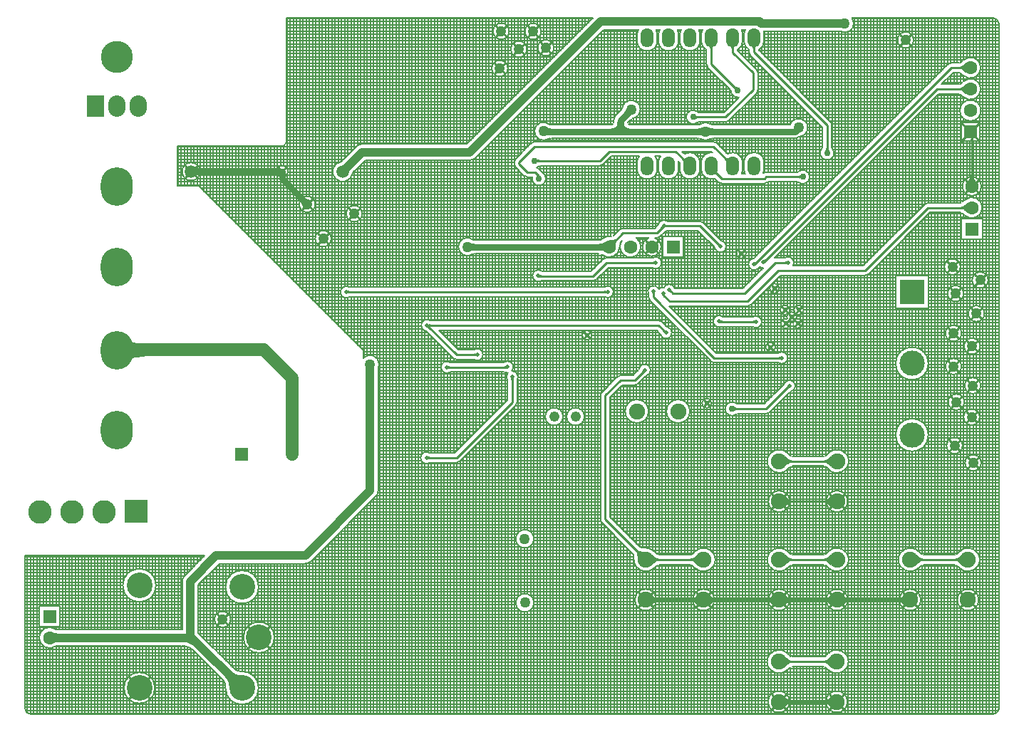
<source format=gbl>
G04*
G04 #@! TF.GenerationSoftware,Altium Limited,Altium Designer,21.2.1 (34)*
G04*
G04 Layer_Physical_Order=2*
G04 Layer_Color=16711680*
%FSLAX24Y24*%
%MOIN*%
G70*
G04*
G04 #@! TF.SameCoordinates,0DDDE1A0-FCF8-4535-BD96-C2C20E8F4AC2*
G04*
G04*
G04 #@! TF.FilePolarity,Positive*
G04*
G01*
G75*
%ADD14C,0.0100*%
%ADD16C,0.0050*%
%ADD49O,0.1500X0.1800*%
%ADD50R,0.0800X0.1000*%
%ADD51R,0.0591X0.0591*%
%ADD52C,0.0591*%
%ADD53O,0.0600X0.0900*%
%ADD54C,0.0630*%
%ADD55R,0.0630X0.0630*%
%ADD56R,0.0630X0.0630*%
%ADD57C,0.0750*%
%ADD58R,0.1181X0.1181*%
%ADD59C,0.1181*%
%ADD60C,0.0480*%
%ADD61C,0.1500*%
%ADD62O,0.0800X0.1000*%
%ADD63C,0.1200*%
%ADD64C,0.1100*%
%ADD65R,0.1100X0.1100*%
%ADD66C,0.0200*%
%ADD68C,0.0300*%
%ADD70C,0.0600*%
%ADD72C,0.0400*%
%ADD73C,0.0500*%
%ADD74C,0.0300*%
G36*
X34843Y44522D02*
X34851Y44518D01*
X34862Y44514D01*
X34876Y44510D01*
X34892Y44507D01*
X34910Y44505D01*
X34954Y44502D01*
X35008Y44501D01*
X34998Y44201D01*
X34969Y44200D01*
X34881Y44195D01*
X34865Y44192D01*
X34852Y44189D01*
X34841Y44186D01*
X34833Y44182D01*
X34827Y44178D01*
X34836Y44528D01*
X34843Y44522D01*
D02*
G37*
G36*
X34358Y43065D02*
X34369Y43056D01*
X34381Y43047D01*
X34393Y43040D01*
X34405Y43034D01*
X34418Y43029D01*
X34431Y43025D01*
X34444Y43023D01*
X34458Y43021D01*
X34472Y43021D01*
Y42921D01*
X34458Y42920D01*
X34444Y42918D01*
X34431Y42916D01*
X34418Y42912D01*
X34405Y42907D01*
X34393Y42901D01*
X34381Y42894D01*
X34369Y42885D01*
X34358Y42876D01*
X34347Y42866D01*
Y43076D01*
X34358Y43065D01*
D02*
G37*
G36*
X25677Y42608D02*
X25552Y42474D01*
X25260Y42766D01*
X25263Y42767D01*
X25268Y42771D01*
X25276Y42777D01*
X25313Y42811D01*
X25394Y42891D01*
X25677Y42608D01*
D02*
G37*
G36*
X18393Y42666D02*
X18408Y42657D01*
X18424Y42648D01*
X18443Y42641D01*
X18464Y42635D01*
X18487Y42630D01*
X18512Y42626D01*
X18540Y42623D01*
X18602Y42621D01*
Y42321D01*
X18570Y42320D01*
X18512Y42315D01*
X18487Y42311D01*
X18464Y42306D01*
X18443Y42300D01*
X18424Y42293D01*
X18408Y42284D01*
X18393Y42275D01*
X18381Y42264D01*
Y42677D01*
X18393Y42666D01*
D02*
G37*
G36*
X34403Y42368D02*
X34507Y42275D01*
X34514Y42271D01*
X34317Y42227D01*
X34324Y42237D01*
X34328Y42247D01*
X34330Y42257D01*
X34331Y42268D01*
X34330Y42278D01*
X34327Y42289D01*
X34323Y42300D01*
X34316Y42310D01*
X34308Y42321D01*
X34298Y42332D01*
X34384Y42387D01*
X34403Y42368D01*
D02*
G37*
G36*
X23479Y41274D02*
X23545Y41216D01*
X23559Y41207D01*
X23570Y41200D01*
X23581Y41195D01*
X23590Y41192D01*
X23598Y41191D01*
X23350Y40943D01*
X23349Y40951D01*
X23346Y40960D01*
X23341Y40970D01*
X23334Y40982D01*
X23324Y40995D01*
X23300Y41026D01*
X23266Y41062D01*
X23247Y41082D01*
X23459Y41294D01*
X23479Y41274D01*
D02*
G37*
G36*
X31275Y39121D02*
X31283Y39117D01*
X31294Y39113D01*
X31308Y39110D01*
X31324Y39107D01*
X31363Y39103D01*
X31412Y39101D01*
X31440Y39101D01*
Y38801D01*
X31412Y38800D01*
X31324Y38794D01*
X31308Y38792D01*
X31294Y38788D01*
X31283Y38785D01*
X31275Y38780D01*
X31269Y38776D01*
Y39126D01*
X31275Y39121D01*
D02*
G37*
G36*
X34492Y37649D02*
X34497Y37645D01*
X34502Y37642D01*
X34509Y37639D01*
X34516Y37636D01*
X34523Y37634D01*
X34532Y37633D01*
X34541Y37631D01*
X34551Y37631D01*
X34562Y37631D01*
X34550Y37531D01*
X34539Y37530D01*
X34520Y37529D01*
X34511Y37528D01*
X34503Y37526D01*
X34496Y37525D01*
X34490Y37522D01*
X34484Y37520D01*
X34479Y37517D01*
X34474Y37514D01*
X34488Y37653D01*
X34492Y37649D01*
D02*
G37*
G36*
X25502Y36901D02*
X25507Y36898D01*
X25513Y36895D01*
X25519Y36893D01*
X25527Y36891D01*
X25535Y36889D01*
X25543Y36888D01*
X25563Y36886D01*
X25573Y36886D01*
X25580Y36786D01*
X25569Y36786D01*
X25550Y36784D01*
X25541Y36783D01*
X25533Y36781D01*
X25526Y36778D01*
X25520Y36775D01*
X25514Y36772D01*
X25509Y36769D01*
X25505Y36765D01*
X25498Y36904D01*
X25502Y36901D01*
D02*
G37*
G36*
X29286Y35337D02*
X29291Y35333D01*
X29297Y35330D01*
X29303Y35328D01*
X29310Y35326D01*
X29318Y35324D01*
X29327Y35322D01*
X29336Y35321D01*
X29357Y35321D01*
Y35221D01*
X29346Y35220D01*
X29334Y35219D01*
X29335Y35218D01*
X29349Y35202D01*
X29278Y35132D01*
X29271Y35139D01*
X29256Y35152D01*
X29249Y35157D01*
X29242Y35161D01*
X29235Y35164D01*
X29229Y35167D01*
X29223Y35169D01*
X29217Y35170D01*
X29211Y35171D01*
X29282Y35241D01*
Y35341D01*
X29286Y35337D01*
D02*
G37*
G36*
X31479Y33831D02*
X31474Y33834D01*
X31469Y33838D01*
X31464Y33841D01*
X31457Y33843D01*
X31450Y33846D01*
X31442Y33847D01*
X31434Y33849D01*
X31424Y33850D01*
X31404Y33851D01*
Y33951D01*
X31414Y33951D01*
X31434Y33952D01*
X31442Y33954D01*
X31450Y33956D01*
X31457Y33958D01*
X31464Y33960D01*
X31469Y33963D01*
X31474Y33967D01*
X31479Y33971D01*
Y33831D01*
D02*
G37*
G36*
X15276Y34648D02*
X15298Y34597D01*
X15335Y34552D01*
X15387Y34513D01*
X15453Y34480D01*
X15534Y34453D01*
X15629Y34432D01*
X15739Y34418D01*
X15864Y34409D01*
X16004Y34406D01*
Y33806D01*
X15864Y33803D01*
X15629Y33779D01*
X15534Y33758D01*
X15453Y33731D01*
X15387Y33698D01*
X15335Y33659D01*
X15298Y33614D01*
X15276Y33563D01*
X15269Y33506D01*
Y34705D01*
X15276Y34648D01*
D02*
G37*
G36*
X32906Y33244D02*
X32902Y33247D01*
X32897Y33250D01*
X32891Y33252D01*
X32884Y33255D01*
X32877Y33256D01*
X32869Y33258D01*
X32860Y33259D01*
X32841Y33260D01*
X32830Y33261D01*
X32819Y33361D01*
X32829Y33361D01*
X32848Y33363D01*
X32857Y33364D01*
X32865Y33366D01*
X32872Y33369D01*
X32878Y33372D01*
X32883Y33375D01*
X32888Y33379D01*
X32892Y33383D01*
X32906Y33244D01*
D02*
G37*
G36*
X30206Y33377D02*
X30211Y33373D01*
X30217Y33370D01*
X30223Y33368D01*
X30230Y33366D01*
X30238Y33364D01*
X30247Y33362D01*
X30256Y33361D01*
X30277Y33361D01*
Y33261D01*
X30266Y33260D01*
X30247Y33259D01*
X30238Y33257D01*
X30230Y33256D01*
X30223Y33253D01*
X30217Y33251D01*
X30211Y33248D01*
X30206Y33244D01*
X30202Y33241D01*
Y33381D01*
X30206Y33377D01*
D02*
G37*
G36*
X33256Y32785D02*
X33253Y32780D01*
X33250Y32774D01*
X33247Y32768D01*
X33245Y32761D01*
X33243Y32753D01*
X33242Y32744D01*
X33241Y32735D01*
X33240Y32714D01*
X33140D01*
X33140Y32725D01*
X33138Y32744D01*
X33137Y32753D01*
X33135Y32761D01*
X33133Y32768D01*
X33130Y32774D01*
X33127Y32780D01*
X33124Y32785D01*
X33120Y32789D01*
X33260D01*
X33256Y32785D01*
D02*
G37*
G36*
X29256Y29137D02*
X29261Y29133D01*
X29267Y29130D01*
X29273Y29128D01*
X29280Y29126D01*
X29288Y29124D01*
X29297Y29122D01*
X29306Y29121D01*
X29327Y29121D01*
Y29021D01*
X29316Y29020D01*
X29297Y29019D01*
X29288Y29017D01*
X29280Y29016D01*
X29273Y29013D01*
X29267Y29011D01*
X29261Y29008D01*
X29256Y29004D01*
X29252Y29001D01*
Y29141D01*
X29256Y29137D01*
D02*
G37*
G36*
X11781Y20867D02*
X11790Y20863D01*
X11802Y20860D01*
X11818Y20857D01*
X11859Y20853D01*
X11914Y20851D01*
X11982Y20850D01*
Y20450D01*
X11947Y20450D01*
X11802Y20440D01*
X11790Y20437D01*
X11781Y20433D01*
X11775Y20430D01*
Y20870D01*
X11781Y20867D01*
D02*
G37*
G36*
X18403Y20167D02*
X18345Y20221D01*
X18285Y20269D01*
X18223Y20311D01*
X18158Y20348D01*
X18091Y20379D01*
X18022Y20405D01*
X17950Y20425D01*
X17876Y20439D01*
X17799Y20447D01*
X17720Y20450D01*
X18203Y20650D01*
X18345Y20791D01*
X18403Y20167D01*
D02*
G37*
G36*
X20081Y19058D02*
X20124Y19024D01*
X20169Y18995D01*
X20217Y18969D01*
X20266Y18947D01*
X20318Y18930D01*
X20372Y18916D01*
X20428Y18907D01*
X20487Y18901D01*
X20547Y18900D01*
X19953Y18306D01*
X19952Y18367D01*
X19946Y18425D01*
X19937Y18481D01*
X19923Y18535D01*
X19906Y18587D01*
X19884Y18636D01*
X19858Y18684D01*
X19829Y18729D01*
X19795Y18772D01*
X19757Y18813D01*
X20040Y19096D01*
X20081Y19058D01*
D02*
G37*
G36*
X39396Y33081D02*
X39391Y33080D01*
X39385Y33079D01*
X39379Y33076D01*
X39373Y33073D01*
X39366Y33070D01*
X39360Y33065D01*
X39353Y33060D01*
X39338Y33047D01*
X39330Y33040D01*
X39254Y33105D01*
X39261Y33112D01*
X39273Y33127D01*
X39278Y33134D01*
X39282Y33141D01*
X39286Y33148D01*
X39288Y33154D01*
X39290Y33161D01*
X39291Y33167D01*
X39290Y33172D01*
X39396Y33081D01*
D02*
G37*
G36*
X39063Y24744D02*
X39086Y24730D01*
X39114Y24717D01*
X39146Y24706D01*
X39182Y24697D01*
X39222Y24690D01*
X39267Y24684D01*
X39369Y24678D01*
X39426Y24678D01*
X39055Y24307D01*
X39055Y24364D01*
X39049Y24466D01*
X39043Y24511D01*
X39036Y24551D01*
X39027Y24587D01*
X39016Y24619D01*
X39003Y24647D01*
X38989Y24670D01*
X38973Y24689D01*
X39044Y24760D01*
X39063Y24744D01*
D02*
G37*
G36*
X41872Y24040D02*
X41832Y24081D01*
X41755Y24149D01*
X41720Y24176D01*
X41686Y24200D01*
X41654Y24219D01*
X41624Y24234D01*
X41595Y24244D01*
X41568Y24251D01*
X41543Y24253D01*
Y24353D01*
X41568Y24355D01*
X41595Y24361D01*
X41624Y24372D01*
X41654Y24387D01*
X41686Y24406D01*
X41720Y24429D01*
X41755Y24457D01*
X41832Y24525D01*
X41872Y24565D01*
Y24040D01*
D02*
G37*
G36*
X39739Y24525D02*
X39815Y24457D01*
X39851Y24429D01*
X39884Y24406D01*
X39916Y24387D01*
X39947Y24372D01*
X39975Y24361D01*
X40002Y24355D01*
X40027Y24353D01*
Y24253D01*
X40002Y24251D01*
X39975Y24244D01*
X39947Y24234D01*
X39916Y24219D01*
X39884Y24200D01*
X39851Y24176D01*
X39815Y24149D01*
X39739Y24081D01*
X39698Y24040D01*
Y24565D01*
X39739Y24525D01*
D02*
G37*
G36*
X41872Y22160D02*
X41832Y22201D01*
X41755Y22269D01*
X41720Y22296D01*
X41686Y22320D01*
X41654Y22339D01*
X41624Y22354D01*
X41595Y22364D01*
X41568Y22371D01*
X41543Y22373D01*
Y22473D01*
X41568Y22475D01*
X41595Y22481D01*
X41624Y22492D01*
X41654Y22507D01*
X41686Y22526D01*
X41720Y22549D01*
X41755Y22577D01*
X41832Y22645D01*
X41872Y22685D01*
Y22160D01*
D02*
G37*
G36*
X39739Y22645D02*
X39815Y22577D01*
X39851Y22549D01*
X39884Y22526D01*
X39916Y22507D01*
X39947Y22492D01*
X39975Y22481D01*
X40002Y22475D01*
X40027Y22473D01*
Y22373D01*
X40002Y22371D01*
X39975Y22364D01*
X39947Y22354D01*
X39916Y22339D01*
X39884Y22320D01*
X39851Y22296D01*
X39815Y22269D01*
X39739Y22201D01*
X39698Y22160D01*
Y22685D01*
X39739Y22645D01*
D02*
G37*
G36*
X40630Y36934D02*
X40632Y36929D01*
X40634Y36923D01*
X40638Y36918D01*
X40642Y36912D01*
X40652Y36898D01*
X40658Y36891D01*
X40673Y36876D01*
X40618Y36789D01*
X40610Y36796D01*
X40595Y36809D01*
X40588Y36813D01*
X40581Y36817D01*
X40575Y36820D01*
X40568Y36822D01*
X40562Y36823D01*
X40556Y36823D01*
X40550Y36823D01*
X40628Y36939D01*
X40630Y36934D01*
D02*
G37*
G36*
X37583Y36768D02*
X37579Y36771D01*
X37574Y36774D01*
X37568Y36777D01*
X37562Y36779D01*
X37554Y36781D01*
X37546Y36783D01*
X37538Y36784D01*
X37518Y36786D01*
X37508Y36786D01*
X37501Y36886D01*
X37512Y36886D01*
X37531Y36888D01*
X37540Y36889D01*
X37548Y36891D01*
X37555Y36894D01*
X37561Y36896D01*
X37567Y36900D01*
X37571Y36903D01*
X37576Y36907D01*
X37583Y36768D01*
D02*
G37*
G36*
X39866Y36785D02*
X39863Y36780D01*
X39860Y36774D01*
X39857Y36768D01*
X39855Y36761D01*
X39853Y36753D01*
X39852Y36744D01*
X39851Y36735D01*
X39850Y36714D01*
X39750D01*
X39750Y36725D01*
X39748Y36744D01*
X39747Y36753D01*
X39745Y36761D01*
X39743Y36768D01*
X39740Y36774D01*
X39737Y36780D01*
X39734Y36785D01*
X39730Y36789D01*
X39870D01*
X39866Y36785D01*
D02*
G37*
G36*
X40332Y36718D02*
X40331Y36713D01*
X40331Y36707D01*
X40332Y36702D01*
X40334Y36696D01*
X40337Y36689D01*
X40341Y36683D01*
X40347Y36676D01*
X40353Y36668D01*
X40361Y36660D01*
X40280Y36600D01*
X40203Y36686D01*
X40334Y36722D01*
X40332Y36718D01*
D02*
G37*
G36*
X40325Y35057D02*
X40340Y35044D01*
X40347Y35039D01*
X40354Y35035D01*
X40360Y35031D01*
X40367Y35029D01*
X40373Y35027D01*
X40379Y35026D01*
X40384Y35025D01*
X40285Y34926D01*
X40285Y34932D01*
X40284Y34938D01*
X40282Y34944D01*
X40279Y34950D01*
X40276Y34957D01*
X40272Y34964D01*
X40266Y34971D01*
X40261Y34978D01*
X40246Y34994D01*
X40317Y35064D01*
X40325Y35057D01*
D02*
G37*
G36*
X37254Y39101D02*
X37288Y39101D01*
X37348Y39107D01*
X37375Y39112D01*
X37400Y39118D01*
X37424Y39126D01*
X37445Y39135D01*
X37463Y39146D01*
X37480Y39158D01*
X37495Y39171D01*
Y38730D01*
X37480Y38743D01*
X37463Y38755D01*
X37445Y38766D01*
X37424Y38775D01*
X37400Y38783D01*
X37375Y38789D01*
X37348Y38794D01*
X37319Y38798D01*
X37288Y38800D01*
X37254Y38801D01*
Y39101D01*
D02*
G37*
G36*
X38109Y39269D02*
X38095Y39252D01*
X38082Y39232D01*
X38070Y39208D01*
X38061Y39182D01*
X38052Y39152D01*
X38046Y39119D01*
X38041Y39082D01*
X38035Y39000D01*
X38035Y38954D01*
X37723Y39265D01*
X37769Y39266D01*
X37852Y39271D01*
X37888Y39276D01*
X37921Y39283D01*
X37951Y39291D01*
X37978Y39301D01*
X38001Y39312D01*
X38021Y39325D01*
X38038Y39339D01*
X38109Y39269D01*
D02*
G37*
G36*
X39754Y38251D02*
X39764Y38251D01*
X39784Y38252D01*
X39792Y38254D01*
X39800Y38256D01*
X39807Y38258D01*
X39814Y38260D01*
X39819Y38263D01*
X39824Y38267D01*
X39829Y38271D01*
Y38131D01*
X39824Y38134D01*
X39819Y38138D01*
X39814Y38141D01*
X39807Y38143D01*
X39800Y38146D01*
X39792Y38147D01*
X39784Y38149D01*
X39774Y38150D01*
X39754Y38151D01*
Y38251D01*
D02*
G37*
G36*
X40141Y39852D02*
X40149Y39860D01*
X40161Y39875D01*
X40166Y39882D01*
X40171Y39889D01*
X40174Y39895D01*
X40177Y39902D01*
X40179Y39908D01*
X40180Y39914D01*
X40180Y39920D01*
X40279Y39821D01*
X40273Y39820D01*
X40268Y39819D01*
X40261Y39817D01*
X40255Y39814D01*
X40248Y39811D01*
X40241Y39807D01*
X40234Y39802D01*
X40227Y39796D01*
X40212Y39782D01*
X40141Y39852D01*
D02*
G37*
G36*
X40427Y39871D02*
X40416Y39870D01*
X40397Y39869D01*
X40388Y39867D01*
X40380Y39866D01*
X40373Y39863D01*
X40367Y39861D01*
X40361Y39858D01*
X40356Y39854D01*
X40352Y39851D01*
Y39991D01*
X40356Y39987D01*
X40361Y39983D01*
X40367Y39980D01*
X40373Y39978D01*
X40380Y39976D01*
X40388Y39974D01*
X40397Y39972D01*
X40406Y39971D01*
X40427Y39971D01*
Y39871D01*
D02*
G37*
G36*
X38710Y44501D02*
X38653Y44504D01*
X38602Y44513D01*
X38557Y44528D01*
X38518Y44549D01*
X38485Y44576D01*
X38458Y44609D01*
X38437Y44648D01*
X38422Y44693D01*
X38413Y44744D01*
X38410Y44801D01*
X38110D01*
X38107Y44744D01*
X38098Y44693D01*
X38083Y44648D01*
X38062Y44609D01*
X38035Y44576D01*
X38002Y44549D01*
X37963Y44528D01*
X37918Y44513D01*
X37867Y44504D01*
X37810Y44501D01*
X38260Y44201D01*
D01*
D01*
D01*
D01*
D01*
D01*
D01*
D01*
D01*
D01*
X38710Y44501D01*
D02*
G37*
G36*
X38407Y45239D02*
X38426Y45259D01*
X38484Y45326D01*
X38494Y45339D01*
X38501Y45351D01*
X38506Y45361D01*
X38509Y45370D01*
X38510Y45378D01*
X38758Y45131D01*
X38750Y45130D01*
X38741Y45127D01*
X38730Y45121D01*
X38719Y45114D01*
X38705Y45105D01*
X38675Y45080D01*
X38639Y45047D01*
X38619Y45027D01*
X38407Y45239D01*
D02*
G37*
G36*
X41181Y43130D02*
X41197Y43115D01*
X41212Y43102D01*
X41225Y43092D01*
X41238Y43085D01*
X41249Y43081D01*
X41258Y43079D01*
X41267Y43079D01*
X41274Y43083D01*
X41280Y43089D01*
X41285Y43097D01*
X41202Y42898D01*
X41205Y42909D01*
X41206Y42920D01*
X41205Y42931D01*
X41202Y42943D01*
X41196Y42956D01*
X41189Y42970D01*
X41179Y42984D01*
X41168Y42999D01*
X41154Y43015D01*
X41139Y43031D01*
X41181Y43130D01*
D02*
G37*
G36*
X41880Y44501D02*
X41908Y44501D01*
X41996Y44507D01*
X42012Y44510D01*
X42026Y44513D01*
X42037Y44517D01*
X42045Y44521D01*
X42052Y44526D01*
Y44176D01*
X42045Y44180D01*
X42037Y44185D01*
X42026Y44188D01*
X42012Y44192D01*
X41996Y44194D01*
X41957Y44198D01*
X41908Y44200D01*
X41880Y44201D01*
Y44501D01*
D02*
G37*
G36*
X41882Y44971D02*
X41868Y44970D01*
X41854Y44968D01*
X41841Y44966D01*
X41828Y44962D01*
X41815Y44957D01*
X41803Y44951D01*
X41791Y44944D01*
X41779Y44935D01*
X41768Y44926D01*
X41757Y44916D01*
Y45126D01*
X41768Y45115D01*
X41779Y45106D01*
X41791Y45097D01*
X41803Y45090D01*
X41815Y45084D01*
X41828Y45079D01*
X41841Y45075D01*
X41854Y45073D01*
X41868Y45071D01*
X41882Y45071D01*
Y44971D01*
D02*
G37*
G36*
X45729Y33681D02*
X45724Y33684D01*
X45719Y33688D01*
X45714Y33691D01*
X45707Y33693D01*
X45700Y33696D01*
X45692Y33697D01*
X45684Y33699D01*
X45674Y33700D01*
X45654Y33701D01*
Y33801D01*
X45664Y33801D01*
X45684Y33802D01*
X45692Y33804D01*
X45700Y33806D01*
X45707Y33808D01*
X45714Y33810D01*
X45719Y33813D01*
X45724Y33817D01*
X45729Y33821D01*
Y33681D01*
D02*
G37*
G36*
X46145Y32332D02*
X46139Y32332D01*
X46133Y32332D01*
X46127Y32330D01*
X46120Y32328D01*
X46114Y32325D01*
X46107Y32321D01*
X46100Y32316D01*
X46092Y32311D01*
X46085Y32304D01*
X46077Y32297D01*
X46018Y32379D01*
X46026Y32387D01*
X46044Y32409D01*
X46049Y32415D01*
X46053Y32421D01*
X46056Y32427D01*
X46058Y32433D01*
X46060Y32439D01*
X46061Y32444D01*
X46145Y32332D01*
D02*
G37*
G36*
X43588Y31455D02*
X43600Y31446D01*
X43611Y31437D01*
X43623Y31430D01*
X43635Y31424D01*
X43648Y31419D01*
X43661Y31416D01*
X43674Y31413D01*
X43688Y31411D01*
X43702Y31411D01*
Y31311D01*
X43688Y31310D01*
X43674Y31308D01*
X43661Y31306D01*
X43648Y31302D01*
X43635Y31297D01*
X43623Y31291D01*
X43611Y31284D01*
X43600Y31275D01*
X43588Y31266D01*
X43577Y31256D01*
Y31466D01*
X43588Y31455D01*
D02*
G37*
G36*
X48112Y28648D02*
X48072Y28688D01*
X47995Y28756D01*
X47960Y28784D01*
X47926Y28807D01*
X47894Y28827D01*
X47864Y28841D01*
X47835Y28852D01*
X47808Y28858D01*
X47783Y28861D01*
Y28961D01*
X47808Y28963D01*
X47835Y28969D01*
X47864Y28980D01*
X47894Y28995D01*
X47926Y29014D01*
X47960Y29037D01*
X47995Y29065D01*
X48072Y29133D01*
X48112Y29173D01*
Y28648D01*
D02*
G37*
G36*
X45979Y29133D02*
X46055Y29065D01*
X46091Y29037D01*
X46124Y29014D01*
X46156Y28995D01*
X46187Y28980D01*
X46215Y28969D01*
X46242Y28963D01*
X46267Y28961D01*
Y28861D01*
X46242Y28858D01*
X46215Y28852D01*
X46187Y28841D01*
X46156Y28827D01*
X46124Y28807D01*
X46091Y28784D01*
X46055Y28756D01*
X45979Y28688D01*
X45938Y28648D01*
Y29173D01*
X45979Y29133D01*
D02*
G37*
G36*
X48112Y26768D02*
X48072Y26808D01*
X47995Y26876D01*
X47960Y26904D01*
X47926Y26927D01*
X47894Y26947D01*
X47864Y26961D01*
X47835Y26972D01*
X47808Y26978D01*
X47783Y26981D01*
Y27081D01*
X47808Y27083D01*
X47835Y27089D01*
X47864Y27100D01*
X47894Y27115D01*
X47926Y27134D01*
X47960Y27157D01*
X47995Y27185D01*
X48072Y27253D01*
X48112Y27293D01*
Y26768D01*
D02*
G37*
G36*
X45979Y27253D02*
X46055Y27185D01*
X46091Y27157D01*
X46124Y27134D01*
X46156Y27115D01*
X46187Y27100D01*
X46215Y27089D01*
X46242Y27083D01*
X46267Y27081D01*
Y26981D01*
X46242Y26978D01*
X46215Y26972D01*
X46187Y26961D01*
X46156Y26947D01*
X46124Y26927D01*
X46091Y26904D01*
X46055Y26876D01*
X45979Y26808D01*
X45938Y26768D01*
Y27293D01*
X45979Y27253D01*
D02*
G37*
G36*
X54243Y24040D02*
X54202Y24081D01*
X54126Y24149D01*
X54090Y24176D01*
X54057Y24200D01*
X54025Y24219D01*
X53994Y24234D01*
X53966Y24244D01*
X53939Y24251D01*
X53914Y24253D01*
Y24353D01*
X53939Y24355D01*
X53966Y24361D01*
X53994Y24372D01*
X54025Y24387D01*
X54057Y24406D01*
X54090Y24429D01*
X54126Y24457D01*
X54202Y24525D01*
X54243Y24565D01*
Y24040D01*
D02*
G37*
G36*
X52109Y24525D02*
X52186Y24457D01*
X52221Y24429D01*
X52255Y24406D01*
X52287Y24387D01*
X52317Y24372D01*
X52346Y24361D01*
X52372Y24355D01*
X52397Y24353D01*
Y24253D01*
X52372Y24251D01*
X52346Y24244D01*
X52317Y24234D01*
X52287Y24219D01*
X52255Y24200D01*
X52221Y24176D01*
X52186Y24149D01*
X52109Y24081D01*
X52069Y24040D01*
Y24565D01*
X52109Y24525D01*
D02*
G37*
G36*
X48112Y24040D02*
X48071Y24081D01*
X47995Y24149D01*
X47960Y24176D01*
X47926Y24200D01*
X47894Y24219D01*
X47864Y24234D01*
X47835Y24244D01*
X47808Y24251D01*
X47783Y24253D01*
Y24353D01*
X47808Y24355D01*
X47835Y24361D01*
X47864Y24372D01*
X47894Y24387D01*
X47926Y24406D01*
X47960Y24429D01*
X47995Y24457D01*
X48071Y24525D01*
X48112Y24565D01*
Y24040D01*
D02*
G37*
G36*
X45979Y24525D02*
X46055Y24457D01*
X46090Y24429D01*
X46124Y24406D01*
X46156Y24387D01*
X46186Y24372D01*
X46215Y24361D01*
X46242Y24355D01*
X46267Y24353D01*
Y24253D01*
X46242Y24251D01*
X46215Y24244D01*
X46186Y24234D01*
X46156Y24219D01*
X46124Y24200D01*
X46090Y24176D01*
X46055Y24149D01*
X45979Y24081D01*
X45938Y24040D01*
Y24565D01*
X45979Y24525D01*
D02*
G37*
G36*
X51533Y22160D02*
X51492Y22201D01*
X51416Y22269D01*
X51380Y22296D01*
X51347Y22320D01*
X51315Y22339D01*
X51284Y22354D01*
X51256Y22364D01*
X51229Y22371D01*
X51204Y22373D01*
Y22473D01*
X51229Y22475D01*
X51256Y22481D01*
X51284Y22492D01*
X51315Y22507D01*
X51347Y22526D01*
X51380Y22549D01*
X51416Y22577D01*
X51492Y22645D01*
X51533Y22685D01*
Y22160D01*
D02*
G37*
G36*
X48689Y22645D02*
X48765Y22577D01*
X48800Y22549D01*
X48834Y22526D01*
X48866Y22507D01*
X48896Y22492D01*
X48925Y22481D01*
X48952Y22475D01*
X48977Y22473D01*
Y22373D01*
X48952Y22371D01*
X48925Y22364D01*
X48896Y22354D01*
X48866Y22339D01*
X48834Y22320D01*
X48800Y22296D01*
X48765Y22269D01*
X48689Y22201D01*
X48648Y22160D01*
Y22685D01*
X48689Y22645D01*
D02*
G37*
G36*
X48112Y22160D02*
X48071Y22201D01*
X47995Y22269D01*
X47960Y22296D01*
X47926Y22320D01*
X47894Y22339D01*
X47864Y22354D01*
X47835Y22364D01*
X47808Y22371D01*
X47783Y22373D01*
Y22473D01*
X47808Y22475D01*
X47835Y22481D01*
X47864Y22492D01*
X47894Y22507D01*
X47926Y22526D01*
X47960Y22549D01*
X47995Y22577D01*
X48071Y22645D01*
X48112Y22685D01*
Y22160D01*
D02*
G37*
G36*
X45979Y22645D02*
X46055Y22577D01*
X46090Y22549D01*
X46124Y22526D01*
X46156Y22507D01*
X46186Y22492D01*
X46215Y22481D01*
X46242Y22475D01*
X46267Y22473D01*
Y22373D01*
X46242Y22371D01*
X46215Y22364D01*
X46186Y22354D01*
X46156Y22339D01*
X46124Y22320D01*
X46090Y22296D01*
X46055Y22269D01*
X45979Y22201D01*
X45938Y22160D01*
Y22685D01*
X45979Y22645D01*
D02*
G37*
G36*
X45402Y22160D02*
X45361Y22201D01*
X45285Y22269D01*
X45250Y22296D01*
X45216Y22320D01*
X45184Y22339D01*
X45154Y22354D01*
X45125Y22364D01*
X45098Y22371D01*
X45073Y22373D01*
Y22473D01*
X45098Y22475D01*
X45125Y22481D01*
X45154Y22492D01*
X45184Y22507D01*
X45216Y22526D01*
X45250Y22549D01*
X45285Y22577D01*
X45361Y22645D01*
X45402Y22685D01*
Y22160D01*
D02*
G37*
G36*
X42449Y22645D02*
X42525Y22577D01*
X42561Y22549D01*
X42594Y22526D01*
X42626Y22507D01*
X42657Y22492D01*
X42685Y22481D01*
X42712Y22475D01*
X42737Y22473D01*
Y22373D01*
X42712Y22371D01*
X42685Y22364D01*
X42657Y22354D01*
X42626Y22339D01*
X42594Y22320D01*
X42561Y22296D01*
X42525Y22269D01*
X42449Y22201D01*
X42408Y22160D01*
Y22685D01*
X42449Y22645D01*
D02*
G37*
G36*
X48102Y19268D02*
X48062Y19308D01*
X47985Y19376D01*
X47950Y19404D01*
X47916Y19427D01*
X47884Y19447D01*
X47854Y19461D01*
X47825Y19472D01*
X47798Y19478D01*
X47773Y19481D01*
Y19581D01*
X47798Y19583D01*
X47825Y19589D01*
X47854Y19600D01*
X47884Y19615D01*
X47916Y19634D01*
X47950Y19657D01*
X47985Y19685D01*
X48062Y19753D01*
X48102Y19793D01*
Y19268D01*
D02*
G37*
G36*
X45969Y19753D02*
X46045Y19685D01*
X46081Y19657D01*
X46114Y19634D01*
X46146Y19615D01*
X46177Y19600D01*
X46205Y19589D01*
X46232Y19583D01*
X46257Y19581D01*
Y19481D01*
X46232Y19478D01*
X46205Y19472D01*
X46177Y19461D01*
X46146Y19447D01*
X46114Y19427D01*
X46081Y19404D01*
X46045Y19376D01*
X45969Y19308D01*
X45928Y19268D01*
Y19793D01*
X45969Y19753D01*
D02*
G37*
G36*
X48102Y17388D02*
X48062Y17428D01*
X47985Y17496D01*
X47950Y17524D01*
X47916Y17547D01*
X47884Y17567D01*
X47854Y17581D01*
X47825Y17592D01*
X47798Y17598D01*
X47773Y17601D01*
Y17701D01*
X47798Y17703D01*
X47825Y17709D01*
X47854Y17720D01*
X47884Y17735D01*
X47916Y17754D01*
X47950Y17777D01*
X47985Y17805D01*
X48062Y17873D01*
X48102Y17913D01*
Y17388D01*
D02*
G37*
G36*
X45969Y17873D02*
X46045Y17805D01*
X46081Y17777D01*
X46114Y17754D01*
X46146Y17735D01*
X46177Y17720D01*
X46205Y17709D01*
X46232Y17703D01*
X46257Y17701D01*
Y17601D01*
X46232Y17598D01*
X46205Y17592D01*
X46177Y17581D01*
X46146Y17567D01*
X46114Y17547D01*
X46081Y17524D01*
X46045Y17496D01*
X45969Y17428D01*
X45928Y17388D01*
Y17913D01*
X45969Y17873D01*
D02*
G37*
G36*
X43002Y35393D02*
X42992Y35393D01*
X42963Y35391D01*
X42955Y35389D01*
X42948Y35388D01*
X42942Y35386D01*
X42936Y35384D01*
X42931Y35382D01*
X42927Y35379D01*
X42952Y35517D01*
X42955Y35512D01*
X42960Y35508D01*
X42965Y35504D01*
X42971Y35501D01*
X42978Y35499D01*
X42985Y35497D01*
X42994Y35495D01*
X43003Y35494D01*
X43013Y35493D01*
X43024Y35493D01*
X43002Y35393D01*
D02*
G37*
G36*
X44452Y35493D02*
X44463Y35493D01*
X44491Y35495D01*
X44499Y35497D01*
X44506Y35498D01*
X44513Y35501D01*
X44518Y35503D01*
X44523Y35506D01*
X44528Y35509D01*
X44511Y35370D01*
X44507Y35374D01*
X44502Y35378D01*
X44497Y35381D01*
X44491Y35384D01*
X44484Y35387D01*
X44476Y35389D01*
X44468Y35391D01*
X44458Y35392D01*
X44448Y35393D01*
X44438Y35393D01*
X44452Y35493D01*
D02*
G37*
G36*
X44655Y38180D02*
X44647Y38172D01*
X44629Y38151D01*
X44624Y38144D01*
X44616Y38132D01*
X44614Y38127D01*
X44612Y38122D01*
X44611Y38117D01*
X44532Y38233D01*
X44538Y38232D01*
X44544Y38233D01*
X44550Y38234D01*
X44557Y38236D01*
X44564Y38239D01*
X44570Y38242D01*
X44578Y38247D01*
X44585Y38253D01*
X44592Y38259D01*
X44600Y38267D01*
X44655Y38180D01*
D02*
G37*
G36*
X42862Y39100D02*
X42870Y39092D01*
X42884Y39080D01*
X42891Y39074D01*
X42898Y39070D01*
X42905Y39067D01*
X42911Y39064D01*
X42917Y39062D01*
X42923Y39061D01*
X42929Y39061D01*
X42830Y38962D01*
X42830Y38967D01*
X42829Y38973D01*
X42827Y38979D01*
X42824Y38986D01*
X42821Y38992D01*
X42816Y38999D01*
X42811Y39006D01*
X42805Y39014D01*
X42791Y39029D01*
X42862Y39100D01*
D02*
G37*
G36*
X42772Y42298D02*
X42756Y42313D01*
X42742Y42326D01*
X42728Y42336D01*
X42715Y42343D01*
X42704Y42349D01*
X42693Y42352D01*
X42684Y42352D01*
X42675Y42350D01*
X42667Y42346D01*
X42661Y42339D01*
X42783Y42498D01*
X42778Y42490D01*
X42775Y42481D01*
X42775Y42471D01*
X42777Y42460D01*
X42781Y42448D01*
X42787Y42436D01*
X42795Y42423D01*
X42806Y42408D01*
X42819Y42393D01*
X42834Y42378D01*
X42772Y42298D01*
D02*
G37*
G36*
X45075Y38282D02*
X45068Y38274D01*
X45050Y38253D01*
X45045Y38246D01*
X45041Y38240D01*
X45038Y38234D01*
X45036Y38228D01*
X45034Y38222D01*
X45033Y38217D01*
X44946Y38326D01*
X44952Y38326D01*
X44958Y38327D01*
X44964Y38328D01*
X44970Y38330D01*
X44977Y38333D01*
X44984Y38337D01*
X44991Y38342D01*
X44998Y38348D01*
X45006Y38355D01*
X45014Y38362D01*
X45075Y38282D01*
D02*
G37*
G36*
X45944Y38251D02*
X45954Y38251D01*
X45974Y38252D01*
X45982Y38254D01*
X45990Y38256D01*
X45997Y38258D01*
X46004Y38260D01*
X46009Y38263D01*
X46014Y38267D01*
X46019Y38271D01*
Y38131D01*
X46014Y38134D01*
X46009Y38138D01*
X46004Y38141D01*
X45997Y38143D01*
X45990Y38146D01*
X45982Y38147D01*
X45974Y38149D01*
X45964Y38150D01*
X45944Y38151D01*
Y38251D01*
D02*
G37*
G36*
X46549Y42271D02*
X46563Y42271D01*
X46576Y42273D01*
X46589Y42276D01*
X46602Y42279D01*
X46615Y42284D01*
X46627Y42290D01*
X46639Y42298D01*
X46651Y42306D01*
X46662Y42315D01*
X46673Y42326D01*
Y42116D01*
X46662Y42126D01*
X46651Y42135D01*
X46639Y42144D01*
X46627Y42151D01*
X46615Y42157D01*
X46602Y42162D01*
X46589Y42166D01*
X46576Y42168D01*
X46563Y42170D01*
X46549Y42171D01*
Y42271D01*
D02*
G37*
G36*
X54190Y40831D02*
X54212Y40832D01*
X54236Y40837D01*
X54260Y40846D01*
X54286Y40858D01*
X54313Y40873D01*
X54341Y40892D01*
X54370Y40914D01*
X54432Y40969D01*
X54465Y41001D01*
Y40560D01*
X54432Y40592D01*
X54370Y40647D01*
X54341Y40669D01*
X54313Y40688D01*
X54286Y40703D01*
X54260Y40715D01*
X54236Y40724D01*
X54212Y40729D01*
X54190Y40731D01*
Y40831D01*
D02*
G37*
G36*
X54740Y42280D02*
X54742Y42258D01*
X54747Y42235D01*
X54756Y42210D01*
X54767Y42185D01*
X54783Y42158D01*
X54802Y42130D01*
X54824Y42100D01*
X54878Y42038D01*
X54911Y42005D01*
X54470D01*
X54502Y42038D01*
X54557Y42100D01*
X54579Y42130D01*
X54598Y42158D01*
X54613Y42185D01*
X54625Y42210D01*
X54633Y42235D01*
X54638Y42258D01*
X54640Y42280D01*
X54740D01*
D02*
G37*
G36*
X43181Y43130D02*
X43197Y43115D01*
X43212Y43102D01*
X43225Y43092D01*
X43238Y43085D01*
X43249Y43081D01*
X43258Y43079D01*
X43267Y43079D01*
X43274Y43083D01*
X43280Y43089D01*
X43285Y43097D01*
X43202Y42898D01*
X43205Y42909D01*
X43206Y42920D01*
X43205Y42931D01*
X43202Y42943D01*
X43196Y42956D01*
X43189Y42970D01*
X43179Y42984D01*
X43168Y42999D01*
X43154Y43015D01*
X43138Y43031D01*
X43181Y43130D01*
D02*
G37*
G36*
X42580Y44201D02*
X42552Y44200D01*
X42464Y44194D01*
X42448Y44192D01*
X42434Y44188D01*
X42423Y44185D01*
X42415Y44180D01*
X42409Y44176D01*
Y44526D01*
X42415Y44521D01*
X42423Y44517D01*
X42434Y44513D01*
X42448Y44510D01*
X42464Y44507D01*
X42503Y44503D01*
X42552Y44501D01*
X42580Y44501D01*
Y44201D01*
D02*
G37*
G36*
X43612Y46470D02*
X43622Y46460D01*
X43633Y46452D01*
X43644Y46444D01*
X43656Y46438D01*
X43668Y46432D01*
X43681Y46428D01*
X43695Y46425D01*
X43709Y46422D01*
X43724Y46421D01*
X43739Y46421D01*
X43590Y46272D01*
X43590Y46287D01*
X43588Y46302D01*
X43586Y46316D01*
X43583Y46329D01*
X43578Y46342D01*
X43573Y46355D01*
X43566Y46367D01*
X43559Y46378D01*
X43551Y46389D01*
X43541Y46399D01*
X43612Y46470D01*
D02*
G37*
G36*
X42450Y48195D02*
X42450Y48217D01*
X42448Y48236D01*
X42446Y48254D01*
X42442Y48269D01*
X42438Y48281D01*
X42432Y48291D01*
X42426Y48299D01*
X42418Y48305D01*
X42410Y48309D01*
X42401Y48310D01*
X42600D01*
X42590Y48309D01*
X42582Y48305D01*
X42574Y48299D01*
X42568Y48291D01*
X42563Y48281D01*
X42558Y48269D01*
X42555Y48254D01*
X42552Y48236D01*
X42551Y48217D01*
X42550Y48195D01*
X42450D01*
D02*
G37*
G36*
X43450D02*
X43450Y48217D01*
X43448Y48236D01*
X43446Y48254D01*
X43442Y48269D01*
X43438Y48281D01*
X43432Y48291D01*
X43426Y48299D01*
X43418Y48305D01*
X43410Y48309D01*
X43401Y48310D01*
X43600D01*
X43590Y48309D01*
X43582Y48305D01*
X43574Y48299D01*
X43568Y48291D01*
X43563Y48281D01*
X43558Y48269D01*
X43555Y48254D01*
X43552Y48236D01*
X43551Y48217D01*
X43550Y48195D01*
X43450D01*
D02*
G37*
G36*
X44590Y48309D02*
X44582Y48305D01*
X44574Y48299D01*
X44568Y48291D01*
X44563Y48281D01*
X44558Y48269D01*
X44555Y48254D01*
X44552Y48236D01*
X44551Y48217D01*
X44550Y48195D01*
X44450D01*
X44450Y48217D01*
X44448Y48236D01*
X44446Y48254D01*
X44442Y48269D01*
X44438Y48281D01*
X44432Y48291D01*
X44426Y48299D01*
X44418Y48305D01*
X44410Y48309D01*
X44401Y48310D01*
X44600D01*
X44590Y48309D01*
D02*
G37*
G36*
X54395Y47110D02*
X54362Y47142D01*
X54300Y47197D01*
X54271Y47219D01*
X54243Y47238D01*
X54216Y47253D01*
X54190Y47265D01*
X54166Y47274D01*
X54142Y47279D01*
X54120Y47281D01*
Y47381D01*
X54142Y47382D01*
X54166Y47387D01*
X54190Y47396D01*
X54216Y47408D01*
X54243Y47423D01*
X54271Y47442D01*
X54300Y47464D01*
X54362Y47519D01*
X54395Y47551D01*
Y47110D01*
D02*
G37*
G36*
Y46110D02*
X54362Y46142D01*
X54300Y46197D01*
X54271Y46219D01*
X54243Y46238D01*
X54216Y46253D01*
X54190Y46265D01*
X54166Y46274D01*
X54142Y46279D01*
X54120Y46281D01*
Y46381D01*
X54142Y46382D01*
X54166Y46387D01*
X54190Y46396D01*
X54216Y46408D01*
X54243Y46423D01*
X54271Y46442D01*
X54300Y46464D01*
X54362Y46519D01*
X54395Y46551D01*
Y46110D01*
D02*
G37*
G36*
X54781Y44016D02*
X54772Y44013D01*
X54765Y44008D01*
X54758Y44001D01*
X54753Y43992D01*
X54748Y43981D01*
X54745Y43968D01*
X54742Y43953D01*
X54741Y43936D01*
X54740Y43917D01*
X54640D01*
X54640Y43936D01*
X54638Y43953D01*
X54636Y43968D01*
X54632Y43981D01*
X54628Y43992D01*
X54622Y44001D01*
X54616Y44008D01*
X54608Y44013D01*
X54600Y44016D01*
X54590Y44017D01*
X54790D01*
X54781Y44016D01*
D02*
G37*
G36*
X47971Y43558D02*
X47972Y43544D01*
X47975Y43531D01*
X47979Y43518D01*
X47984Y43506D01*
X47990Y43493D01*
X47997Y43481D01*
X48005Y43470D01*
X48015Y43459D01*
X48025Y43448D01*
X47815D01*
X47826Y43459D01*
X47835Y43470D01*
X47843Y43481D01*
X47850Y43493D01*
X47856Y43506D01*
X47861Y43518D01*
X47865Y43531D01*
X47868Y43544D01*
X47870Y43558D01*
X47870Y43572D01*
X47970D01*
X47971Y43558D01*
D02*
G37*
D14*
X54205Y44746D02*
X54620Y44331D01*
X55035Y44746D01*
X54620Y44331D02*
X55035Y43916D01*
X54205D02*
X54620Y44331D01*
X51343Y48878D02*
X51590Y48631D01*
X51838Y48878D01*
X51590Y48631D02*
X51838Y48383D01*
X51343D02*
X51590Y48631D01*
X54690Y41781D02*
X54984Y42074D01*
X54690Y41781D02*
X54984Y41487D01*
X54397D02*
X54690Y41781D01*
X54397Y42074D02*
X54690Y41781D01*
X55080Y37391D02*
X55328Y37638D01*
X54833D02*
X55080Y37391D01*
X54833Y37143D02*
X55080Y37391D01*
X55328Y37143D01*
X53930Y36761D02*
X54178Y36513D01*
X53780Y38011D02*
X54028Y38258D01*
X53780Y38011D02*
X54028Y37763D01*
X53930Y36761D02*
X54178Y37008D01*
X53683Y36513D02*
X53930Y36761D01*
X53533Y38258D02*
X53780Y38011D01*
X53533Y37763D02*
X53780Y38011D01*
X53683Y37008D02*
X53930Y36761D01*
X45319Y37142D02*
X45460Y37001D01*
X45602Y36859D01*
X45460Y37001D02*
X45602Y37142D01*
X45319Y36859D02*
X45460Y37001D01*
X43759Y38772D02*
X43900Y38631D01*
X44042Y38772D01*
X43900Y38631D02*
X44042Y38489D01*
X43759D02*
X43900Y38631D01*
X54900Y35821D02*
X55148Y36068D01*
X54900Y35821D02*
X55148Y35573D01*
X54700Y34301D02*
X54948Y34548D01*
X54700Y34301D02*
X54948Y34053D01*
X54653Y36068D02*
X54900Y35821D01*
X54653Y35573D02*
X54900Y35821D01*
X53830Y34901D02*
X54078Y35148D01*
X53830Y34901D02*
X54078Y34653D01*
X54453Y34053D02*
X54700Y34301D01*
X54453Y34548D02*
X54700Y34301D01*
X54483Y32698D02*
X54730Y32451D01*
X53583Y33598D02*
X53830Y33351D01*
X54078Y33598D01*
X53830Y33351D02*
X54078Y33103D01*
X53583D02*
X53830Y33351D01*
X54730Y32451D02*
X54978Y32698D01*
X54730Y32451D02*
X54978Y32203D01*
X54680Y30981D02*
X54928Y31228D01*
X54680Y30981D02*
X54928Y30733D01*
X54483Y32203D02*
X54730Y32451D01*
X53713Y31928D02*
X53960Y31681D01*
X54208Y31928D01*
X53960Y31681D02*
X54208Y31433D01*
X53713D02*
X53960Y31681D01*
X54433Y31228D02*
X54680Y30981D01*
X54433Y30733D02*
X54680Y30981D01*
X53633Y29888D02*
X53880Y29641D01*
X54128Y29888D01*
X53880Y29641D02*
X54128Y29393D01*
X53633D02*
X53880Y29641D01*
X53583Y35148D02*
X53830Y34901D01*
X53583Y34653D02*
X53830Y34901D01*
X54750Y28841D02*
X54998Y29088D01*
X54750Y28841D02*
X54998Y28593D01*
X54503Y29088D02*
X54750Y28841D01*
X54503Y28593D02*
X54750Y28841D01*
X54511Y22423D02*
X54847Y22759D01*
X54175D02*
X54511Y22423D01*
X54847Y22087D01*
X54175D02*
X54511Y22423D01*
X51801D02*
X52137Y22759D01*
X51801Y22423D02*
X52137Y22087D01*
X51465Y22759D02*
X51801Y22423D01*
X51465Y22087D02*
X51801Y22423D01*
X48380Y27031D02*
X48716Y27366D01*
X48044Y26695D02*
X48380Y27031D01*
X48716Y26695D01*
X48044Y27366D02*
X48380Y27031D01*
X48380Y22423D02*
X48716Y22759D01*
X48380Y22423D02*
X48716Y22087D01*
X48044D02*
X48380Y22423D01*
X48044Y22759D02*
X48380Y22423D01*
X48370Y17651D02*
X48706Y17986D01*
X48370Y17651D02*
X48706Y17315D01*
X48034Y17986D02*
X48370Y17651D01*
X48034Y17315D02*
X48370Y17651D01*
X46449Y36132D02*
X46590Y35991D01*
X46732Y35849D01*
X46590Y35991D02*
X46732Y36132D01*
X46449Y35849D02*
X46590Y35991D01*
X46119Y35812D02*
X46260Y35671D01*
X46402Y35812D01*
X46550Y35361D02*
X46692Y35502D01*
X46550Y35361D02*
X46692Y35219D01*
X46260Y35671D02*
X46402Y35529D01*
X46409Y35502D02*
X46550Y35361D01*
X46409Y35219D02*
X46550Y35361D01*
X45950Y35991D02*
X46092Y36132D01*
X45950Y35991D02*
X46092Y35849D01*
X45809D02*
X45950Y35991D01*
X45809Y36132D02*
X45950Y35991D01*
X46119Y35529D02*
X46260Y35671D01*
X45980Y35361D02*
X46122Y35502D01*
X45839D02*
X45980Y35361D01*
X45839Y35219D02*
X45980Y35361D01*
X46122Y35219D01*
X45129Y34392D02*
X45270Y34251D01*
X45412Y34392D01*
X45129Y34109D02*
X45270Y34251D01*
X45412Y34109D01*
X42290Y31631D02*
X42432Y31489D01*
X42290Y31631D02*
X42432Y31772D01*
X42149Y31489D02*
X42290Y31631D01*
X42149Y31772D02*
X42290Y31631D01*
X45670Y27031D02*
X46006Y27366D01*
X45670Y27031D02*
X46006Y26695D01*
X45670Y22423D02*
X46006Y22759D01*
X45670Y22423D02*
X46006Y22087D01*
X45334Y27366D02*
X45670Y27031D01*
X45334Y26695D02*
X45670Y27031D01*
X45334Y22087D02*
X45670Y22423D01*
X45334Y22759D02*
X45670Y22423D01*
X45660Y17651D02*
X45996Y17986D01*
X45660Y17651D02*
X45996Y17315D01*
X45324D02*
X45660Y17651D01*
X45324Y17986D02*
X45660Y17651D01*
X42140Y22423D02*
X42476Y22087D01*
X42140Y22423D02*
X42476Y22759D01*
X41804Y22087D02*
X42140Y22423D01*
X41804Y22759D02*
X42140Y22423D01*
X34760Y48261D02*
X35008Y48508D01*
X34160Y49031D02*
X34408Y49278D01*
X34160Y49031D02*
X34408Y48783D01*
X34513Y48508D02*
X34760Y48261D01*
X34513Y48013D02*
X34760Y48261D01*
X35008Y48013D01*
X39720Y38951D02*
X40014Y38657D01*
X39720Y38951D02*
X40014Y39244D01*
X39427Y38657D02*
X39720Y38951D01*
X39427Y39244D02*
X39720Y38951D01*
X36539Y34952D02*
X36680Y34811D01*
X36822Y34952D01*
X33913Y48783D02*
X34160Y49031D01*
X33913Y49278D02*
X34160Y49031D01*
X33500Y48201D02*
X33748Y48448D01*
X33500Y48201D02*
X33748Y47953D01*
X33253Y48448D02*
X33500Y48201D01*
X33253Y47953D02*
X33500Y48201D01*
X32670Y49041D02*
X32918Y49288D01*
X32670Y49041D02*
X32918Y48793D01*
X32423Y49288D02*
X32670Y49041D01*
X32423Y48793D02*
X32670Y49041D01*
X32610Y47301D02*
X32858Y47548D01*
X32610Y47301D02*
X32858Y47053D01*
X32363D02*
X32610Y47301D01*
X32363Y47548D02*
X32610Y47301D01*
X23600Y40941D02*
X23848Y41188D01*
X25553Y40748D02*
X25800Y40501D01*
X26048Y40748D01*
X23600Y40941D02*
X23848Y40693D01*
X23353Y41188D02*
X23600Y40941D01*
X23353Y40693D02*
X23600Y40941D01*
X22243Y42657D02*
X22420Y42481D01*
X22597Y42657D01*
X22420Y42481D02*
X22597Y42304D01*
X22243D02*
X22420Y42481D01*
X18170Y42471D02*
X18450Y42191D01*
X17891Y42750D02*
X18170Y42471D01*
X18450Y42750D01*
X17891Y42191D02*
X18170Y42471D01*
X25800Y40501D02*
X26048Y40253D01*
X25553D02*
X25800Y40501D01*
X24103Y39578D02*
X24350Y39331D01*
X24598Y39578D01*
X24103Y39083D02*
X24350Y39331D01*
X24598Y39083D01*
X36539Y34669D02*
X36680Y34811D01*
X36822Y34669D01*
X39094Y22759D02*
X39430Y22423D01*
X39766Y22087D01*
X39430Y22423D02*
X39766Y22759D01*
X39094Y22087D02*
X39430Y22423D01*
X21341Y20662D02*
X21836Y21157D01*
X20846D02*
X21341Y20662D01*
X20846Y20167D02*
X21341Y20662D01*
X21836Y20167D01*
X19640Y21511D02*
X19888Y21758D01*
X19640Y21511D02*
X19888Y21263D01*
X19393Y21758D02*
X19640Y21511D01*
X19393Y21263D02*
X19640Y21511D01*
X15750Y18300D02*
X16245Y17805D01*
X15750Y18300D02*
X16245Y18795D01*
X15255Y17805D02*
X15750Y18300D01*
X15255Y18795D02*
X15750Y18300D01*
X44500Y48061D02*
X47920Y44641D01*
Y43341D02*
Y44641D01*
X44500Y48061D02*
Y48741D01*
X43500Y48051D02*
X44460Y47091D01*
Y46307D02*
Y47091D01*
X43174Y45021D02*
X44460Y46307D01*
X42600Y43641D02*
X43254Y42986D01*
X33512Y42916D02*
X34237Y43641D01*
X42600D01*
X40707Y36771D02*
X44057D01*
X40530Y36921D02*
X40557D01*
X40707Y36771D01*
X42869Y35461D02*
X42887Y35443D01*
X44578D01*
X38920Y32701D02*
X39390Y33171D01*
Y33181D01*
X37645Y36836D02*
X37651Y36841D01*
X25436Y36836D02*
X37645D01*
X45660Y17651D02*
X48370D01*
X44578Y35443D02*
X44590Y35431D01*
X39800Y36591D02*
Y36861D01*
Y36591D02*
X42640Y33751D01*
X45800D01*
X39430Y24303D02*
X42140D01*
X36970Y37581D02*
X37590Y38201D01*
X34410Y37591D02*
X34420Y37581D01*
X36970D01*
X53730Y47331D02*
X54620D01*
X44727Y38327D02*
X53730Y47331D01*
X44727Y38323D02*
Y38327D01*
X44949Y38227D02*
X53053Y46331D01*
X44512Y38135D02*
X44539D01*
X44934Y38227D02*
X44949D01*
X44539Y38135D02*
X44727Y38323D01*
X53053Y46331D02*
X54620D01*
X44057Y36771D02*
X45487Y38201D01*
X46090D01*
X38250Y32701D02*
X38920D01*
X37540Y31991D02*
X38250Y32701D01*
X37540Y26193D02*
Y31991D01*
X37590Y38201D02*
X39900D01*
X33190Y31681D02*
Y32861D01*
X29180Y29071D02*
X30580D01*
X33190Y31681D01*
X40040Y35271D02*
X40385Y34925D01*
X29210Y35271D02*
X40040D01*
X30580Y33901D02*
X31550D01*
X29210Y35271D02*
X30580Y33901D01*
X32960Y33311D02*
X32970Y33321D01*
X30130Y33311D02*
X32960D01*
X46140Y32431D02*
X46160D01*
X45070Y31361D02*
X46140Y32431D01*
X43470Y31361D02*
X45070D01*
X41970Y39921D02*
X42930Y38961D01*
X40280Y39921D02*
X41970D01*
X39950Y39591D02*
X40280Y39921D01*
X38360Y39591D02*
X39950D01*
X37720Y38951D02*
X38360Y39591D01*
X48380Y22423D02*
X51801D01*
X45670D02*
X48380D01*
X45670Y27031D02*
X48380D01*
X39430Y22423D02*
X42140D01*
X45670D01*
X40268Y36683D02*
X40550Y36401D01*
X40249Y36774D02*
X40268Y36755D01*
X40550Y36401D02*
X44200D01*
X40268Y36683D02*
Y36755D01*
X44200Y36401D02*
X45640Y37841D01*
X37540Y26193D02*
X39430Y24303D01*
X25430Y36831D02*
X25436Y36836D01*
X45640Y37841D02*
X49700D01*
X52640Y40781D01*
X54690D01*
Y41781D02*
Y44261D01*
X45660Y19531D02*
X48370D01*
X51801Y24303D02*
X54511D01*
X45670D02*
X48380D01*
X45670Y28911D02*
X48380D01*
X41650Y45021D02*
X43174D01*
X34240Y42971D02*
X37284D01*
X37724Y43411D01*
X42500Y47511D02*
X43740Y46271D01*
X42500Y47511D02*
Y48741D01*
X54620Y44331D02*
X54690Y44261D01*
X43500Y48051D02*
Y48741D01*
X42500Y42641D02*
Y42741D01*
Y42641D02*
X43000Y42141D01*
X44993D01*
X45073Y42221D01*
X46780D01*
X34440Y42141D02*
Y42261D01*
X34260Y42441D02*
X34440Y42261D01*
X33904Y42441D02*
X34260D01*
X33512Y42833D02*
X33904Y42441D01*
X33512Y42833D02*
Y42916D01*
X40830Y43411D02*
X41254Y42986D01*
X37724Y43411D02*
X40830D01*
X43500Y42741D02*
Y42755D01*
X43269Y42986D02*
X43500Y42755D01*
X43254Y42986D02*
X43269D01*
X41269D02*
X41500Y42755D01*
Y42741D02*
Y42755D01*
X41254Y42986D02*
X41269D01*
D16*
X55955Y49391D02*
G03*
X55680Y49666I-275J0D01*
G01*
X55110Y47331D02*
G03*
X54285Y47688I-490J0D01*
G01*
Y46973D02*
G03*
X55110Y47331I335J357D01*
G01*
Y46331D02*
G03*
X54285Y46688I-490J0D01*
G01*
X53730Y47556D02*
G03*
X53571Y47490I0J-225D01*
G01*
X53730Y47556D02*
G03*
X53571Y47490I0J-225D01*
G01*
X54285Y45973D02*
G03*
X55110Y46331I335J357D01*
G01*
Y45331D02*
G03*
X55110Y45331I-490J0D01*
G01*
X51965Y48631D02*
G03*
X51965Y48631I-375J0D01*
G01*
X49165Y49411D02*
G03*
X49080Y49666I-425J0D01*
G01*
X48540Y49036D02*
G03*
X49165Y49411I200J375D01*
G01*
X48145Y44641D02*
G03*
X48079Y44800I-225J0D01*
G01*
X48145Y44641D02*
G03*
X48079Y44800I-225J0D01*
G01*
X55180Y40781D02*
G03*
X54355Y41138I-490J0D01*
G01*
X55130Y41781D02*
G03*
X55130Y41781I-440J0D01*
G01*
X54355Y40423D02*
G03*
X55180Y40781I335J357D01*
G01*
X52640Y41006D02*
G03*
X52481Y40940I0J-225D01*
G01*
X52640Y41006D02*
G03*
X52481Y40940I0J-225D01*
G01*
X55455Y37391D02*
G03*
X55455Y37391I-375J0D01*
G01*
X54155Y38011D02*
G03*
X54155Y38011I-375J0D01*
G01*
X48245Y43341D02*
G03*
X48164Y43555I-325J0D01*
G01*
X47676D02*
G03*
X48245Y43341I244J-215D01*
G01*
X46565Y41977D02*
G03*
X47105Y42221I215J244D01*
G01*
D02*
G03*
X46565Y42465I-325J0D01*
G01*
X49700Y37616D02*
G03*
X49859Y37681I0J225D01*
G01*
X49700Y37616D02*
G03*
X49859Y37681I0J225D01*
G01*
X44975Y48891D02*
G03*
X44952Y49036I-475J0D01*
G01*
X44725Y48172D02*
G03*
X44975Y48591I-225J418D01*
G01*
X44619Y46148D02*
G03*
X44685Y46307I-159J159D01*
G01*
X44619Y46148D02*
G03*
X44685Y46307I-159J159D01*
G01*
X44082Y49116D02*
G03*
X44025Y48891I418J-225D01*
G01*
Y48591D02*
G03*
X44275Y48172I475J0D01*
G01*
X43975Y48891D02*
G03*
X43918Y49116I-475J0D01*
G01*
X43725Y48172D02*
G03*
X43975Y48591I-225J418D01*
G01*
X44275Y48061D02*
G03*
X44341Y47901I225J0D01*
G01*
X44275Y48061D02*
G03*
X44341Y47902I225J0D01*
G01*
X44685Y47091D02*
G03*
X44619Y47250I-225J0D01*
G01*
X44685Y47091D02*
G03*
X44619Y47250I-225J0D01*
G01*
X46630Y44107D02*
G03*
X47015Y44531I-40J423D01*
G01*
X46414Y44026D02*
G03*
X46630Y44107I0J325D01*
G01*
X46414Y44026D02*
G03*
X46630Y44107I0J325D01*
G01*
X47015Y44531D02*
G03*
X46191Y44676I-425J0D01*
G01*
X42275Y47511D02*
G03*
X42341Y47352I225J0D01*
G01*
X42275Y47511D02*
G03*
X42341Y47351I225J0D01*
G01*
X42025Y48591D02*
G03*
X42275Y48172I475J0D01*
G01*
X42082Y49116D02*
G03*
X42025Y48891I418J-225D01*
G01*
X43416Y46250D02*
G03*
X43783Y45948I324J21D01*
G01*
X43174Y44796D02*
G03*
X43333Y44861I0J225D01*
G01*
X43174Y44796D02*
G03*
X43333Y44861I0J225D01*
G01*
X41082Y49116D02*
G03*
X41025Y48891I418J-225D01*
G01*
X41975D02*
G03*
X41918Y49116I-475J0D01*
G01*
X40082D02*
G03*
X40025Y48891I418J-225D01*
G01*
X40975D02*
G03*
X40918Y49116I-475J0D01*
G01*
X41025Y48591D02*
G03*
X41975Y48591I475J0D01*
G01*
X40025D02*
G03*
X40975Y48591I475J0D01*
G01*
X42495Y44683D02*
G03*
X41966Y44684I-265J-332D01*
G01*
X42759Y43800D02*
G03*
X42600Y43866I-159J-159D01*
G01*
X42759Y43800D02*
G03*
X42600Y43866I-159J-159D01*
G01*
X41965Y44018D02*
G03*
X42494Y44018I265J332D01*
G01*
X41865Y45265D02*
G03*
X41865Y44777I-215J-244D01*
G01*
X44975Y42891D02*
G03*
X44025Y42891I-475J0D01*
G01*
X45073Y42446D02*
G03*
X44934Y42397I0J-225D01*
G01*
X44934Y42397D02*
G03*
X44975Y42591I-434J193D01*
G01*
X45073Y42446D02*
G03*
X44934Y42397I0J-225D01*
G01*
X44993Y41916D02*
G03*
X45152Y41981I0J225D01*
G01*
X44993Y41916D02*
G03*
X45153Y41981I0J225D01*
G01*
X44025Y42591D02*
G03*
X44082Y42366I475J0D01*
G01*
X43918D02*
G03*
X43975Y42591I-418J225D01*
G01*
Y42891D02*
G03*
X43259Y43300I-475J0D01*
G01*
X42841Y41981D02*
G03*
X43000Y41916I159J159D01*
G01*
X42841Y41981D02*
G03*
X43000Y41916I159J159D01*
G01*
X43205Y38961D02*
G03*
X42982Y39231I-275J0D01*
G01*
X46330Y38066D02*
G03*
X46365Y38201I-240J135D01*
G01*
D02*
G03*
X45935Y38428I-275J0D01*
G01*
X44496Y38410D02*
G03*
X44759Y38014I17J-275D01*
G01*
X45685Y37001D02*
G03*
X45685Y37001I-225J0D01*
G01*
X44759Y38014D02*
G03*
X44920Y37952I174J213D01*
G01*
X45685Y37001D02*
G03*
X45685Y37001I-225J0D01*
G01*
X44125Y38631D02*
G03*
X44125Y38631I-225J0D01*
G01*
D02*
G03*
X44125Y38631I-225J0D01*
G01*
X42660Y38908D02*
G03*
X43205Y38961I270J53D01*
G01*
X44568Y38486D02*
G03*
X44543Y38457I159J-159D01*
G01*
X44568Y38486D02*
G03*
X44543Y38457I159J-159D01*
G01*
X42561Y43362D02*
G03*
X42025Y42891I-61J-471D01*
G01*
X41975D02*
G03*
X41259Y43300I-475J0D01*
G01*
X42025Y42591D02*
G03*
X42674Y42149I475J0D01*
G01*
X42129Y40080D02*
G03*
X41970Y40146I-159J-159D01*
G01*
X42129Y40080D02*
G03*
X41970Y40146I-159J-159D01*
G01*
X41025Y42591D02*
G03*
X41975Y42591I475J0D01*
G01*
X40975Y42891D02*
G03*
X40971Y42951I-475J0D01*
G01*
X40128Y43186D02*
G03*
X40025Y42891I372J-295D01*
G01*
Y42591D02*
G03*
X40975Y42591I475J0D01*
G01*
X40433Y40149D02*
G03*
X40010Y39972I-153J-228D01*
G01*
X40333Y39651D02*
G03*
X40435Y39693I-53J270D01*
G01*
X40790Y37012D02*
G03*
X40286Y37047I-259J-91D01*
G01*
X40286D02*
G03*
X40053Y36968I-37J-272D01*
G01*
X55275Y35821D02*
G03*
X55275Y35821I-375J0D01*
G01*
X55075Y34301D02*
G03*
X55075Y34301I-375J0D01*
G01*
X55105Y32451D02*
G03*
X55105Y32451I-375J0D01*
G01*
X55055Y30981D02*
G03*
X55055Y30981I-375J0D01*
G01*
X54335Y31681D02*
G03*
X54335Y31681I-375J0D01*
G01*
X54305Y36761D02*
G03*
X54305Y36761I-375J0D01*
G01*
X54205Y34901D02*
G03*
X54205Y34901I-375J0D01*
G01*
Y33351D02*
G03*
X54205Y33351I-375J0D01*
G01*
X52656Y33487D02*
G03*
X52656Y33487I-766J0D01*
G01*
X54255Y29641D02*
G03*
X54255Y29641I-375J0D01*
G01*
X52656Y30141D02*
G03*
X52656Y30141I-766J0D01*
G01*
X55125Y28841D02*
G03*
X55125Y28841I-375J0D01*
G01*
X55061Y24303D02*
G03*
X54132Y24702I-550J0D01*
G01*
Y23904D02*
G03*
X55061Y24303I378J399D01*
G01*
X52179Y24702D02*
G03*
X52179Y23904I-378J-399D01*
G01*
X55011Y22423D02*
G03*
X55011Y22423I-500J0D01*
G01*
X55680Y17076D02*
G03*
X55955Y17351I0J275D01*
G01*
X52301Y22423D02*
G03*
X52301Y22423I-500J0D01*
G01*
X48930Y28911D02*
G03*
X48002Y29310I-550J0D01*
G01*
Y28511D02*
G03*
X48930Y28911I378J399D01*
G01*
X48880Y27031D02*
G03*
X48880Y27031I-500J0D01*
G01*
X48930Y24303D02*
G03*
X48002Y24702I-550J0D01*
G01*
Y23904D02*
G03*
X48930Y24303I378J399D01*
G01*
X47992Y19131D02*
G03*
X48920Y19531I378J399D01*
G01*
X48880Y22423D02*
G03*
X48880Y22423I-500J0D01*
G01*
X48920Y19531D02*
G03*
X47992Y19930I-550J0D01*
G01*
X48870Y17651D02*
G03*
X48870Y17651I-500J0D01*
G01*
X46815Y35991D02*
G03*
X46815Y35991I-225J0D01*
G01*
D02*
G03*
X46815Y35991I-225J0D01*
G01*
X46485Y35671D02*
G03*
X46128Y35853I-225J0D01*
G01*
X46485Y35671D02*
G03*
X46128Y35853I-225J0D01*
G01*
X46460Y35567D02*
G03*
X46485Y35671I-200J104D01*
G01*
X46460Y35567D02*
G03*
X46485Y35671I-200J104D01*
G01*
X46775Y35361D02*
G03*
X46460Y35567I-225J0D01*
G01*
X46775Y35361D02*
G03*
X46460Y35567I-225J0D01*
G01*
X46182Y35459D02*
G03*
X46351Y35465I78J211D01*
G01*
X46182Y35459D02*
G03*
X46351Y35465I78J211D01*
G01*
X46128Y35853D02*
G03*
X46175Y35991I-178J138D01*
G01*
X46128Y35853D02*
G03*
X46175Y35991I-178J138D01*
G01*
X46082Y35809D02*
G03*
X46058Y35572I178J-138D01*
G01*
X46175Y35991D02*
G03*
X46082Y35809I-225J0D01*
G01*
X46175Y35991D02*
G03*
X46082Y35809I-225J0D01*
G01*
D02*
G03*
X46058Y35572I178J-138D01*
G01*
X46205Y35361D02*
G03*
X46182Y35459I-225J0D01*
G01*
X46205Y35361D02*
G03*
X46182Y35459I-225J0D01*
G01*
X44865Y35431D02*
G03*
X44458Y35672I-275J0D01*
G01*
X46058Y35572D02*
G03*
X46205Y35361I-78J-211D01*
G01*
X46351Y35465D02*
G03*
X46775Y35361I200J-104D01*
G01*
X46058Y35572D02*
G03*
X46205Y35361I-78J-211D01*
G01*
X46351Y35465D02*
G03*
X46775Y35361I200J-104D01*
G01*
X46186Y32157D02*
G03*
X46435Y32431I-26J274D01*
G01*
X46075Y33751D02*
G03*
X45645Y33978I-275J0D01*
G01*
X45647Y33522D02*
G03*
X46075Y33751I153J228D01*
G01*
X46435Y32431D02*
G03*
X45897Y32512I-275J0D01*
G01*
X45495Y34251D02*
G03*
X45495Y34251I-225J0D01*
G01*
D02*
G03*
X45495Y34251I-225J0D01*
G01*
X44418Y35216D02*
G03*
X44865Y35431I172J214D01*
G01*
X44200Y36176D02*
G03*
X44359Y36241I0J225D01*
G01*
X44200Y36176D02*
G03*
X44359Y36241I0J225D01*
G01*
X43050Y35668D02*
G03*
X42990Y35214I-181J-207D01*
G01*
X40660Y34925D02*
G03*
X40437Y35195I-275J0D01*
G01*
X40199Y35430D02*
G03*
X40040Y35496I-159J-159D01*
G01*
X40199Y35430D02*
G03*
X40040Y35496I-159J-159D01*
G01*
X40116Y34872D02*
G03*
X40660Y34925I270J53D01*
G01*
X43685Y31605D02*
G03*
X43685Y31117I-215J-244D01*
G01*
X42481Y33591D02*
G03*
X42640Y33526I159J159D01*
G01*
X42481Y33591D02*
G03*
X42640Y33526I159J159D01*
G01*
X42515Y31631D02*
G03*
X42515Y31631I-225J0D01*
G01*
D02*
G03*
X42515Y31631I-225J0D01*
G01*
X41500Y31250D02*
G03*
X41500Y31250I-550J0D01*
G01*
X45070Y31136D02*
G03*
X45229Y31201I0J225D01*
G01*
X45070Y31136D02*
G03*
X45229Y31201I0J225D01*
G01*
X46048Y29310D02*
G03*
X46048Y28511I-378J-399D01*
G01*
X46170Y27031D02*
G03*
X46170Y27031I-500J0D01*
G01*
X46048Y24702D02*
G03*
X46048Y23904I-378J-399D01*
G01*
X42690Y24303D02*
G03*
X41762Y24702I-550J0D01*
G01*
Y23904D02*
G03*
X42690Y24303I378J399D01*
G01*
X46170Y22423D02*
G03*
X46170Y22423I-500J0D01*
G01*
X46038Y19930D02*
G03*
X46038Y19131I-378J-399D01*
G01*
X46160Y17651D02*
G03*
X46160Y17651I-500J0D01*
G01*
X42640Y22423D02*
G03*
X42640Y22423I-500J0D01*
G01*
X39975Y48891D02*
G03*
X39918Y49116I-475J0D01*
G01*
X39025Y48591D02*
G03*
X39975Y48591I475J0D01*
G01*
X39082Y49116D02*
G03*
X39025Y48891I418J-225D01*
G01*
X39185Y45381D02*
G03*
X38338Y45429I-425J0D01*
G01*
X38808Y44958D02*
G03*
X39185Y45381I-48J422D01*
G01*
X38030Y45110D02*
G03*
X37935Y44881I230J-230D01*
G01*
X38030Y45110D02*
G03*
X37935Y44881I230J-230D01*
G01*
X39128Y43186D02*
G03*
X39025Y42891I372J-295D01*
G01*
X39975D02*
G03*
X39872Y43186I-475J0D01*
G01*
X37284Y42746D02*
G03*
X37443Y42811I0J225D01*
G01*
X37284Y42746D02*
G03*
X37443Y42811I0J225D01*
G01*
X34535Y49031D02*
G03*
X34535Y49031I-375J0D01*
G01*
X35135Y48261D02*
G03*
X35135Y48261I-375J0D01*
G01*
X34927Y44683D02*
G03*
X34908Y44018I-274J-325D01*
G01*
X39950Y39366D02*
G03*
X40109Y39431I0J225D01*
G01*
X40160Y38951D02*
G03*
X39866Y39366I-440J0D01*
G01*
X39950D02*
G03*
X40109Y39431I0J225D01*
G01*
X39025Y42591D02*
G03*
X39975Y42591I475J0D01*
G01*
X39574Y39366D02*
G03*
X40160Y38951I146J-415D01*
G01*
X39210D02*
G03*
X38981Y39366I-490J0D01*
G01*
X38360Y39816D02*
G03*
X38201Y39750I0J-225D01*
G01*
X38360Y39816D02*
G03*
X38201Y39750I0J-225D01*
G01*
X38317Y39230D02*
G03*
X39210Y38951I403J-279D01*
G01*
X37704Y39440D02*
G03*
X37388Y39311I16J-490D01*
G01*
Y38590D02*
G03*
X38210Y38935I332J360D01*
G01*
X40175Y38201D02*
G03*
X39745Y38428I-275J0D01*
G01*
X39747Y37972D02*
G03*
X40175Y38201I153J228D01*
G01*
X40053Y36968D02*
G03*
X39573Y36706I-253J-107D01*
G01*
X39575Y36591D02*
G03*
X39641Y36431I225J0D01*
G01*
X39575Y36591D02*
G03*
X39641Y36432I225J0D01*
G01*
X37590Y38426D02*
G03*
X37431Y38360I0J-225D01*
G01*
X37590Y38426D02*
G03*
X37431Y38360I0J-225D01*
G01*
X37926Y36841D02*
G03*
X37489Y37064I-275J0D01*
G01*
X37506Y36608D02*
G03*
X37926Y36841I145J234D01*
G01*
X36970Y37356D02*
G03*
X37129Y37421I0J225D01*
G01*
X36970Y37356D02*
G03*
X37129Y37421I0J225D01*
G01*
X34765Y42141D02*
G03*
X34628Y42406I-325J0D01*
G01*
X34324Y42656D02*
G03*
X34455Y42727I-83J314D01*
G01*
X34419Y42600D02*
G03*
X34324Y42656I-159J-159D01*
G01*
X34419Y42600D02*
G03*
X34324Y42656I-159J-159D01*
G01*
X34124Y42216D02*
G03*
X34765Y42141I316J-75D01*
G01*
X34579Y37808D02*
G03*
X34547Y37352I-169J-217D01*
G01*
X33875Y48201D02*
G03*
X33875Y48201I-375J0D01*
G01*
X33045Y49041D02*
G03*
X33045Y49041I-375J0D01*
G01*
X32985Y47301D02*
G03*
X32985Y47301I-375J0D01*
G01*
X34237Y43866D02*
G03*
X34078Y43800I0J-225D01*
G01*
X34237Y43866D02*
G03*
X34078Y43800I0J-225D01*
G01*
X33352Y43075D02*
G03*
X33287Y42916I159J-159D01*
G01*
X33352Y43075D02*
G03*
X33287Y42916I159J-159D01*
G01*
X31210Y43006D02*
G03*
X31475Y43116I0J375D01*
G01*
X31210Y43006D02*
G03*
X31475Y43115I0J375D01*
G01*
X26167Y43756D02*
G03*
X25902Y43646I0J-375D01*
G01*
X26167Y43756D02*
G03*
X25901Y43646I0J-375D01*
G01*
X33745Y42281D02*
G03*
X33904Y42216I159J159D01*
G01*
X33287Y42833D02*
G03*
X33352Y42674I225J0D01*
G01*
X33287Y42833D02*
G03*
X33352Y42674I225J0D01*
G01*
X33745Y42281D02*
G03*
X33904Y42216I159J159D01*
G01*
X31355Y39283D02*
G03*
X31354Y38618I-265J-332D01*
G01*
X29363Y35499D02*
G03*
X29159Y35000I-153J-228D01*
G01*
X25184Y42935D02*
G03*
X25721Y42393I72J-465D01*
G01*
X23975Y40941D02*
G03*
X23975Y40941I-375J0D01*
G01*
X22695Y42481D02*
G03*
X22695Y42481I-275J0D01*
G01*
X18590Y42471D02*
G03*
X18590Y42471I-420J0D01*
G01*
X26175Y40501D02*
G03*
X26175Y40501I-375J0D01*
G01*
X25575Y37064D02*
G03*
X25592Y36608I-145J-234D01*
G01*
X24725Y39331D02*
G03*
X24725Y39331I-375J0D01*
G01*
X39456Y32914D02*
G03*
X39665Y33181I-66J267D01*
G01*
D02*
G03*
X39118Y33221I-275J0D01*
G01*
X38920Y32476D02*
G03*
X39079Y32541I0J225D01*
G01*
X38920Y32476D02*
G03*
X39079Y32541I0J225D01*
G01*
X36905Y34811D02*
G03*
X36905Y34811I-225J0D01*
G01*
D02*
G03*
X36905Y34811I-225J0D01*
G01*
X38250Y32926D02*
G03*
X38091Y32860I0J-225D01*
G01*
X38250Y32926D02*
G03*
X38091Y32860I0J-225D01*
G01*
X37381Y32150D02*
G03*
X37315Y31991I159J-159D01*
G01*
X37381Y32150D02*
G03*
X37315Y31991I159J-159D01*
G01*
X39571Y31250D02*
G03*
X39571Y31250I-550J0D01*
G01*
X36565Y31001D02*
G03*
X36565Y31001I-415J0D01*
G01*
X33245Y33321D02*
G03*
X32801Y33538I-275J0D01*
G01*
X33173Y33135D02*
G03*
X33245Y33321I-203J186D01*
G01*
X33418Y32707D02*
G03*
X33465Y32861I-228J153D01*
G01*
D02*
G03*
X33173Y33135I-275J0D01*
G01*
X32987Y33046D02*
G03*
X32963Y32706I203J-186D01*
G01*
X32833Y33082D02*
G03*
X32987Y33046I137J238D01*
G01*
X31825Y33901D02*
G03*
X31395Y34128I-275J0D01*
G01*
X31397Y33672D02*
G03*
X31825Y33901I153J228D01*
G01*
X33349Y31521D02*
G03*
X33415Y31681I-159J159D01*
G01*
X33349Y31522D02*
G03*
X33415Y31681I-159J159D01*
G01*
X35565Y31001D02*
G03*
X35565Y31001I-415J0D01*
G01*
X37315Y26193D02*
G03*
X37381Y26034I225J0D01*
G01*
X37315Y26193D02*
G03*
X37381Y26034I225J0D01*
G01*
X39808Y24702D02*
G03*
X39445Y24853I-378J-399D01*
G01*
X38880Y24288D02*
G03*
X39808Y23904I550J15D01*
G01*
X39930Y22423D02*
G03*
X39930Y22423I-500J0D01*
G01*
X30580Y28846D02*
G03*
X30739Y28911I0J225D01*
G01*
X30580Y28846D02*
G03*
X30739Y28911I0J225D01*
G01*
X34203Y25280D02*
G03*
X34203Y25280I-425J0D01*
G01*
D02*
G03*
X34203Y25280I-425J0D01*
G01*
X34205Y22286D02*
G03*
X34205Y22286I-425J0D01*
G01*
D02*
G03*
X34205Y22286I-425J0D01*
G01*
X30421Y33741D02*
G03*
X30580Y33676I159J159D01*
G01*
X30421Y33741D02*
G03*
X30580Y33676I159J159D01*
G01*
X30283Y33539D02*
G03*
X30285Y33083I-153J-228D01*
G01*
X26915Y33251D02*
G03*
X26965Y33451I-375J200D01*
G01*
X29333Y29299D02*
G03*
X29335Y28843I-153J-228D01*
G01*
X26805Y27255D02*
G03*
X26915Y27521I-265J265D01*
G01*
X26965Y33451D02*
G03*
X26230Y33741I-425J0D01*
G01*
X26805Y27255D02*
G03*
X26915Y27521I-265J265D01*
G01*
X23576Y24126D02*
G03*
X23780Y24230I-61J370D01*
G01*
X23490Y24116D02*
G03*
X23576Y24126I0J375D01*
G01*
X17865Y23546D02*
G03*
X17755Y23281I265J-265D01*
G01*
X17865Y23546D02*
G03*
X17755Y23281I265J-265D01*
G01*
X21328Y23024D02*
G03*
X21328Y23024I-775J0D01*
G01*
X16525Y23100D02*
G03*
X16525Y23100I-775J0D01*
G01*
X22066Y20662D02*
G03*
X22066Y20662I-725J0D01*
G01*
X20015Y21511D02*
G03*
X20015Y21511I-375J0D01*
G01*
X21328Y18300D02*
G03*
X20567Y19075I-775J0D01*
G01*
X19778Y18286D02*
G03*
X21328Y18300I775J14D01*
G01*
X11856Y21033D02*
G03*
X11852Y20265I-306J-383D01*
G01*
X16475Y18300D02*
G03*
X16475Y18300I-725J0D01*
G01*
X10395Y17351D02*
G03*
X10670Y17076I275J0D01*
G01*
X54942Y47700D02*
X55955D01*
X55058Y47550D02*
X55955D01*
X55050Y47566D02*
Y49666D01*
X55103Y47250D02*
X55955D01*
X55052Y47100D02*
X55955D01*
X55105Y47400D02*
X55955D01*
X55050Y46566D02*
Y47095D01*
X54750Y47803D02*
Y49666D01*
X54900Y47733D02*
Y49666D01*
X54450Y47790D02*
Y49666D01*
X54600Y47820D02*
Y49666D01*
X54300Y47701D02*
Y49666D01*
X54241Y47649D02*
X54270Y47678D01*
X54929Y46950D02*
X55955D01*
X54760Y46800D02*
X55955D01*
X54900Y46733D02*
Y46928D01*
X54750Y46803D02*
Y46858D01*
X55110Y46350D02*
X55955D01*
X55092Y46200D02*
X55955D01*
X54992Y46650D02*
X55955D01*
X55080Y46500D02*
X55955D01*
X54450Y46790D02*
Y46871D01*
X53518Y46800D02*
X54480D01*
X54241Y47012D02*
X54270Y46983D01*
X53668Y46950D02*
X54312D01*
X54300Y46701D02*
Y46960D01*
X54241Y46649D02*
X54270Y46678D01*
X54150Y47576D02*
Y49666D01*
X54187Y47602D02*
X54241Y47649D01*
X53850Y47556D02*
Y49666D01*
X54000Y47556D02*
Y49666D01*
X53700Y47554D02*
Y49666D01*
X53400Y47319D02*
Y49666D01*
X53550Y47469D02*
Y49666D01*
X53100Y47019D02*
Y49666D01*
X53250Y47169D02*
Y49666D01*
X52800Y46719D02*
Y49666D01*
X52950Y46869D02*
Y49666D01*
X52500Y46419D02*
Y49666D01*
X52650Y46569D02*
Y49666D01*
X52200Y46119D02*
Y49666D01*
X52350Y46269D02*
Y49666D01*
X53818Y47100D02*
X54122D01*
X54187Y47059D02*
X54241Y47012D01*
X53730Y47556D02*
X54096D01*
X53823Y47106D02*
X54096D01*
X54150Y46576D02*
Y47085D01*
X54187Y46602D02*
X54241Y46649D01*
X53850Y46556D02*
Y47106D01*
X54000Y46556D02*
Y47106D01*
X53368Y46650D02*
X54241D01*
X53273Y46556D02*
X54096D01*
X53273D02*
X53823Y47106D01*
X53700Y46556D02*
Y46982D01*
X53550Y46556D02*
Y46832D01*
X53400Y46556D02*
Y46682D01*
X55095Y45450D02*
X55955D01*
X55109Y45300D02*
X55955D01*
X55050Y45566D02*
Y46095D01*
X55029Y45600D02*
X55955D01*
X55350Y37651D02*
Y49666D01*
X55076Y45150D02*
X55955D01*
X55200Y37746D02*
Y49666D01*
X55050Y44771D02*
Y45095D01*
X55022Y46050D02*
X55955D01*
X54854Y45900D02*
X55955D01*
X54750Y45803D02*
Y45858D01*
X54873Y45750D02*
X55955D01*
X54982Y45000D02*
X55955D01*
X54900Y45733D02*
Y45928D01*
X55060Y44700D02*
X55955D01*
X55060Y44550D02*
X55955D01*
X54900Y44771D02*
Y44928D01*
X54750Y44771D02*
Y44858D01*
X55060Y44250D02*
X55955D01*
X55060Y44100D02*
X55955D01*
X55060Y43891D02*
Y44771D01*
Y44400D02*
X55955D01*
X54716Y44850D02*
X55955D01*
X54180Y44771D02*
X55060D01*
X54600D02*
Y44841D01*
X54241Y46012D02*
X54270Y45983D01*
X54300Y45701D02*
Y45960D01*
X54150Y45468D02*
Y46085D01*
X54187Y46059D02*
X54241Y46012D01*
X53850Y41006D02*
Y46106D01*
X54000Y41006D02*
Y46106D01*
X53550Y41006D02*
Y46106D01*
X53700Y41006D02*
Y46106D01*
X53091Y46050D02*
X54197D01*
X52941Y45900D02*
X54386D01*
X53146Y46106D02*
X54096D01*
X52950Y41006D02*
Y45909D01*
X53250Y41006D02*
Y46106D01*
X53400Y41006D02*
Y46106D01*
X53100Y41006D02*
Y46059D01*
X54450Y45790D02*
Y45871D01*
Y44771D02*
Y44871D01*
X52791Y45750D02*
X54367D01*
X54300Y44771D02*
Y44960D01*
X54150Y41006D02*
Y45193D01*
X54180Y43891D02*
Y44771D01*
X52800Y41006D02*
Y45759D01*
X52650Y41006D02*
Y45609D01*
X52641Y45600D02*
X54211D01*
X52191Y45150D02*
X54165D01*
X52491Y45450D02*
X54145D01*
X52341Y45300D02*
X54131D01*
X52500Y40957D02*
Y45459D01*
X52350Y40809D02*
Y45309D01*
X52200Y40659D02*
Y45159D01*
X51946Y48750D02*
X55955D01*
X51964Y48600D02*
X55955D01*
X51900Y48842D02*
Y49666D01*
X51851Y48900D02*
X55955D01*
X51919Y48450D02*
X55955D01*
X51767Y48300D02*
X55955D01*
X52050Y45969D02*
Y49666D01*
X51900Y45819D02*
Y48419D01*
X49156Y49500D02*
X55932D01*
X49161Y49350D02*
X55955D01*
X49080Y49666D02*
X55680D01*
X49091Y49650D02*
X55771D01*
X48965Y49050D02*
X55955D01*
X44729Y48150D02*
X55955D01*
X49109Y49200D02*
X55955D01*
X45929Y46950D02*
X53031D01*
X46079Y46800D02*
X52881D01*
X46229Y46650D02*
X52731D01*
X46379Y46500D02*
X52581D01*
X46529Y46350D02*
X52431D01*
X46679Y46200D02*
X52281D01*
X46829Y46050D02*
X52131D01*
X46979Y45900D02*
X51981D01*
X44879Y48000D02*
X55955D01*
X45029Y47850D02*
X55955D01*
X45179Y47700D02*
X54298D01*
X45329Y47550D02*
X53680D01*
X45479Y47400D02*
X53481D01*
X45629Y47250D02*
X53331D01*
X45779Y47100D02*
X53181D01*
X51600Y49005D02*
Y49666D01*
X51750Y48970D02*
Y49666D01*
X51450Y48978D02*
Y49666D01*
X51150Y45069D02*
Y49666D01*
X51300Y48868D02*
Y49666D01*
X44975Y48900D02*
X51329D01*
X47100Y45779D02*
Y49036D01*
X44952D02*
X48540D01*
X47550Y45329D02*
Y49036D01*
X47700Y45179D02*
Y49036D01*
X47250Y45629D02*
Y49036D01*
X47400Y45479D02*
Y49036D01*
X51750Y45669D02*
Y48291D01*
X51600Y45519D02*
Y48256D01*
X51450Y45369D02*
Y48283D01*
X47579Y45300D02*
X51381D01*
X51300Y45219D02*
Y48393D01*
X47729Y45150D02*
X51231D01*
X44954Y48450D02*
X51261D01*
X44876Y48300D02*
X51413D01*
X44975Y48750D02*
X51235D01*
X44975Y48600D02*
X51216D01*
X47129Y45750D02*
X51831D01*
X47279Y45600D02*
X51681D01*
X47429Y45450D02*
X51531D01*
X52041Y45000D02*
X54258D01*
X51891Y44850D02*
X54525D01*
X50850Y44769D02*
Y49666D01*
X51000Y44919D02*
Y49666D01*
X52050Y40509D02*
Y45009D01*
X51900Y40359D02*
Y44859D01*
X50550Y44469D02*
Y49666D01*
X50700Y44619D02*
Y49666D01*
X47879Y45000D02*
X51081D01*
X48029Y44850D02*
X50931D01*
X50250Y44169D02*
Y49666D01*
X50400Y44319D02*
Y49666D01*
X44568Y38487D02*
X53571Y47490D01*
X45465Y38424D02*
X53146Y46106D01*
X49950Y43869D02*
Y49666D01*
X50100Y44019D02*
Y49666D01*
X51441Y44400D02*
X54180D01*
X51291Y44250D02*
X54180D01*
X51741Y44700D02*
X54180D01*
X51591Y44550D02*
X54180D01*
X51750Y40209D02*
Y44709D01*
X51600Y40059D02*
Y44559D01*
X51450Y39909D02*
Y44409D01*
X51300Y39759D02*
Y44259D01*
X48137Y44700D02*
X50781D01*
X48145Y44550D02*
X50631D01*
X48145Y44400D02*
X50481D01*
X48145Y44250D02*
X50331D01*
X51150Y39609D02*
Y44109D01*
X51141Y44100D02*
X54180D01*
X48145D02*
X50181D01*
X49650Y43569D02*
Y49666D01*
X49800Y43719D02*
Y49666D01*
X49350Y43269D02*
Y49666D01*
X49500Y43419D02*
Y49666D01*
X49200Y43119D02*
Y49666D01*
X49050Y42969D02*
Y49120D01*
X48900Y42819D02*
Y49017D01*
X48750Y42669D02*
Y48986D01*
X48150Y43575D02*
Y49036D01*
X44725Y48154D02*
X48079Y44800D01*
X47850Y45029D02*
Y49036D01*
X48000Y44879D02*
Y49036D01*
X48450Y42369D02*
Y49036D01*
X48600Y42519D02*
Y49009D01*
X48300Y42219D02*
Y49036D01*
X47015Y44550D02*
X47693D01*
X47695Y43593D02*
Y44547D01*
X47550Y41469D02*
Y44693D01*
X48145Y43593D02*
Y44641D01*
X47250Y41169D02*
Y44993D01*
X47400Y41319D02*
Y44843D01*
X44341Y47901D02*
X47695Y44547D01*
X46980Y44700D02*
X47543D01*
X43471Y45000D02*
X47243D01*
X46870Y44850D02*
X47393D01*
X46909Y44250D02*
X47695D01*
X46621Y44100D02*
X47695D01*
X46995Y44400D02*
X47695D01*
X54929Y42150D02*
X55955D01*
X55071Y42000D02*
X55955D01*
X55060Y43950D02*
X55955D01*
X55050Y42034D02*
Y43891D01*
X55123Y41700D02*
X55955D01*
X55065Y41550D02*
X55955D01*
X55125Y41850D02*
X55955D01*
X55050Y41113D02*
Y41527D01*
X54180Y43891D02*
X55060D01*
X54911Y41400D02*
X55955D01*
X54830Y41250D02*
X55955D01*
X54900Y41223D02*
Y41394D01*
X55180Y40200D02*
X55955D01*
X55180Y40050D02*
X55955D01*
X55180Y40800D02*
X55955D01*
X55162Y40650D02*
X55955D01*
X55180Y39600D02*
X55955D01*
X55180Y39450D02*
X55955D01*
X55180Y39900D02*
X55955D01*
X55180Y39750D02*
X55955D01*
X55092Y40500D02*
X55955D01*
X54924Y40350D02*
X55955D01*
X55062Y41100D02*
X55955D01*
X55150Y40950D02*
X55955D01*
X54200Y40271D02*
X55180D01*
X55050D02*
Y40448D01*
X54750Y42216D02*
Y43891D01*
X54900Y42167D02*
Y43891D01*
X54450Y42149D02*
Y43891D01*
X54600Y42211D02*
Y43891D01*
X54750Y41267D02*
Y41345D01*
X54450Y41208D02*
Y41412D01*
X54600Y41262D02*
Y41350D01*
X54311Y41099D02*
X54340Y41128D01*
X54300Y41984D02*
Y43891D01*
Y41090D02*
Y41577D01*
X54257Y41052D02*
X54311Y41099D01*
X52640Y41006D02*
X54166D01*
X54257Y40509D02*
X54311Y40462D01*
X54340Y40433D01*
X52733Y40556D02*
X54166D01*
X52678Y40500D02*
X54267D01*
X52528Y40350D02*
X54456D01*
X54900Y40271D02*
Y40338D01*
X54300Y40271D02*
Y40471D01*
X54450Y40271D02*
Y40353D01*
X52078Y39900D02*
X54200D01*
X51928Y39750D02*
X54200D01*
X52378Y40200D02*
X54200D01*
X52228Y40050D02*
X54200D01*
X51628Y39450D02*
X54200D01*
X51478Y39300D02*
X54200D01*
X51778Y39600D02*
X54200D01*
X55180Y39291D02*
Y40271D01*
Y39300D02*
X55955D01*
X54900Y37719D02*
Y39291D01*
X55050Y37764D02*
Y39291D01*
X55351Y37650D02*
X55955D01*
X54750Y37568D02*
Y39291D01*
X54144Y38100D02*
X55955D01*
X54150Y37950D02*
X55955D01*
X54200Y39291D02*
X55180D01*
X54069Y38250D02*
X55955D01*
X54090Y37800D02*
X55955D01*
X54300Y36823D02*
Y39291D01*
X53883Y37650D02*
X54809D01*
X55453Y37350D02*
X55955D01*
X55403Y37200D02*
X55955D01*
X55439Y37500D02*
X55955D01*
X54278Y36900D02*
X55955D01*
X54305Y36750D02*
X55955D01*
X55237Y37050D02*
X55955D01*
X52656Y37200D02*
X54757D01*
X54169Y37050D02*
X54923D01*
X52656Y37500D02*
X54721D01*
X52656Y37350D02*
X54707D01*
X54269Y36600D02*
X55955D01*
X54140Y36450D02*
X55955D01*
X54000Y38314D02*
Y40556D01*
X54200Y39291D02*
Y40271D01*
X53700Y38377D02*
Y40556D01*
X53850Y38379D02*
Y40556D01*
X54150Y38073D02*
Y40556D01*
X53550Y38307D02*
Y40556D01*
X52650Y37599D02*
Y40472D01*
X52050Y37599D02*
Y39872D01*
X51900Y37599D02*
Y39722D01*
X51750Y37599D02*
Y39572D01*
X51600Y37599D02*
Y39422D01*
X52500Y37599D02*
Y40322D01*
X52350Y37599D02*
Y40172D01*
X52200Y37599D02*
Y40022D01*
X54000Y37129D02*
Y37707D01*
X53850Y37127D02*
Y37642D01*
X54150Y37064D02*
Y37949D01*
X53700Y37057D02*
Y37644D01*
X52656Y37050D02*
X53692D01*
X52656Y36900D02*
X53582D01*
X52656Y36600D02*
X53591D01*
X52656Y36750D02*
X53555D01*
X50691Y43650D02*
X55955D01*
X50541Y43500D02*
X55955D01*
X50991Y43950D02*
X54180D01*
X50841Y43800D02*
X55955D01*
X50241Y43200D02*
X55955D01*
X50091Y43050D02*
X55955D01*
X51000Y39459D02*
Y43959D01*
X50391Y43350D02*
X55955D01*
X49641Y42600D02*
X55955D01*
X49491Y42450D02*
X55955D01*
X49941Y42900D02*
X55955D01*
X49791Y42750D02*
X55955D01*
X49341Y42300D02*
X55955D01*
X49191Y42150D02*
X54451D01*
X49041Y42000D02*
X54309D01*
X48891Y41850D02*
X54256D01*
X48441Y41400D02*
X54469D01*
X48291Y41250D02*
X54550D01*
X48741Y41700D02*
X54258D01*
X48591Y41550D02*
X54315D01*
X48141Y41100D02*
X54311D01*
X47991Y40950D02*
X52492D01*
X47841Y40800D02*
X52341D01*
X47691Y40650D02*
X52191D01*
X47541Y40500D02*
X52041D01*
X47391Y40350D02*
X51891D01*
X47241Y40200D02*
X51741D01*
X47091Y40050D02*
X51591D01*
X46941Y39900D02*
X51441D01*
X46791Y39750D02*
X51291D01*
X46641Y39600D02*
X51141D01*
X48145Y43800D02*
X49881D01*
X48145Y43650D02*
X49731D01*
X48203Y43500D02*
X49581D01*
X48245Y43350D02*
X49431D01*
X50850Y39309D02*
Y43809D01*
X48213Y43200D02*
X49281D01*
X48150Y42069D02*
Y43111D01*
X48145Y43950D02*
X50031D01*
X42909Y43650D02*
X47695D01*
X42372Y43950D02*
X47695D01*
X42759Y43800D02*
X47695D01*
X43059Y43500D02*
X47637D01*
X44621Y43350D02*
X47595D01*
X44861Y43200D02*
X47627D01*
X48066Y43050D02*
X49131D01*
X47010Y42450D02*
X48531D01*
X47095Y42300D02*
X48381D01*
X47097Y42150D02*
X48231D01*
X48000Y41919D02*
Y43026D01*
X47019Y42000D02*
X48081D01*
X47700Y41619D02*
Y43101D01*
X47850Y41769D02*
Y43023D01*
X44975Y42900D02*
X48981D01*
X44975Y42750D02*
X48831D01*
X44948Y43050D02*
X47775D01*
X44975Y42600D02*
X48681D01*
X46491Y39450D02*
X50991D01*
X51178Y39000D02*
X55955D01*
X51028Y38850D02*
X55955D01*
X50700Y39159D02*
Y43659D01*
X51328Y39150D02*
X55955D01*
X51450Y37599D02*
Y39272D01*
X50878Y38700D02*
X55955D01*
X51300Y37599D02*
Y39122D01*
X51150Y37599D02*
Y38972D01*
X46341Y39300D02*
X50841D01*
X46191Y39150D02*
X50691D01*
X50550Y39009D02*
Y43509D01*
X46041Y39000D02*
X50541D01*
X49607Y38066D02*
X52481Y40940D01*
X49859Y37682D02*
X52733Y40556D01*
X50400Y38859D02*
Y43359D01*
X45891Y38850D02*
X50391D01*
X50728Y38550D02*
X55955D01*
X50578Y38400D02*
X55955D01*
X50428Y38250D02*
X53492D01*
X50278Y38100D02*
X53416D01*
X49978Y37800D02*
X53470D01*
X49820Y37650D02*
X53677D01*
X50128Y37950D02*
X53410D01*
X51125Y37599D02*
X52656D01*
X45564Y37200D02*
X51125D01*
X45680Y37050D02*
X51125D01*
X45618Y37500D02*
X51125D01*
X45468Y37350D02*
X51125D01*
X44868Y36750D02*
X51125D01*
X44718Y36600D02*
X51125D01*
X45661Y36900D02*
X51125D01*
X50250Y38709D02*
Y43209D01*
X50100Y38559D02*
Y43059D01*
X49950Y38409D02*
Y42909D01*
X49800Y38259D02*
Y42759D01*
X49650Y38109D02*
Y42609D01*
X49500Y38066D02*
Y42459D01*
X49350Y38066D02*
Y42309D01*
X49200Y38066D02*
Y42159D01*
X48600Y38066D02*
Y41559D01*
X48450Y38066D02*
Y41409D01*
X48300Y38066D02*
Y41259D01*
X48150Y38066D02*
Y41109D01*
X49050Y38066D02*
Y42009D01*
X48900Y38066D02*
Y41859D01*
X48750Y38066D02*
Y41709D01*
X47700Y38066D02*
Y40659D01*
X47550Y38066D02*
Y40509D01*
X47400Y38066D02*
Y40359D01*
X47250Y38066D02*
Y40209D01*
X48000Y38066D02*
Y40959D01*
X47850Y38066D02*
Y40809D01*
X45741Y38700D02*
X50241D01*
X45591Y38550D02*
X50091D01*
X46279Y38400D02*
X49941D01*
X46361Y38250D02*
X49791D01*
X46346Y38100D02*
X49641D01*
X45733Y37616D02*
X49700D01*
X46330Y38066D02*
X49607D01*
X46200Y46679D02*
Y49036D01*
X46350Y46529D02*
Y49036D01*
X45900Y46979D02*
Y49036D01*
X46050Y46829D02*
Y49036D01*
X46800Y46079D02*
Y49036D01*
X46950Y45929D02*
Y49036D01*
X46500Y46379D02*
Y49036D01*
X46650Y46229D02*
Y49036D01*
X45000Y47879D02*
Y49036D01*
X45150Y47729D02*
Y49036D01*
X44975Y48591D02*
Y48891D01*
X45600Y47279D02*
Y49036D01*
X45750Y47129D02*
Y49036D01*
X45300Y47579D02*
Y49036D01*
X45450Y47429D02*
Y49036D01*
X44685Y47100D02*
X45143D01*
X44685Y46950D02*
X45293D01*
X44850Y48029D02*
Y48269D01*
X44685Y46500D02*
X45743D01*
X44685Y46350D02*
X45893D01*
X44685Y46800D02*
X45443D01*
X44685Y46650D02*
X45593D01*
X44619Y47250D02*
X44993D01*
X44658Y46200D02*
X46043D01*
X44319Y47550D02*
X44693D01*
X44469Y47400D02*
X44843D01*
X44521Y46050D02*
X46193D01*
X43975Y48900D02*
X44025D01*
X43975Y48750D02*
X44025D01*
X43975Y48600D02*
X44025D01*
X44100Y47769D02*
Y48335D01*
X43975Y48591D02*
Y48891D01*
X44025Y48591D02*
Y48891D01*
X43918Y49116D02*
X44082D01*
X43948Y49050D02*
X44053D01*
X43950Y49043D02*
Y49116D01*
X43954Y48450D02*
X44046D01*
X43876Y48300D02*
X44124D01*
X43950Y47919D02*
Y48438D01*
X44400Y47469D02*
Y47843D01*
X44275Y48061D02*
Y48172D01*
X44685Y46307D02*
Y47091D01*
X44550Y47319D02*
Y47693D01*
X43869Y48000D02*
X44283D01*
X44019Y47850D02*
X44393D01*
X43800Y48069D02*
Y48222D01*
X43725Y48150D02*
X44275D01*
X43725Y48144D02*
X44619Y47250D01*
X44169Y47700D02*
X44543D01*
X44250Y47619D02*
Y48187D01*
X46650Y44951D02*
Y45593D01*
X46800Y44900D02*
Y45443D01*
X46350Y44881D02*
Y45893D01*
X46500Y44946D02*
Y45743D01*
X46200Y44699D02*
Y46043D01*
X46950Y44757D02*
Y45293D01*
X45900Y44676D02*
Y46343D01*
X46050Y44676D02*
Y46193D01*
X44071Y45600D02*
X46643D01*
X43921Y45450D02*
X46793D01*
X44371Y45900D02*
X46343D01*
X44221Y45750D02*
X46493D01*
X43771Y45300D02*
X46943D01*
X43621Y45150D02*
X47093D01*
X45600Y44676D02*
Y46643D01*
X45750Y44676D02*
Y46493D01*
X46800Y42545D02*
Y44161D01*
X47100Y42278D02*
Y45143D01*
X46950Y42498D02*
Y44304D01*
X46650Y42518D02*
Y44110D01*
X46500Y42446D02*
Y44037D01*
X45900Y42446D02*
Y44026D01*
X45600Y42446D02*
Y44026D01*
X45750Y42446D02*
Y44026D01*
X46200Y42446D02*
Y44026D01*
X46350Y42446D02*
Y44026D01*
X46050Y42446D02*
Y44026D01*
X44700Y44676D02*
Y47543D01*
X44850Y44676D02*
Y47393D01*
X44550Y44676D02*
Y46079D01*
X44400Y44676D02*
Y45929D01*
X45300Y44676D02*
Y46943D01*
X45450Y44676D02*
Y46793D01*
X45000Y44676D02*
Y47243D01*
X45150Y44676D02*
Y47093D01*
X43800Y44676D02*
Y45329D01*
X43650Y44676D02*
Y45179D01*
X43500Y45665D02*
Y46052D01*
X43650Y45815D02*
Y45958D01*
X44250Y44676D02*
Y45779D01*
X44100Y44676D02*
Y45629D01*
X43950Y44676D02*
Y45479D01*
X44700Y43321D02*
Y44026D01*
X44850Y43212D02*
Y44026D01*
X44400Y43355D02*
Y44026D01*
X44550Y43363D02*
Y44026D01*
X45300Y42446D02*
Y44026D01*
X45450Y42446D02*
Y44026D01*
X45000Y42433D02*
Y44026D01*
X45150Y42446D02*
Y44026D01*
X43650Y43341D02*
Y44026D01*
X44250Y43294D02*
Y44026D01*
X43500Y44676D02*
Y45029D01*
Y43366D02*
Y44026D01*
X43950Y43043D02*
Y44026D01*
X44100Y43146D02*
Y44026D01*
X43800Y43259D02*
Y44026D01*
X42275Y47511D02*
Y48172D01*
X42341Y47351D02*
X43403Y46290D01*
X42450Y45246D02*
Y47243D01*
X42150Y45246D02*
Y48270D01*
X42300Y45246D02*
Y47408D01*
X41918Y49116D02*
X42082D01*
X41948Y49050D02*
X42053D01*
X41975Y48900D02*
X42025D01*
X41876Y48300D02*
X42124D01*
X41678Y48150D02*
X42275D01*
X42025Y48591D02*
Y48891D01*
X41954Y48450D02*
X42046D01*
X43081Y45246D02*
X43783Y45948D01*
X43200Y45365D02*
Y46493D01*
X43350Y45515D02*
Y46343D01*
X43333Y44862D02*
X44619Y46148D01*
X43320Y44850D02*
X46310D01*
X41816Y45300D02*
X43135D01*
X41902Y45246D02*
X43081D01*
X42600D02*
Y47093D01*
X42750Y45246D02*
Y46943D01*
X43050Y45246D02*
Y46643D01*
X41902Y44796D02*
X43174D01*
X42900Y45246D02*
Y46793D01*
X40950Y49043D02*
Y49116D01*
X40975Y48900D02*
X41025D01*
X42000Y45246D02*
Y49116D01*
X41975Y48591D02*
Y48891D01*
X40975Y48591D02*
Y48891D01*
X41025Y48591D02*
Y48891D01*
X40918Y49116D02*
X41082D01*
X40948Y49050D02*
X41053D01*
X40050Y49042D02*
Y49116D01*
X39975Y48900D02*
X40025D01*
X39975Y48591D02*
Y48891D01*
X40025Y48591D02*
Y48891D01*
X41975Y48750D02*
X42025D01*
X41975Y48600D02*
X42025D01*
X40975D02*
X41025D01*
X41850Y45277D02*
Y48269D01*
X41700Y45342D02*
Y48160D01*
X41400Y45228D02*
Y48126D01*
X41550Y45330D02*
Y48118D01*
X40975Y48750D02*
X41025D01*
X40954Y48450D02*
X41046D01*
X39975Y48750D02*
X40025D01*
X39975Y48600D02*
X40025D01*
X40876Y48300D02*
X41124D01*
X40678Y48150D02*
X41323D01*
X43200Y44676D02*
Y44797D01*
X43050Y44676D02*
Y44796D01*
X42750Y44676D02*
Y44796D01*
X42900Y44676D02*
Y44796D01*
X43350Y44676D02*
Y44879D01*
X43050Y43509D02*
Y44026D01*
X42750Y43808D02*
Y44026D01*
X42900Y43659D02*
Y44026D01*
X42472Y44700D02*
X46200D01*
X42000Y44708D02*
Y44796D01*
X42450Y44714D02*
Y44796D01*
X42598Y44676D02*
X46191D01*
X42600Y43866D02*
Y44026D01*
Y44676D02*
Y44796D01*
X42516Y44681D02*
X42556Y44679D01*
X42598Y44026D02*
X46414D01*
X42494Y44018D02*
X42559Y44022D01*
X43350Y43341D02*
Y44026D01*
X42759Y43800D02*
X43259Y43300D01*
X43200Y43359D02*
Y44026D01*
X42507Y43416D02*
X42561Y43362D01*
X42300Y43866D02*
Y43931D01*
X42000Y43866D02*
Y43993D01*
X42150Y43866D02*
Y43933D01*
X42450Y43866D02*
Y43987D01*
X41143Y43416D02*
X42507D01*
X42000Y40144D02*
Y43416D01*
X41704Y44700D02*
X41988D01*
X41901Y44679D02*
X41966Y44684D01*
X41100Y44676D02*
Y48335D01*
X41850Y44676D02*
Y44764D01*
X41550Y44676D02*
Y44711D01*
X41250Y44676D02*
Y48187D01*
X41400Y44676D02*
Y44813D01*
X40350Y44676D02*
Y48140D01*
X40500Y44676D02*
Y48116D01*
X40050Y44676D02*
Y48439D01*
X40200Y44676D02*
Y48222D01*
X40950Y44676D02*
Y48438D01*
X40800Y44676D02*
Y48222D01*
X40650Y44676D02*
Y48140D01*
X41400Y43866D02*
Y44026D01*
X41904Y44022D02*
X41945Y44020D01*
X41100Y43866D02*
Y44026D01*
X41250Y43866D02*
Y44026D01*
X41850Y43866D02*
Y44026D01*
Y43212D02*
Y43416D01*
X41550Y43866D02*
Y44026D01*
X41700Y43866D02*
Y44026D01*
X40350Y43866D02*
Y44026D01*
X40500Y43866D02*
Y44026D01*
X40050Y43866D02*
Y44026D01*
X40200Y43866D02*
Y44026D01*
X40800Y43866D02*
Y44026D01*
X40950Y43866D02*
Y44026D01*
X40650Y43866D02*
Y44026D01*
X47100Y41019D02*
Y42163D01*
X46350Y40269D02*
Y41996D01*
X46050Y39969D02*
Y41996D01*
X46200Y40119D02*
Y41996D01*
X45750Y39669D02*
Y41996D01*
X45900Y39819D02*
Y41996D01*
X45450Y39369D02*
Y41996D01*
X45600Y39519D02*
Y41996D01*
X44954Y42450D02*
X46545D01*
X45073Y42446D02*
X46528D01*
X44975Y42591D02*
Y42891D01*
X45300Y39219D02*
Y41996D01*
X46950Y40869D02*
Y41943D01*
X46800Y40719D02*
Y41896D01*
X45167Y41996D02*
X46528D01*
X46500Y40419D02*
Y41996D01*
X46650Y40569D02*
Y41923D01*
X45150Y39069D02*
Y41979D01*
X45000Y38919D02*
Y41916D01*
X42609Y39600D02*
X45681D01*
X42759Y39450D02*
X45531D01*
X43000Y41916D02*
X44993D01*
X42909Y39300D02*
X45381D01*
X43129Y39150D02*
X45231D01*
X43202Y39000D02*
X45081D01*
X43975Y42900D02*
X44025D01*
X43975Y42600D02*
X44025D01*
X43975Y42591D02*
Y42891D01*
Y42750D02*
X44025D01*
X43954Y42450D02*
X44046D01*
X44025Y42591D02*
Y42891D01*
X43950Y42366D02*
Y42438D01*
X43621Y43350D02*
X44380D01*
X43861Y43200D02*
X44140D01*
X43209Y43350D02*
X43380D01*
X43948Y43050D02*
X44053D01*
X43918Y42366D02*
X44082D01*
X42674Y42149D02*
X42841Y41982D01*
X43950Y38850D02*
Y41916D01*
X43950Y38850D02*
X44931D01*
X43200Y39014D02*
Y41916D01*
X43182Y38850D02*
X43850D01*
X44850Y38769D02*
Y41916D01*
X44114Y38700D02*
X44781D01*
X43800Y38832D02*
Y41916D01*
X44100Y38734D02*
Y41916D01*
X42750Y39459D02*
Y42073D01*
X42900Y39309D02*
Y41939D01*
X43018Y38700D02*
X43686D01*
X43050Y39208D02*
Y41916D01*
X46500Y38066D02*
Y39459D01*
X46350Y38291D02*
Y39309D01*
Y38066D02*
Y38111D01*
X47100Y38066D02*
Y40059D01*
X46950Y38066D02*
Y39909D01*
X46800Y38066D02*
Y39759D01*
X46650Y38066D02*
Y39609D01*
X46200Y38453D02*
Y39159D01*
X46050Y38473D02*
Y39009D01*
X45600Y38426D02*
Y38559D01*
X45487Y38426D02*
X45925D01*
X45900D02*
Y38859D01*
X45750Y38426D02*
Y38709D01*
X45600Y37177D02*
Y37482D01*
X45450Y37225D02*
Y37332D01*
X45318Y37200D02*
X45356D01*
X45168Y37050D02*
X45241D01*
X44850Y37882D02*
Y37965D01*
X44716Y37950D02*
X44918D01*
X45018Y36900D02*
X45259D01*
X43964Y36996D02*
X44920Y37952D01*
X44550Y38466D02*
Y41916D01*
X44700Y38619D02*
Y41916D01*
X44250Y38218D02*
Y41916D01*
X44400Y38386D02*
Y41916D01*
X43200Y36996D02*
Y38908D01*
X42600Y36996D02*
Y38973D01*
X42750Y36996D02*
Y38753D01*
X43500Y36996D02*
Y41916D01*
X43650Y36996D02*
Y41916D01*
X43350Y36996D02*
Y41916D01*
X44110Y38550D02*
X44631D01*
X44496Y38410D02*
X44543Y38457D01*
X44700Y37732D02*
Y37934D01*
X44550Y37582D02*
Y37863D01*
X44250Y37282D02*
Y38052D01*
X44400Y37432D02*
Y37884D01*
X44100Y37132D02*
Y38527D01*
X42900Y36996D02*
Y38687D01*
X43800Y36996D02*
Y38429D01*
X43950Y36996D02*
Y38411D01*
X43050Y36996D02*
Y38713D01*
X42300Y43321D02*
Y43416D01*
X42450Y43363D02*
Y43416D01*
X42150Y43212D02*
Y43416D01*
X41975Y42900D02*
X42025D01*
X42025Y42591D02*
Y42891D01*
X41975Y42591D02*
Y42891D01*
Y42750D02*
X42025D01*
X41550Y43363D02*
Y43416D01*
X41621Y43350D02*
X42380D01*
X41400Y43355D02*
Y43416D01*
X41209Y43350D02*
X41380D01*
X41861Y43200D02*
X42140D01*
X41948Y43050D02*
X42053D01*
X41700Y43321D02*
Y43416D01*
X41876Y42300D02*
X42124D01*
X41975Y42600D02*
X42025D01*
X41954Y42450D02*
X42046D01*
X42150Y40059D02*
Y42270D01*
X42159Y40050D02*
X46131D01*
X41678Y42150D02*
X42323D01*
X41400Y40146D02*
Y42126D01*
X40447Y40146D02*
X41970D01*
X41850D02*
Y42269D01*
X41700Y40146D02*
Y42160D01*
X41550Y40146D02*
Y42118D01*
X41250Y43309D02*
Y43416D01*
X41143D02*
X41259Y43300D01*
X40971Y42951D02*
X41001Y42921D01*
X40975Y42900D02*
X41017D01*
X41025Y42591D02*
Y42878D01*
X40975Y42750D02*
X41025D01*
X40975Y42591D02*
Y42891D01*
X40050Y43042D02*
Y43186D01*
X39975Y42900D02*
X40025D01*
X39975Y42750D02*
X40025D01*
Y42591D02*
Y42891D01*
X39975Y42600D02*
X40025D01*
X39975Y42591D02*
Y42891D01*
X40876Y42300D02*
X41124D01*
X40678Y42150D02*
X41323D01*
X40975Y42600D02*
X41025D01*
X40954Y42450D02*
X41046D01*
X41100Y40146D02*
Y42335D01*
X41250Y40146D02*
Y42187D01*
X40950Y40146D02*
Y42438D01*
X40800Y40146D02*
Y42222D01*
X40500Y40146D02*
Y42116D01*
X40200Y40184D02*
Y42222D01*
X40350Y40187D02*
Y42140D01*
X40650Y40146D02*
Y42140D01*
X40050Y40071D02*
Y42439D01*
X42309Y39900D02*
X45981D01*
X42459Y39750D02*
X45831D01*
X42300Y39909D02*
Y42160D01*
X42450Y39759D02*
Y42118D01*
X42129Y40080D02*
X42972Y39237D01*
X41877Y39696D02*
X42653Y38920D01*
X42600Y39609D02*
Y42126D01*
X42000Y36996D02*
Y39573D01*
X40278Y39600D02*
X41973D01*
X40128Y39450D02*
X42123D01*
X41250Y36996D02*
Y39696D01*
X40446D02*
X41877D01*
X41700Y36996D02*
Y39696D01*
X41850Y36996D02*
Y39696D01*
X41400Y36996D02*
Y39696D01*
X41550Y36996D02*
Y39696D01*
X41210Y38850D02*
X42678D01*
X41210Y38700D02*
X42842D01*
X41210Y39150D02*
X42423D01*
X41210Y39000D02*
X42573D01*
X42450Y36996D02*
Y39123D01*
X41210Y38550D02*
X43690D01*
X42150Y36996D02*
Y39423D01*
X42300Y36996D02*
Y39273D01*
X40089Y38400D02*
X44439D01*
X40171Y38250D02*
X44262D01*
X41210Y39300D02*
X42273D01*
X40156Y38100D02*
X44240D01*
X40014Y37950D02*
X44309D01*
X40773Y37050D02*
X44018D01*
X40804Y36996D02*
X43964D01*
X40500Y39441D02*
Y39696D01*
X40650Y39441D02*
Y39696D01*
X40350Y39441D02*
Y39655D01*
X41100Y39441D02*
Y39696D01*
X41210Y38461D02*
Y39441D01*
X40800D02*
Y39696D01*
X40950Y39441D02*
Y39696D01*
X40109Y39432D02*
X40321Y39643D01*
X40230Y39441D02*
X41210D01*
X40050Y39242D02*
Y39389D01*
X39987Y39300D02*
X40230D01*
Y38461D02*
Y39441D01*
X40112Y39150D02*
X40230D01*
X40200Y37045D02*
Y39522D01*
X40650Y37168D02*
Y38461D01*
X40230D02*
X41210D01*
X40350Y37128D02*
Y38461D01*
X40500Y37194D02*
Y38461D01*
X40950Y36996D02*
Y38461D01*
X41100Y36996D02*
Y38461D01*
X40800Y37001D02*
Y38461D01*
X40148Y38850D02*
X40230D01*
X40082Y38700D02*
X40230D01*
X40157Y39000D02*
X40230D01*
X40050Y38431D02*
Y38659D01*
X39999Y37050D02*
X40288D01*
X40050Y36975D02*
Y37970D01*
X55079Y36150D02*
X55955D01*
X55229Y36000D02*
X55955D01*
X55200Y36046D02*
Y37035D01*
X55050Y36164D02*
Y37017D01*
X55255Y35700D02*
X55955D01*
X55160Y35550D02*
X55955D01*
X55274Y35850D02*
X55955D01*
X55050Y34436D02*
Y35477D01*
X53966Y35250D02*
X55955D01*
X54202Y34950D02*
X55955D01*
X54191Y34800D02*
X55955D01*
X54148Y35100D02*
X55955D01*
X55072Y34350D02*
X55955D01*
X55061Y34200D02*
X55955D01*
X54836Y34650D02*
X55955D01*
X55018Y34500D02*
X55955D01*
X55010Y32700D02*
X55955D01*
X55092Y32550D02*
X55955D01*
X55050Y32646D02*
Y34166D01*
X54979Y34050D02*
X55955D01*
X54110Y33600D02*
X55955D01*
X54192Y33450D02*
X55955D01*
X54147Y33150D02*
X55955D01*
X53963Y33000D02*
X55955D01*
X54202Y33300D02*
X55955D01*
X54900Y36196D02*
Y37062D01*
X54600Y36045D02*
Y39291D01*
X54750Y36164D02*
Y37213D01*
X54900Y34618D02*
Y35446D01*
X54600Y34662D02*
Y35596D01*
X54750Y34672D02*
Y35477D01*
X54150Y35096D02*
Y36457D01*
X54000Y35235D02*
Y36392D01*
X53700Y35252D02*
Y36464D01*
X53850Y35275D02*
Y36394D01*
X54450Y34580D02*
Y39291D01*
X54150Y33546D02*
Y34705D01*
X54750Y32825D02*
Y33929D01*
X54109Y34650D02*
X54564D01*
X54900Y32785D02*
Y33983D01*
X54450Y32700D02*
Y34021D01*
X54600Y32802D02*
Y33939D01*
X54000Y33685D02*
Y34566D01*
X53700Y33702D02*
Y34549D01*
X53850Y33725D02*
Y34526D01*
X55955Y17351D02*
Y49391D01*
X55102Y32400D02*
X55955D01*
X55800Y17103D02*
Y49638D01*
X55950Y17298D02*
Y49444D01*
X55500Y17076D02*
Y49666D01*
X55650Y17076D02*
Y49666D01*
X55350Y17076D02*
Y37130D01*
X55200Y17076D02*
Y35595D01*
X55047Y32250D02*
X55955D01*
X54863Y32100D02*
X55955D01*
X54221Y31950D02*
X55955D01*
X55050Y31043D02*
Y32255D01*
X54900Y31284D02*
Y32116D01*
X54984Y31200D02*
X55955D01*
X55049Y31050D02*
X55955D01*
X54744Y31350D02*
X55955D01*
X55046Y30900D02*
X55955D01*
X54976Y30750D02*
X55955D01*
X55050Y29066D02*
Y30919D01*
X54334Y31650D02*
X55955D01*
X54289Y31500D02*
X55955D01*
X54316Y31800D02*
X55955D01*
X54191Y29850D02*
X55955D01*
X54250Y29700D02*
X55955D01*
X53987Y30000D02*
X55955D01*
X54300Y31839D02*
Y36699D01*
X54150Y32004D02*
Y33155D01*
X54000Y32053D02*
Y33016D01*
X54600Y31347D02*
Y32099D01*
X54750Y31349D02*
Y32076D01*
X54450Y31277D02*
Y32201D01*
X54300Y24811D02*
Y31522D01*
X53700Y31951D02*
Y32999D01*
X53850Y32039D02*
Y32976D01*
X54150Y29901D02*
Y31357D01*
X54137Y31350D02*
X54616D01*
X54900Y29184D02*
Y30677D01*
X54750Y29216D02*
Y30612D01*
X54450Y29065D02*
Y30684D01*
X54600Y29184D02*
Y30614D01*
X54000Y29996D02*
Y31308D01*
X53700Y29969D02*
Y31410D01*
X53850Y30014D02*
Y31322D01*
X52656Y36300D02*
X55955D01*
X52656Y36150D02*
X54721D01*
X52656Y36450D02*
X53720D01*
X46815Y36000D02*
X54571D01*
X46672Y35550D02*
X54640D01*
X46772Y35400D02*
X55955D01*
X46766Y35850D02*
X54526D01*
X46483Y35700D02*
X54545D01*
X42209Y34500D02*
X54383D01*
X45472Y34350D02*
X54328D01*
X46746Y35250D02*
X53694D01*
X42059Y34650D02*
X53551D01*
X52535Y33900D02*
X55955D01*
X52609Y33750D02*
X55955D01*
X52169Y34200D02*
X54339D01*
X52409Y34050D02*
X54421D01*
X52315Y32850D02*
X55955D01*
X52647Y33600D02*
X53550D01*
X52481Y33000D02*
X53697D01*
X46215Y32700D02*
X54450D01*
X46368Y32250D02*
X54413D01*
X46408Y32550D02*
X54369D01*
X46433Y32400D02*
X54359D01*
X46128Y32100D02*
X54597D01*
X45978Y31950D02*
X53699D01*
X45828Y31800D02*
X53605D01*
X53550Y35150D02*
Y37714D01*
X52656Y36068D02*
Y37599D01*
X51750Y34240D02*
Y36068D01*
X51900Y34253D02*
Y36068D01*
X52350Y34099D02*
Y36068D01*
X52500Y33950D02*
Y36068D01*
X52050Y34236D02*
Y36068D01*
X52200Y34187D02*
Y36068D01*
X51125D02*
Y37599D01*
X46749Y36150D02*
X51125D01*
X44568Y36450D02*
X51125D01*
X44418Y36300D02*
X51125D01*
X51450Y34113D02*
Y36068D01*
X51600Y34195D02*
Y36068D01*
X51150Y33683D02*
Y36068D01*
X51300Y33975D02*
Y36068D01*
X51125D02*
X52656D01*
X53550Y33600D02*
Y34651D01*
X52650Y33580D02*
Y36068D01*
X46075Y33750D02*
X51171D01*
X52655Y33450D02*
X53469D01*
X52578Y33150D02*
X53513D01*
X52633Y33300D02*
X53459D01*
X41609Y35100D02*
X53513D01*
X41909Y34800D02*
X53469D01*
X41759Y34950D02*
X53458D01*
X45489Y34200D02*
X51611D01*
X45372Y34050D02*
X51371D01*
X46031Y33900D02*
X51246D01*
X46030Y33600D02*
X51133D01*
X52800Y24528D02*
Y40556D01*
X53550Y29818D02*
Y33101D01*
X52650Y30234D02*
Y33394D01*
X52500Y30603D02*
Y33024D01*
X53250Y24528D02*
Y40556D01*
X53400Y24528D02*
Y40556D01*
X52950Y24528D02*
Y40556D01*
X53100Y24528D02*
Y40556D01*
X45378Y31350D02*
X53783D01*
X45228Y31200D02*
X54376D01*
X45678Y31650D02*
X53586D01*
X45528Y31500D02*
X53631D01*
X52350Y30753D02*
Y32875D01*
X52200Y30841D02*
Y32787D01*
X52050Y30889D02*
Y32738D01*
X51900Y30906D02*
Y32722D01*
X52639Y30300D02*
X55955D01*
X52656Y30150D02*
X55955D01*
X52590Y30450D02*
X55955D01*
X52643Y30000D02*
X53773D01*
X52598Y29850D02*
X53569D01*
X52650Y24528D02*
Y30047D01*
X52516Y29700D02*
X53510D01*
X52353Y30750D02*
X54384D01*
X52503Y30600D02*
X55955D01*
X43566Y31050D02*
X54312D01*
X51987Y30900D02*
X54314D01*
X52377Y29550D02*
X53516D01*
X52500Y24528D02*
Y29678D01*
X50400Y17076D02*
Y38222D01*
X50250Y17076D02*
Y38072D01*
X50100Y17076D02*
Y37922D01*
X49950Y17076D02*
Y37772D01*
X51000Y17076D02*
Y38822D01*
X50850Y17076D02*
Y38672D01*
X50700Y17076D02*
Y38522D01*
X50550Y17076D02*
Y38372D01*
X48450Y29456D02*
Y37616D01*
X48600Y29415D02*
Y37616D01*
X48150Y29410D02*
Y37616D01*
X48300Y29455D02*
Y37616D01*
X49800Y17076D02*
Y37639D01*
X48750Y29318D02*
Y37616D01*
X48000Y29309D02*
Y37616D01*
X51600Y30849D02*
Y32779D01*
X51750Y30893D02*
Y32734D01*
X51300Y30628D02*
Y32999D01*
X51450Y30767D02*
Y32861D01*
X51150Y17076D02*
Y29945D01*
X51300Y24530D02*
Y29653D01*
X49650Y17076D02*
Y37616D01*
X51150Y30336D02*
Y33291D01*
X41374Y30900D02*
X51794D01*
X41179Y30750D02*
X51427D01*
X48900Y29090D02*
Y37616D01*
X49050Y17076D02*
Y37616D01*
X49350Y17076D02*
Y37616D01*
X49500Y17076D02*
Y37616D01*
X49200Y17076D02*
Y37616D01*
X55109Y28950D02*
X55955D01*
X55123Y28800D02*
X55955D01*
X55021Y29100D02*
X55955D01*
X55073Y28650D02*
X55955D01*
X54907Y28500D02*
X55955D01*
X55050Y24411D02*
Y28615D01*
X54244Y29550D02*
X55955D01*
X54168Y29400D02*
X55955D01*
X54600Y24846D02*
Y28497D01*
X54150Y24718D02*
Y29380D01*
X54450Y24850D02*
Y28616D01*
X54974Y24600D02*
X55955D01*
X55041Y24450D02*
X55955D01*
X54900Y24692D02*
Y28497D01*
X54831Y24750D02*
X55955D01*
X54970Y24000D02*
X55955D01*
X54823Y23850D02*
X55955D01*
X55061Y24300D02*
X55955D01*
X55039Y24150D02*
X55955D01*
X54750Y24798D02*
Y28466D01*
X52121Y24750D02*
X54190D01*
X54080Y24655D02*
X54117Y24692D01*
X52113Y23850D02*
X54199D01*
X54080Y23951D02*
X54117Y23914D01*
X54000Y24585D02*
Y29285D01*
X54012Y24594D02*
X54080Y24655D01*
X52200Y24686D02*
Y29441D01*
X52232Y24655D02*
X52300Y24594D01*
X53700Y24528D02*
Y29312D01*
X53850Y24528D02*
Y29267D01*
X52350Y24557D02*
Y29528D01*
X53550Y24528D02*
Y29463D01*
X52084Y29400D02*
X53592D01*
X51900Y24844D02*
Y29375D01*
X51600Y24815D02*
Y29432D01*
X51750Y24851D02*
Y29388D01*
X52194Y24692D02*
X52232Y24655D01*
X51450Y24727D02*
Y29514D01*
X52050Y24793D02*
Y29392D01*
X53985Y24573D02*
X54012Y24594D01*
X53960Y24556D02*
X53985Y24573D01*
X52422Y24528D02*
X53889D01*
X52422Y24078D02*
X53889D01*
X53985Y24033D02*
X54012Y24012D01*
X54080Y23951D01*
X53960Y24050D02*
X53985Y24033D01*
X52327Y24033D02*
X52352Y24050D01*
X52293Y24600D02*
X54018D01*
X52327Y24573D02*
X52352Y24556D01*
X52300Y24594D02*
X52327Y24573D01*
X52300Y24012D02*
X52327Y24033D01*
X52232Y23951D02*
X52300Y24012D01*
X52287Y24000D02*
X54025D01*
X52194Y23914D02*
X52232Y23951D01*
X54900Y22737D02*
Y23914D01*
X54839Y22800D02*
X55955D01*
X54750Y22862D02*
Y23808D01*
X54600Y22915D02*
Y23760D01*
X54956Y22650D02*
X55955D01*
X55005Y22500D02*
X55955D01*
X55050Y17076D02*
Y24195D01*
X54300Y22876D02*
Y23795D01*
X54450Y22919D02*
Y23756D01*
X54150Y22769D02*
Y23888D01*
X52129Y22800D02*
X54182D01*
X52246Y22650D02*
X54065D01*
X52295Y22500D02*
X54017D01*
X54958Y22200D02*
X55955D01*
X54844Y22050D02*
X55955D01*
X55005Y22350D02*
X55955D01*
X54900Y17076D02*
Y22109D01*
X54750Y17076D02*
Y21984D01*
X54600Y17076D02*
Y21931D01*
X52134Y22050D02*
X54178D01*
X52295Y22350D02*
X54016D01*
X52248Y22200D02*
X54063D01*
X54300Y17076D02*
Y21970D01*
X54450Y17076D02*
Y21927D01*
X54150Y17076D02*
Y22077D01*
X53250Y17076D02*
Y24078D01*
X53400Y17076D02*
Y24078D01*
X52950Y17076D02*
Y24078D01*
X53100Y17076D02*
Y24078D01*
X53850Y17076D02*
Y24078D01*
X54000Y17076D02*
Y24021D01*
X53550Y17076D02*
Y24078D01*
X53700Y17076D02*
Y24078D01*
X52350Y17076D02*
Y24049D01*
X52200Y22724D02*
Y23919D01*
X51300Y17076D02*
Y24076D01*
X51450Y22779D02*
Y23879D01*
X52650Y17076D02*
Y24078D01*
X52800Y17076D02*
Y24078D01*
X52500Y17076D02*
Y24078D01*
X52050Y22856D02*
Y23813D01*
X51900Y22913D02*
Y23762D01*
X52200Y17076D02*
Y22122D01*
X52050Y17076D02*
Y21989D01*
X51900Y17076D02*
Y21933D01*
X51750Y17076D02*
Y21925D01*
X51600Y22881D02*
Y23791D01*
X51750Y22920D02*
Y23755D01*
X51600Y17076D02*
Y21965D01*
X51450Y17076D02*
Y22067D01*
X48813Y29250D02*
X55955D01*
X48896Y29100D02*
X54479D01*
X48929Y28950D02*
X54391D01*
X48919Y28800D02*
X54377D01*
X48801Y27300D02*
X55955D01*
X48866Y27150D02*
X55955D01*
X48900Y24482D02*
Y28731D01*
X48865Y28650D02*
X54427D01*
X48631Y29400D02*
X51696D01*
X48746Y28500D02*
X54593D01*
X48652Y27450D02*
X55955D01*
X48750Y27367D02*
Y28503D01*
X48846Y26850D02*
X55955D01*
X48755Y26700D02*
X55955D01*
X48879Y27000D02*
X55955D01*
X48843Y24600D02*
X51338D01*
X48908Y24150D02*
X51272D01*
X48839Y24000D02*
X51342D01*
X48910Y24450D02*
X51271D01*
X48930Y24300D02*
X51251D01*
X48518Y26550D02*
X55955D01*
X48700Y24750D02*
X51480D01*
X48750Y24710D02*
Y26694D01*
X48692Y23850D02*
X51489D01*
X48708Y22800D02*
X51472D01*
X48600Y27480D02*
Y28406D01*
X48450Y27526D02*
Y28365D01*
X48150Y27474D02*
Y28411D01*
X48300Y27524D02*
Y28366D01*
X48000Y24701D02*
Y26706D01*
X45921Y29400D02*
X48129D01*
X46036Y28500D02*
X48014D01*
X47949Y29263D02*
X47987Y29300D01*
X47949Y28558D02*
X47987Y28521D01*
X48000Y27355D02*
Y28513D01*
X45942Y27450D02*
X48108D01*
X46091Y27300D02*
X47959D01*
X48600Y24807D02*
Y26581D01*
X48450Y24848D02*
Y26535D01*
X48150Y24803D02*
Y26587D01*
X48300Y24847D02*
Y26537D01*
X48600Y22872D02*
Y23799D01*
X48450Y22918D02*
Y23757D01*
X48150Y22867D02*
Y23803D01*
X48300Y22916D02*
Y23759D01*
X45808Y26550D02*
X48242D01*
X45990Y24750D02*
X48060D01*
X46045Y26700D02*
X48005D01*
X47949Y24655D02*
X47987Y24692D01*
X45982Y23850D02*
X48068D01*
X45998Y22800D02*
X48052D01*
X47949Y23951D02*
X47987Y23914D01*
X48825Y22650D02*
X51355D01*
X48828Y22200D02*
X51353D01*
X48874Y22500D02*
X51307D01*
X48875Y22350D02*
X51306D01*
X48850Y19800D02*
X55955D01*
X48907Y19650D02*
X55955D01*
X48900Y19678D02*
Y24124D01*
X48750Y19928D02*
Y22087D01*
Y22759D02*
Y23896D01*
X48713Y22050D02*
X51468D01*
X48726Y19950D02*
X55955D01*
X48810Y19200D02*
X55955D01*
X48829Y17850D02*
X55955D01*
X48919Y19500D02*
X55955D01*
X48890Y19350D02*
X55955D01*
X48860Y17550D02*
X55955D01*
X48803Y17400D02*
X55955D01*
X48900Y17076D02*
Y19383D01*
X48868Y17700D02*
X55955D01*
X48394Y18150D02*
X55955D01*
X48728Y18000D02*
X55955D01*
X48750Y17976D02*
Y19133D01*
X48638Y19050D02*
X55955D01*
X48669Y17250D02*
X55936D01*
X48750Y17076D02*
Y17325D01*
X48450Y20075D02*
Y21928D01*
X48300Y20076D02*
Y21929D01*
X48600Y20030D02*
Y21974D01*
Y18095D02*
Y19031D01*
X48150Y20035D02*
Y21979D01*
X48000Y17987D02*
Y19124D01*
X46003Y22050D02*
X48047D01*
X46016Y19950D02*
X48014D01*
X48000Y22748D02*
Y23905D01*
Y19937D02*
Y22098D01*
X47939Y19178D02*
X47977Y19141D01*
X45928Y19050D02*
X48103D01*
X47939Y19883D02*
X47977Y19920D01*
X48450Y18144D02*
Y18986D01*
X48300Y18146D02*
Y18985D01*
X48600Y17076D02*
Y17207D01*
X48450Y17076D02*
Y17157D01*
X48150Y17076D02*
Y17202D01*
X48300Y17076D02*
Y17155D01*
X45684Y18150D02*
X48347D01*
X48150Y18099D02*
Y19027D01*
X46018Y18000D02*
X48013D01*
X45959Y17250D02*
X48071D01*
X48000Y17076D02*
Y17314D01*
X46650Y36207D02*
Y37616D01*
X46800Y36072D02*
Y37616D01*
X46500Y36197D02*
Y37616D01*
X46109Y36150D02*
X46431D01*
X46350Y35877D02*
Y37616D01*
X46175Y36000D02*
X46365D01*
X46500Y35580D02*
Y35784D01*
X46650Y35562D02*
Y35774D01*
X46202Y35400D02*
X46329D01*
X46176Y35250D02*
X46354D01*
X46200Y35887D02*
Y37616D01*
X45900Y36210D02*
Y37616D01*
X46050Y36192D02*
Y37616D01*
X45750Y36093D02*
Y37616D01*
X44850Y35521D02*
Y36732D01*
X44700Y35683D02*
Y36582D01*
X44550Y35703D02*
Y36432D01*
X46050Y35751D02*
Y35789D01*
X45900Y35571D02*
Y35771D01*
X46200Y35408D02*
Y35454D01*
X44645Y35700D02*
X46037D01*
X44838Y35550D02*
X45859D01*
X44863Y35400D02*
X45759D01*
X44798Y35250D02*
X45784D01*
X47100Y29136D02*
Y37616D01*
X47850Y29178D02*
Y37616D01*
X46950Y29136D02*
Y37616D01*
X46800Y29136D02*
Y35909D01*
X47550Y29136D02*
Y37616D01*
X47700Y29136D02*
Y37616D01*
X47250Y29136D02*
Y37616D01*
X47400Y29136D02*
Y37616D01*
X46650Y29136D02*
Y35159D01*
X46200Y32703D02*
Y35313D01*
X46350Y32630D02*
Y35258D01*
X46050Y32683D02*
Y33636D01*
Y33865D02*
Y35147D01*
X45900Y29410D02*
Y31872D01*
X46500Y29136D02*
Y35141D01*
X46350Y29136D02*
Y32232D01*
X46200Y29178D02*
Y32158D01*
X46050Y29309D02*
Y32022D01*
X45900Y34007D02*
Y35150D01*
Y32520D02*
Y33494D01*
X45229Y31202D02*
X46178Y32150D01*
X44977Y31586D02*
X45881Y32490D01*
X45300Y34474D02*
Y36843D01*
X45450Y34386D02*
Y36776D01*
X45150Y34441D02*
Y37032D01*
X45600Y33976D02*
Y36824D01*
X45750Y34021D02*
Y35888D01*
X44550Y33976D02*
Y35159D01*
X45000Y33976D02*
Y36882D01*
X44850Y33976D02*
Y35341D01*
X44700Y33976D02*
Y35178D01*
X45600Y32209D02*
Y33526D01*
X45750Y32359D02*
Y33480D01*
X45450Y33976D02*
Y34115D01*
X45300Y33976D02*
Y34028D01*
X45750Y29455D02*
Y31722D01*
X45600Y29456D02*
Y31572D01*
X45300Y31909D02*
Y33526D01*
X45450Y32059D02*
Y33526D01*
X45150Y31759D02*
Y33526D01*
Y33976D02*
Y34060D01*
X45000Y31609D02*
Y33526D01*
X44700Y31586D02*
Y33526D01*
X44850Y31586D02*
Y33526D01*
X44550Y31586D02*
Y33526D01*
X44359Y36242D02*
X45733Y37616D01*
X43800Y35668D02*
Y36176D01*
X44400Y35668D02*
Y36282D01*
X44250Y35668D02*
Y36181D01*
X43950Y35668D02*
Y36176D01*
X44100Y35668D02*
Y36176D01*
X43050Y35668D02*
Y36176D01*
X40550D02*
X44200D01*
X42750Y35708D02*
Y36176D01*
X42900Y35734D02*
Y36176D01*
X43500Y35668D02*
Y36176D01*
X43650Y35668D02*
Y36176D01*
X43200Y35668D02*
Y36176D01*
X43350Y35668D02*
Y36176D01*
X43004Y35700D02*
X44535D01*
X43050Y35668D02*
X44433D01*
X43036Y35218D02*
X44408D01*
X42659Y34050D02*
X45168D01*
X42733Y33976D02*
X45635D01*
X44100D02*
Y35218D01*
X42509Y34200D02*
X45051D01*
X40559Y36150D02*
X45791D01*
X40859Y35850D02*
X45774D01*
X40709Y36000D02*
X45725D01*
X41009Y35700D02*
X42734D01*
X41459Y35250D02*
X42692D01*
X42359Y34350D02*
X45068D01*
X41159Y35550D02*
X42609D01*
X41850Y34859D02*
Y36176D01*
X42600Y35518D02*
Y36176D01*
X41550Y35159D02*
Y36176D01*
X41700Y35009D02*
Y36176D01*
X42300Y34409D02*
Y36176D01*
X42450Y34259D02*
Y36176D01*
X42000Y34709D02*
Y36176D01*
X42150Y34559D02*
Y36176D01*
X40950Y35759D02*
Y36176D01*
X41100Y35609D02*
Y36176D01*
X40650Y36059D02*
Y36176D01*
X40800Y35909D02*
Y36176D01*
X41250Y35459D02*
Y36176D01*
X41400Y35309D02*
Y36176D01*
X40050Y35495D02*
Y36023D01*
X40200Y35429D02*
Y35873D01*
X41309Y35400D02*
X42601D01*
X40598Y35100D02*
X40973D01*
X40500Y35175D02*
Y35573D01*
X40650Y35000D02*
Y35423D01*
X42600Y34109D02*
Y35403D01*
X40630Y34800D02*
X41273D01*
X40659Y34950D02*
X41123D01*
X40350Y35279D02*
Y35723D01*
X40229Y35400D02*
X40673D01*
X40379Y35250D02*
X40823D01*
X40199Y35430D02*
X40428Y35201D01*
X43650Y33976D02*
Y35218D01*
X43800Y33976D02*
Y35218D01*
X43350Y33976D02*
Y35218D01*
X43500Y33976D02*
Y35218D01*
X44250Y33976D02*
Y35218D01*
X44400Y33976D02*
Y35218D01*
X43950Y33976D02*
Y35218D01*
X43200Y31541D02*
Y33526D01*
X43050Y33976D02*
Y35218D01*
X42900Y33976D02*
Y35187D01*
X40533Y36176D02*
X42733Y33976D01*
X42750D02*
Y35213D01*
X43200Y33976D02*
Y35218D01*
X43050Y17076D02*
Y33526D01*
X42750Y17076D02*
Y33526D01*
X42900Y17076D02*
Y33526D01*
X43618Y31650D02*
X45041D01*
X43722Y31586D02*
X44977D01*
X43650Y31631D02*
Y33526D01*
X43800Y31586D02*
Y33526D01*
X44250Y31586D02*
Y33526D01*
X44400Y31586D02*
Y33526D01*
X43950Y31586D02*
Y33526D01*
X44100Y31586D02*
Y33526D01*
X42640D02*
X45633D01*
X42438Y31800D02*
X45191D01*
X43350Y31663D02*
Y33526D01*
X43500Y31684D02*
Y33526D01*
X42514Y31650D02*
X43322D01*
X42473Y31500D02*
X43177D01*
X41400Y31566D02*
Y34673D01*
X42150Y31807D02*
Y33923D01*
X41100Y31779D02*
Y34973D01*
X41250Y31711D02*
Y34823D01*
X41850Y24770D02*
Y34223D01*
X42000Y24835D02*
Y34073D01*
X41550Y24535D02*
Y34523D01*
X41700Y24647D02*
Y34373D01*
X40800Y31779D02*
Y35273D01*
X40950Y31800D02*
Y35123D01*
X40650Y31711D02*
Y34850D01*
X40500Y31566D02*
Y34675D01*
X40200Y24528D02*
Y34722D01*
X40350Y24528D02*
Y34653D01*
X40050Y24528D02*
Y34943D01*
X42300Y31855D02*
Y33773D01*
X42450Y31789D02*
Y33623D01*
X42600Y24605D02*
Y33529D01*
X40950Y31800D02*
X42142D01*
X41327Y31650D02*
X42066D01*
X41440Y31500D02*
X42107D01*
X47881Y29202D02*
X47949Y29263D01*
X47854Y29181D02*
X47881Y29202D01*
X47829Y29164D02*
X47854Y29181D01*
X47829Y28657D02*
X47854Y28640D01*
X47700Y24528D02*
Y28686D01*
X47850Y24571D02*
Y28643D01*
X47400Y24528D02*
Y28686D01*
X47550Y24528D02*
Y28686D01*
X46115Y29250D02*
X47935D01*
X46210Y28650D02*
X47840D01*
X46292Y29136D02*
X47759D01*
X46292Y28686D02*
X47759D01*
X47100Y24528D02*
Y28686D01*
X47250Y24528D02*
Y28686D01*
X46800Y24528D02*
Y28686D01*
X46950Y24528D02*
Y28686D01*
X47881Y28619D02*
X47949Y28558D01*
X47881Y24594D02*
X47949Y24655D01*
X47854Y28640D02*
X47881Y28619D01*
X47854Y24573D02*
X47881Y24594D01*
X47854Y24033D02*
X47881Y24012D01*
X47949Y23951D01*
X47829Y24556D02*
X47854Y24573D01*
X47829Y24050D02*
X47854Y24033D01*
X46156Y27150D02*
X47895D01*
X46136Y26850D02*
X47914D01*
X46169Y27000D02*
X47881D01*
X46163Y24600D02*
X47887D01*
X46291Y24078D02*
X47759D01*
X46156Y24000D02*
X47894D01*
X46291Y24528D02*
X47759D01*
X46196Y29181D02*
X46221Y29164D01*
X46196Y28640D02*
X46221Y28657D01*
X46169Y29202D02*
X46196Y29181D01*
X46169Y28619D02*
X46196Y28640D01*
X46500Y24528D02*
Y28686D01*
X46650Y24528D02*
Y28686D01*
X46350Y24528D02*
Y28686D01*
X46200Y24571D02*
Y28643D01*
X46101Y29263D02*
X46169Y29202D01*
X46101Y28558D02*
X46169Y28619D01*
X46063Y29300D02*
X46101Y29263D01*
X46063Y28521D02*
X46101Y28558D01*
X46050Y27356D02*
Y28512D01*
X45900Y27475D02*
Y28411D01*
X45750Y27524D02*
Y28366D01*
X46169Y24594D02*
X46196Y24573D01*
X46221Y24556D01*
X46063Y24692D02*
X46101Y24655D01*
X46169Y24594D01*
X46196Y24033D02*
X46221Y24050D01*
X46169Y24012D02*
X46196Y24033D01*
X46101Y23951D02*
X46169Y24012D01*
X46063Y23914D02*
X46101Y23951D01*
X46050Y24701D02*
Y26705D01*
X45900Y24803D02*
Y26587D01*
X45750Y24847D02*
Y26537D01*
X46050Y22748D02*
Y23905D01*
X45900Y22867D02*
Y23803D01*
X45750Y22916D02*
Y23759D01*
X47871Y19822D02*
X47939Y19883D01*
X47844Y19801D02*
X47871Y19822D01*
X47850Y19806D02*
Y24035D01*
X47819Y19784D02*
X47844Y19801D01*
X47550Y19756D02*
Y24078D01*
X47700Y19756D02*
Y24078D01*
X47250Y19756D02*
Y24078D01*
X47400Y19756D02*
Y24078D01*
X46115Y22650D02*
X47935D01*
X46118Y22200D02*
X47932D01*
X46164Y22500D02*
X47886D01*
X46165Y22350D02*
X47885D01*
X46188Y19800D02*
X47843D01*
X46282Y19756D02*
X47749D01*
X47100D02*
Y24078D01*
X46950Y17076D02*
Y19306D01*
X47844Y19260D02*
X47871Y19239D01*
X47939Y19178D01*
X47250Y17076D02*
Y19306D01*
X47819Y19277D02*
X47844Y19260D01*
X47700Y17076D02*
Y19306D01*
X47850Y17076D02*
Y19256D01*
X47400Y17076D02*
Y19306D01*
X47550Y17076D02*
Y19306D01*
X46115Y19200D02*
X47915D01*
X46119Y17850D02*
X47912D01*
X46282Y19306D02*
X47749D01*
X46158Y17700D02*
X47873D01*
X46150Y17550D02*
X47880D01*
X46093Y17400D02*
X47937D01*
X47100Y17076D02*
Y19306D01*
X46350Y19756D02*
Y24078D01*
X46186Y19801D02*
X46211Y19784D01*
X46200Y19791D02*
Y24035D01*
X46159Y19822D02*
X46186Y19801D01*
X46800Y19756D02*
Y24078D01*
X46950Y19756D02*
Y24078D01*
X46500Y19756D02*
Y24078D01*
X46650Y19756D02*
Y24078D01*
X45900Y20025D02*
Y21979D01*
X45750Y20073D02*
Y21929D01*
X46054Y19920D02*
X46091Y19883D01*
X46159Y19822D01*
X46050Y19922D02*
Y22098D01*
X46186Y19260D02*
X46211Y19277D01*
X46200Y17076D02*
Y19270D01*
X46159Y19239D02*
X46186Y19260D01*
X46091Y19178D02*
X46159Y19239D01*
X46650Y17076D02*
Y19306D01*
X46800Y17076D02*
Y19306D01*
X46350Y17076D02*
Y19306D01*
X46500Y17076D02*
Y19306D01*
X46054Y19141D02*
X46091Y19178D01*
X46050Y17964D02*
Y19139D01*
X45900Y18089D02*
Y19036D01*
X45750Y18142D02*
Y18988D01*
X46050Y17076D02*
Y17337D01*
X45900Y17076D02*
Y17212D01*
X45750Y17076D02*
Y17159D01*
X45450Y27479D02*
Y28407D01*
X45600Y27526D02*
Y28365D01*
X45450Y29415D02*
Y31422D01*
X45300Y29317D02*
Y31272D01*
Y27367D02*
Y28504D01*
Y24710D02*
Y26694D01*
X43722Y31136D02*
X45070D01*
X41462Y31050D02*
X43374D01*
X45150Y29089D02*
Y31150D01*
Y24482D02*
Y28732D01*
X45450Y24807D02*
Y26582D01*
X45600Y24848D02*
Y26535D01*
X42670Y24450D02*
X45140D01*
X42690Y24300D02*
X45120D01*
X45600Y22918D02*
Y23757D01*
X45300Y22759D02*
Y23896D01*
X45450Y22872D02*
Y23799D01*
X42460Y24750D02*
X45350D01*
X42599Y24000D02*
X45211D01*
X42603Y24600D02*
X45207D01*
X42668Y24150D02*
X45142D01*
X42452Y23850D02*
X45358D01*
X42468Y22800D02*
X45342D01*
X42586Y22650D02*
X45225D01*
X41491Y31350D02*
X43145D01*
X41498Y31200D02*
X43188D01*
X42150Y24853D02*
Y31455D01*
X42300Y24829D02*
Y31406D01*
X42450Y24757D02*
Y31472D01*
X41709Y24655D02*
X41747Y24692D01*
X41641Y24594D02*
X41709Y24655D01*
X40800Y24528D02*
Y30721D01*
X40950Y24528D02*
Y30700D01*
X40500Y24528D02*
Y30934D01*
X40650Y24528D02*
Y30789D01*
X41400Y24528D02*
Y30934D01*
X41250Y24528D02*
Y30789D01*
X41100Y24528D02*
Y30721D01*
X42150Y22923D02*
Y23753D01*
X41709Y23951D02*
X41747Y23914D01*
X42000Y22903D02*
Y23771D01*
X42450Y22815D02*
Y23848D01*
X42300Y22897D02*
Y23777D01*
X41700Y22660D02*
Y23959D01*
X41850Y22830D02*
Y23836D01*
X41614Y24573D02*
X41641Y24594D01*
X41589Y24556D02*
X41614Y24573D01*
X40052Y24528D02*
X41519D01*
X40052Y24078D02*
X41519D01*
X41614Y24033D02*
X41641Y24012D01*
X41709Y23951D01*
X41589Y24050D02*
X41614Y24033D01*
X45300Y19946D02*
Y22087D01*
X45000Y17076D02*
Y31136D01*
X45150Y19736D02*
Y24124D01*
X44700Y17076D02*
Y31136D01*
X44850Y17076D02*
Y31136D01*
X42588Y22200D02*
X45222D01*
X42473Y22050D02*
X45337D01*
X42634Y22500D02*
X45176D01*
X42635Y22350D02*
X45175D01*
X44400Y17076D02*
Y31136D01*
X44550Y17076D02*
Y31136D01*
X44100Y17076D02*
Y31136D01*
X44250Y17076D02*
Y31136D01*
X45600Y20077D02*
Y21928D01*
Y18147D02*
Y18984D01*
X45450Y20039D02*
Y21974D01*
Y18104D02*
Y19022D01*
Y17076D02*
Y17197D01*
X45600Y17076D02*
Y17154D01*
X45300Y17997D02*
Y19115D01*
Y17076D02*
Y17304D01*
X45150Y17076D02*
Y19325D01*
X43200Y17076D02*
Y31180D01*
X43350Y17076D02*
Y31059D01*
X41250Y17076D02*
Y24078D01*
X41400Y17076D02*
Y24078D01*
X43800Y17076D02*
Y31136D01*
X43950Y17076D02*
Y31136D01*
X43650Y17076D02*
Y31090D01*
X43500Y17076D02*
Y31037D01*
X40500Y17076D02*
Y24078D01*
X40650Y17076D02*
Y24078D01*
X40200Y17076D02*
Y24078D01*
X40350Y17076D02*
Y24078D01*
X40950Y17076D02*
Y24078D01*
X41100Y17076D02*
Y24078D01*
X40800Y17076D02*
Y24078D01*
X42600Y22619D02*
Y24001D01*
X42000Y17076D02*
Y21943D01*
X42600Y17076D02*
Y22227D01*
X42450Y17076D02*
Y22030D01*
X42300Y17076D02*
Y21949D01*
X42150Y17076D02*
Y21923D01*
X40050Y17076D02*
Y24077D01*
X41700Y17076D02*
Y22186D01*
X41850Y17076D02*
Y22016D01*
X41550Y17076D02*
Y24071D01*
X39918Y49116D02*
X40082D01*
X39948Y49050D02*
X40053D01*
X39025Y48591D02*
Y48891D01*
X39954Y48450D02*
X40046D01*
X39876Y48300D02*
X40124D01*
X39900Y44676D02*
Y48334D01*
X37475Y49116D02*
X39082D01*
X37410Y49050D02*
X39053D01*
X37260Y48900D02*
X39025D01*
X36810Y48450D02*
X39046D01*
X36660Y48300D02*
X39124D01*
X37110Y48750D02*
X39025D01*
X36960Y48600D02*
X39025D01*
X39124Y45600D02*
X43435D01*
X39179Y45450D02*
X43285D01*
X39150Y45550D02*
Y48270D01*
X39678Y48150D02*
X40323D01*
X39750Y44676D02*
Y48187D01*
X39177Y45300D02*
X41484D01*
X39600Y44676D02*
Y48126D01*
X39450Y44676D02*
Y48118D01*
X38970Y45750D02*
X43585D01*
X39117Y45150D02*
X41352D01*
X38949Y45000D02*
X41326D01*
X38689Y44850D02*
X41374D01*
X38615Y44700D02*
X41597D01*
X38850Y45796D02*
Y49116D01*
X39000Y45731D02*
Y49116D01*
X38550Y45750D02*
Y49116D01*
X38700Y45801D02*
Y49116D01*
X38250Y45330D02*
Y49116D01*
X38400Y45606D02*
Y49116D01*
X37950Y44978D02*
Y49116D01*
X38100Y45180D02*
Y49116D01*
X36900Y49601D02*
Y49666D01*
X37800Y44679D02*
Y49116D01*
X36600Y49301D02*
Y49666D01*
X36750Y49451D02*
Y49666D01*
X37650Y44676D02*
Y49116D01*
X37350Y44676D02*
Y48990D01*
X37200Y44676D02*
Y48840D01*
X37050Y44676D02*
Y48690D01*
X38295Y45381D02*
X38338Y45429D01*
X38762Y44917D02*
X38792Y44945D01*
X38030Y45110D02*
X38270Y45350D01*
X37935Y44822D02*
Y44881D01*
X39000Y44676D02*
Y45030D01*
X38593Y44753D02*
X38730Y44891D01*
X38700Y44680D02*
Y44861D01*
X38673Y44681D02*
X38720Y44679D01*
X37930Y44764D02*
X37932Y44810D01*
X37801Y44679D02*
X37847Y44681D01*
X36900Y44676D02*
Y48540D01*
X36750Y44676D02*
Y48390D01*
X36600Y44676D02*
Y48240D01*
X39300Y44676D02*
Y48160D01*
Y43866D02*
Y44026D01*
X39150Y44676D02*
Y45211D01*
Y43866D02*
Y44026D01*
X39750Y43866D02*
Y44026D01*
X39900Y43866D02*
Y44026D01*
X39450Y43866D02*
Y44026D01*
X39600Y43866D02*
Y44026D01*
X38732Y44676D02*
X41862D01*
X38295Y44026D02*
X41862D01*
X38850Y44676D02*
Y44965D01*
X38400Y43866D02*
Y44026D01*
X38850Y43866D02*
Y44026D01*
X39000Y43866D02*
Y44026D01*
X38550Y43866D02*
Y44026D01*
X38700Y43866D02*
Y44026D01*
X39872Y43186D02*
X40128D01*
X39948Y43050D02*
X40053D01*
X39900Y43147D02*
Y43186D01*
X39025Y42591D02*
Y42891D01*
X38850Y39816D02*
Y43186D01*
X39000Y39816D02*
Y43186D01*
X37817D02*
X39128D01*
X37681Y43050D02*
X39053D01*
X37531Y42900D02*
X39025D01*
X37328Y42750D02*
X39025D01*
X38550Y39816D02*
Y43186D01*
X38700Y39816D02*
Y43186D01*
X38400Y39816D02*
Y43186D01*
X38226Y44026D02*
X38260Y44026D01*
X38295Y44026D01*
X37500Y43866D02*
Y44026D01*
X38225D02*
X38260D01*
X37950Y43866D02*
Y44026D01*
X38100Y43866D02*
Y44026D01*
X37650Y43866D02*
Y44026D01*
X37800Y43866D02*
Y44026D01*
X37500Y44676D02*
Y49116D01*
X36900Y43866D02*
Y44026D01*
X36600Y43866D02*
Y44026D01*
X36750Y43866D02*
Y44026D01*
X37200Y43866D02*
Y44026D01*
X37350Y43866D02*
Y44026D01*
X37050Y43866D02*
Y44026D01*
X38260D02*
X38295D01*
X38250Y39787D02*
Y43186D01*
Y43866D02*
Y44026D01*
X38100Y39649D02*
Y43186D01*
X37950Y39499D02*
Y43186D01*
X37800Y39447D02*
Y43169D01*
X37650Y39435D02*
Y43019D01*
X37500Y39388D02*
Y42869D01*
X37443Y42812D02*
X37817Y43186D01*
X37350Y39289D02*
Y42756D01*
X37050Y39276D02*
Y42746D01*
X37200Y39276D02*
Y42746D01*
X36900Y39276D02*
Y42746D01*
X36300Y49001D02*
Y49666D01*
X36450Y49151D02*
Y49666D01*
X36000Y48701D02*
Y49666D01*
X36150Y48851D02*
Y49666D01*
X35850Y48551D02*
Y49666D01*
X34920Y48600D02*
X35899D01*
X35550Y48251D02*
Y49666D01*
X35700Y48401D02*
Y49666D01*
X22640D02*
X36965D01*
X22640Y49650D02*
X36949D01*
X22640Y49500D02*
X36799D01*
X34357Y49350D02*
X36649D01*
X34495Y49200D02*
X36499D01*
X34535Y49050D02*
X36349D01*
X34512Y48900D02*
X36199D01*
X34409Y48750D02*
X36049D01*
X36210Y47850D02*
X42275D01*
X36060Y47700D02*
X42275D01*
X36510Y48150D02*
X39323D01*
X36360Y48000D02*
X42275D01*
X35610Y47250D02*
X42443D01*
X35460Y47100D02*
X42593D01*
X35910Y47550D02*
X42275D01*
X35760Y47400D02*
X42304D01*
X35084Y48450D02*
X35749D01*
X35310Y46950D02*
X42743D01*
X35133Y48300D02*
X35599D01*
X35118Y48150D02*
X35449D01*
X35010Y46650D02*
X43043D01*
X34860Y46500D02*
X43193D01*
X35160Y46800D02*
X42893D01*
X34800Y48633D02*
Y49666D01*
X34950Y48584D02*
Y49666D01*
X34650Y48619D02*
Y49666D01*
X34500Y48531D02*
Y48872D01*
X35250Y47951D02*
Y49666D01*
X35400Y48101D02*
Y49666D01*
X35100Y48419D02*
Y49666D01*
X34500Y49189D02*
Y49666D01*
X22640Y48600D02*
X34601D01*
X33780Y48450D02*
X34437D01*
X35100Y47801D02*
Y48102D01*
X35030Y48000D02*
X35299D01*
X34950Y47651D02*
Y47937D01*
X34800Y47501D02*
Y47888D01*
X34500Y47201D02*
Y47990D01*
X34650Y47351D02*
Y47902D01*
X33633Y47850D02*
X35149D01*
X22640Y47700D02*
X34999D01*
X33872Y48150D02*
X34402D01*
X33817Y48000D02*
X34490D01*
X32890Y47550D02*
X34849D01*
X32972Y47400D02*
X34699D01*
X32982Y47250D02*
X34549D01*
X34410Y46050D02*
X43501D01*
X34260Y45900D02*
X43735D01*
X34710Y46350D02*
X43343D01*
X34560Y46200D02*
X43423D01*
X36450Y44676D02*
Y48090D01*
X36300Y44676D02*
Y47940D01*
X36150Y44676D02*
Y47790D01*
X36000Y44676D02*
Y47640D01*
X34110Y45750D02*
X38550D01*
X33960Y45600D02*
X38396D01*
X33810Y45450D02*
X38341D01*
X33660Y45300D02*
X38220D01*
X33510Y45150D02*
X38070D01*
X33360Y45000D02*
X37958D01*
X31055Y43756D02*
X36965Y49666D01*
X31475Y43116D02*
X37475Y49116D01*
X36150Y43866D02*
Y44026D01*
X36300Y43866D02*
Y44026D01*
X35850Y43866D02*
Y44026D01*
X36000Y43866D02*
Y44026D01*
X36450Y43866D02*
Y44026D01*
Y39276D02*
Y42746D01*
X36150Y39276D02*
Y42746D01*
X36300Y39276D02*
Y42746D01*
X33210Y44850D02*
X37935D01*
X35016Y44026D02*
X38225D01*
X34905Y44700D02*
X37905D01*
X35029Y44676D02*
X37788D01*
X34773Y43950D02*
X42088D01*
X34237Y43866D02*
X42600D01*
X34492Y42746D02*
X37284D01*
X35550Y44676D02*
Y47190D01*
X35400Y44676D02*
Y47040D01*
X35250Y44676D02*
Y46890D01*
X35100Y44676D02*
Y46740D01*
X35850Y44676D02*
Y47490D01*
X35700Y44676D02*
Y47340D01*
X35100Y43866D02*
Y44026D01*
X35250Y43866D02*
Y44026D01*
X34950Y44681D02*
Y46590D01*
X34800Y44756D02*
Y46440D01*
X34650Y44783D02*
Y46290D01*
X34500Y44754D02*
Y46140D01*
X34929Y44682D02*
X34963Y44680D01*
X35012Y44679D01*
X35550Y43866D02*
Y44026D01*
X35700Y43866D02*
Y44026D01*
X35400Y43866D02*
Y44026D01*
X34950Y43866D02*
Y44020D01*
X35250Y39276D02*
Y42746D01*
X35400Y39276D02*
Y42746D01*
X34950Y39276D02*
Y42746D01*
X35100Y39276D02*
Y42746D01*
X34908Y44018D02*
X34976Y44022D01*
X34650Y43866D02*
Y43933D01*
X34500Y43866D02*
Y43961D01*
X32310Y43950D02*
X34533D01*
X34800Y43866D02*
Y43959D01*
Y39276D02*
Y42746D01*
X34650Y42389D02*
Y42746D01*
X39954Y42450D02*
X40046D01*
X39876Y42300D02*
X40124D01*
X39900Y39859D02*
Y42334D01*
X39857Y39816D02*
X40004Y39963D01*
X39866Y39366D02*
X39950D01*
X39678Y42150D02*
X40323D01*
X39450Y39816D02*
Y42118D01*
X38360Y39816D02*
X39857D01*
X39750D02*
Y42187D01*
X39600Y39816D02*
Y42126D01*
X39450Y39298D02*
Y39366D01*
X38981D02*
X39574D01*
X39902Y38550D02*
X40230D01*
X39900Y38476D02*
Y38549D01*
X39750Y38431D02*
Y38512D01*
X39450Y38426D02*
Y38603D01*
X39600Y38426D02*
Y38527D01*
X39064Y39300D02*
X39453D01*
X39168Y39150D02*
X39328D01*
X39141Y38700D02*
X39359D01*
X37590Y38426D02*
X39735D01*
X39002Y38550D02*
X39538D01*
X39300Y39816D02*
Y42160D01*
X39150Y39186D02*
Y39366D01*
Y39816D02*
Y42270D01*
X38250Y39162D02*
X38317Y39230D01*
X39300Y39081D02*
Y39366D01*
X38250Y39088D02*
Y39162D01*
X38242Y39150D02*
X38273D01*
X37932Y39480D02*
X38201Y39750D01*
X37763Y39444D02*
X37834Y39449D01*
X37722Y39444D02*
X37763Y39444D01*
X37277Y39280D02*
X37324Y39284D01*
X39208Y39000D02*
X39283D01*
X38200Y38850D02*
X38241D01*
X38214Y38993D02*
X38218Y39064D01*
X38214Y38953D02*
X38214Y38993D01*
X39200Y38850D02*
X39292D01*
X39300Y38426D02*
Y38820D01*
X38850Y38426D02*
Y38478D01*
X38700Y38426D02*
Y38461D01*
X38141Y38700D02*
X38299D01*
X38002Y38550D02*
X38438D01*
X37650Y38426D02*
Y38466D01*
X38100Y38426D02*
Y38641D01*
X37950Y38426D02*
Y38518D01*
X37800Y38426D02*
Y38467D01*
X39750Y37131D02*
Y37970D01*
X39900Y37117D02*
Y37926D01*
X39450Y35496D02*
Y37976D01*
X39600Y37049D02*
Y37976D01*
X39150Y35496D02*
Y37976D01*
X39300Y35496D02*
Y37976D01*
X37683D02*
X39733D01*
X37657Y37950D02*
X39787D01*
X39150Y38426D02*
Y38715D01*
X39000Y38426D02*
Y38548D01*
X38850Y35496D02*
Y37976D01*
X39000Y35496D02*
Y37976D01*
X38550Y35496D02*
Y37976D01*
X38700Y35496D02*
Y37976D01*
X39575Y36591D02*
Y36695D01*
X39900Y35496D02*
Y36173D01*
X39947Y35046D02*
X40108Y34884D01*
X39600Y35496D02*
Y36488D01*
X39750Y35496D02*
Y36323D01*
X37507Y37800D02*
X44768D01*
X37357Y37650D02*
X44618D01*
X37207Y37500D02*
X44468D01*
X37830Y37050D02*
X39601D01*
X37910Y36750D02*
X39548D01*
X37782Y36600D02*
X39575D01*
X37919Y36900D02*
X39528D01*
X38400Y38426D02*
Y38580D01*
X38550Y38426D02*
Y38491D01*
X38250Y38426D02*
Y38813D01*
X37800Y37072D02*
Y37976D01*
X38250Y35496D02*
Y37976D01*
X38400Y35496D02*
Y37976D01*
X37950Y35496D02*
Y37976D01*
X38100Y35496D02*
Y37976D01*
X37350Y38279D02*
Y38612D01*
X37500Y38407D02*
Y38513D01*
X37200Y38129D02*
Y38626D01*
X37129Y37422D02*
X37683Y37976D01*
X37050Y37979D02*
Y38626D01*
X37650Y37116D02*
Y37943D01*
X37500Y37071D02*
Y37793D01*
X37800Y35496D02*
Y36610D01*
X37650Y35496D02*
Y36566D01*
X37350Y35496D02*
Y36611D01*
X37500Y35496D02*
Y36609D01*
X37200Y37061D02*
Y37493D01*
X37050Y37061D02*
Y37370D01*
X37350Y37061D02*
Y37643D01*
X37200Y35496D02*
Y36611D01*
X37050Y35496D02*
Y36611D01*
X34723Y42300D02*
X39124D01*
X34765Y42150D02*
X39323D01*
X34419Y42600D02*
X39025D01*
X34580Y42450D02*
X39046D01*
X34586Y41850D02*
X47931D01*
X26144Y40650D02*
X46731D01*
X34733Y42000D02*
X42823D01*
X26175Y40500D02*
X46581D01*
X18621Y41700D02*
X47781D01*
X18771Y41550D02*
X47631D01*
X18921Y41400D02*
X47481D01*
X23812Y41250D02*
X47331D01*
X23940Y41100D02*
X47181D01*
X23975Y40950D02*
X47031D01*
X26026Y40800D02*
X46881D01*
X26144Y40350D02*
X46431D01*
X26024Y40200D02*
X46281D01*
X24611Y39600D02*
X38051D01*
X24706Y39450D02*
X37843D01*
X31332Y39300D02*
X37372D01*
X31232Y38550D02*
X37438D01*
X36876Y37806D02*
X37430Y38360D01*
X31458Y39276D02*
X37235D01*
X31458Y38626D02*
X37235D01*
X20271Y40050D02*
X40038D01*
X20421Y39900D02*
X39941D01*
X20571Y39750D02*
X38201D01*
X21921Y38400D02*
X37485D01*
X22071Y38250D02*
X37321D01*
X22221Y38100D02*
X37171D01*
X22371Y37950D02*
X37021D01*
X35550Y39276D02*
Y42746D01*
X35700Y39276D02*
Y42746D01*
X34650Y39276D02*
Y41892D01*
X36600Y39276D02*
Y42746D01*
X36750Y39276D02*
Y42746D01*
X35850Y39276D02*
Y42746D01*
X36000Y39276D02*
Y42746D01*
X34419Y42600D02*
X34485Y42534D01*
X34526Y42498D02*
X34626Y42408D01*
X34500Y42520D02*
Y42746D01*
Y39276D02*
Y41821D01*
X36000Y37806D02*
Y38626D01*
X36900Y37829D02*
Y38626D01*
X35700Y37806D02*
Y38626D01*
X35850Y37806D02*
Y38626D01*
X36600Y37806D02*
Y38626D01*
X36750Y37806D02*
Y38626D01*
X36300Y37806D02*
Y38626D01*
X36450Y37806D02*
Y38626D01*
X34800Y37806D02*
Y38626D01*
X35100Y37806D02*
Y38626D01*
X34500Y37850D02*
Y38626D01*
X34650Y37806D02*
Y38626D01*
X35400Y37806D02*
Y38626D01*
X35550Y37806D02*
Y38626D01*
X35250Y37806D02*
Y38626D01*
X34589Y37806D02*
X36876D01*
X36900Y37061D02*
Y37356D01*
X36600Y37061D02*
Y37356D01*
X36750Y37061D02*
Y37356D01*
Y35496D02*
Y36611D01*
X36900Y35496D02*
Y36611D01*
X36450Y35496D02*
Y36611D01*
X36600Y35496D02*
Y36611D01*
X34543Y37350D02*
X44318D01*
X23121Y37200D02*
X44168D01*
X34569Y37356D02*
X36970D01*
X25592Y37061D02*
X37478D01*
X23871Y36450D02*
X39624D01*
X24021Y36300D02*
X39773D01*
X25602Y36611D02*
X37489D01*
X25580Y36600D02*
X37519D01*
X36900Y34858D02*
Y35046D01*
X36857Y34950D02*
X40043D01*
X29849D02*
X36504D01*
X29999Y34800D02*
X36455D01*
X36905D02*
X40141D01*
X36838Y34650D02*
X41423D01*
X24471Y35850D02*
X40223D01*
X24621Y35700D02*
X40373D01*
X24171Y36150D02*
X39923D01*
X24321Y36000D02*
X40073D01*
X24771Y35550D02*
X40523D01*
X29377Y35496D02*
X40040D01*
X29753Y35046D02*
X39947D01*
X36150Y37806D02*
Y38626D01*
X35700Y37061D02*
Y37356D01*
X35400Y37061D02*
Y37356D01*
X35550Y37061D02*
Y37356D01*
X36150Y37061D02*
Y37356D01*
X36300Y37061D02*
Y37356D01*
X35850Y37061D02*
Y37356D01*
X36000Y37061D02*
Y37356D01*
X34950Y37806D02*
Y38626D01*
X34800Y37061D02*
Y37356D01*
X34650Y37061D02*
Y37356D01*
X35100Y37061D02*
Y37356D01*
X35250Y37061D02*
Y37356D01*
X34950Y37061D02*
Y37356D01*
X36450Y37061D02*
Y37356D01*
X35700Y35496D02*
Y36611D01*
X35400Y35496D02*
Y36611D01*
X35550Y35496D02*
Y36611D01*
X36150Y35496D02*
Y36611D01*
X36300Y35496D02*
Y36611D01*
X35850Y35496D02*
Y36611D01*
X36000Y35496D02*
Y36611D01*
X34650Y35496D02*
Y36611D01*
X34800Y35496D02*
Y36611D01*
X34500Y37061D02*
Y37331D01*
Y35496D02*
Y36611D01*
X35100Y35496D02*
Y36611D01*
X35250Y35496D02*
Y36611D01*
X34950Y35496D02*
Y36611D01*
X34200Y49403D02*
Y49666D01*
X34350Y49354D02*
Y49666D01*
X33900Y49301D02*
Y49666D01*
X34050Y49389D02*
Y49666D01*
X34350Y47051D02*
Y48707D01*
X33900Y46601D02*
Y48760D01*
X32882Y49350D02*
X33964D01*
X33010Y49200D02*
X33826D01*
X33045Y49050D02*
X33786D01*
X33018Y48900D02*
X33809D01*
X33750Y48480D02*
Y49666D01*
X32907Y48750D02*
X33911D01*
X33450Y48572D02*
Y49666D01*
X33600Y48562D02*
Y49666D01*
X34200Y46901D02*
Y48658D01*
X33862Y48300D02*
X34387D01*
X34050Y46751D02*
Y48672D01*
X34350Y44656D02*
Y45990D01*
X33750Y46451D02*
Y47921D01*
X33600Y46301D02*
Y47839D01*
X32927Y47100D02*
X34399D01*
X32743Y46950D02*
X34249D01*
X33060Y44700D02*
X34401D01*
X33450Y46151D02*
Y47829D01*
X33000Y49219D02*
Y49666D01*
X32700Y49414D02*
Y49666D01*
X32850Y49370D02*
Y49666D01*
X33150Y48335D02*
Y49666D01*
X33300Y48518D02*
Y49666D01*
X33000Y45701D02*
Y48862D01*
X32400Y49301D02*
Y49666D01*
X32550Y49396D02*
Y49666D01*
X32400Y47611D02*
Y48780D01*
X32100Y44801D02*
Y49666D01*
X32250Y47405D02*
Y49666D01*
X32850Y47589D02*
Y48711D01*
X32700Y47665D02*
Y48667D01*
X33150Y45851D02*
Y48066D01*
X33300Y46001D02*
Y47883D01*
X32850Y45551D02*
Y47012D01*
X32700Y45401D02*
Y46936D01*
X32550Y47671D02*
Y48685D01*
X32400Y45101D02*
Y46990D01*
X32550Y45251D02*
Y46930D01*
X32250Y44951D02*
Y47196D01*
X34200Y43863D02*
Y45840D01*
X34050Y43772D02*
Y45690D01*
X33900Y43622D02*
Y45540D01*
X33750Y43472D02*
Y45390D01*
X33600Y43322D02*
Y45240D01*
X33450Y43172D02*
Y45090D01*
X33300Y42992D02*
Y44940D01*
X33150Y39276D02*
Y44790D01*
X32910Y44550D02*
X34274D01*
X32460Y44100D02*
X34315D01*
X32760Y44400D02*
X34230D01*
X32610Y44250D02*
X34242D01*
X33000Y39276D02*
Y44640D01*
X32850Y39276D02*
Y44490D01*
X32700Y39276D02*
Y44340D01*
X32550Y39276D02*
Y44190D01*
X34350Y43866D02*
Y44060D01*
X33353Y43075D02*
X34077Y43800D01*
X32400Y39276D02*
Y44040D01*
X32250Y39276D02*
Y43890D01*
X32160Y43800D02*
X34078D01*
X32010Y43650D02*
X33928D01*
X31860Y43500D02*
X33778D01*
X31710Y43350D02*
X33628D01*
X31560Y43200D02*
X33478D01*
X31387Y43050D02*
X33331D01*
X32100Y39276D02*
Y43740D01*
X30000Y43756D02*
Y49666D01*
X30150Y43756D02*
Y49666D01*
X29700Y43756D02*
Y49666D01*
X29850Y43756D02*
Y49666D01*
X30600Y43756D02*
Y49666D01*
X30750Y43756D02*
Y49666D01*
X30300Y43756D02*
Y49666D01*
X30450Y43756D02*
Y49666D01*
X28950Y43756D02*
Y49666D01*
X29100Y43756D02*
Y49666D01*
X28650Y43756D02*
Y49666D01*
X28800Y43756D02*
Y49666D01*
X29400Y43756D02*
Y49666D01*
X29550Y43756D02*
Y49666D01*
X29250Y43756D02*
Y49666D01*
X31800Y44501D02*
Y49666D01*
X31950Y44651D02*
Y49666D01*
X31500Y44201D02*
Y49666D01*
X31650Y44351D02*
Y49666D01*
X31950Y39276D02*
Y43590D01*
X31800Y39276D02*
Y43440D01*
X31650Y39276D02*
Y43290D01*
X31500Y39276D02*
Y43140D01*
X31200Y43901D02*
Y49666D01*
X31350Y44051D02*
Y49666D01*
X30900Y43756D02*
Y49666D01*
X31050Y43756D02*
Y49666D01*
X31350Y39287D02*
Y43033D01*
X22640Y48000D02*
X33183D01*
X22640Y47850D02*
X33367D01*
X22640Y47550D02*
X32330D01*
X22640Y47400D02*
X32249D01*
X22640Y46950D02*
X32477D01*
X22640Y46800D02*
X34099D01*
X22640Y47250D02*
X32239D01*
X22640Y47100D02*
X32293D01*
X22640Y49350D02*
X32458D01*
X22640Y49200D02*
X32331D01*
X22640Y49050D02*
X32295D01*
X22640Y48900D02*
X32322D01*
X22640Y48450D02*
X33220D01*
X22640Y48300D02*
X33139D01*
X22640Y48750D02*
X32433D01*
X22640Y48150D02*
X33129D01*
X22640Y45600D02*
X32899D01*
X22640Y45450D02*
X32749D01*
X22640Y45300D02*
X32599D01*
X22640Y45150D02*
X32449D01*
X22640Y45000D02*
X32299D01*
X22640Y44850D02*
X32149D01*
X22640Y44700D02*
X31999D01*
X22640Y44550D02*
X31849D01*
X22640Y46650D02*
X33949D01*
X22640Y46500D02*
X33799D01*
X22640Y46350D02*
X33649D01*
X22640Y46200D02*
X33499D01*
X22640Y46050D02*
X33349D01*
X22640Y45900D02*
X33199D01*
X22640Y45750D02*
X33049D01*
X27150Y43756D02*
Y49666D01*
X27300Y43756D02*
Y49666D01*
X26850Y43756D02*
Y49666D01*
X27000Y43756D02*
Y49666D01*
X27750Y43756D02*
Y49666D01*
X27900Y43756D02*
Y49666D01*
X27450Y43756D02*
Y49666D01*
X27600Y43756D02*
Y49666D01*
X26400Y43756D02*
Y49666D01*
X26550Y43756D02*
Y49666D01*
X22640Y43831D02*
Y49666D01*
X26250Y43756D02*
Y49666D01*
X26100Y43750D02*
Y49666D01*
X26700Y43756D02*
Y49666D01*
X25800Y43544D02*
Y49666D01*
X25950Y43687D02*
Y49666D01*
X22640Y43950D02*
X31249D01*
X26167Y43756D02*
X31055D01*
X28050D02*
Y49666D01*
X28200Y43756D02*
Y49666D01*
X28350Y43756D02*
Y49666D01*
X28500Y43756D02*
Y49666D01*
X22640Y44400D02*
X31699D01*
X22640Y44250D02*
X31549D01*
X22640Y44100D02*
X31399D01*
X22610Y43800D02*
X31099D01*
X22490Y43681D02*
X22640Y43831D01*
X17540Y43650D02*
X25906D01*
X17530Y43681D02*
X22490Y43681D01*
X24450Y39692D02*
Y49666D01*
X24900Y42777D02*
Y49666D01*
X23850Y41220D02*
Y49666D01*
X24300Y39702D02*
Y49666D01*
X24600Y39610D02*
Y49666D01*
X24750Y35571D02*
Y49666D01*
X24000Y39465D02*
Y49666D01*
X24150Y39648D02*
Y49666D01*
X23550Y41312D02*
Y49666D01*
X23700Y41302D02*
Y49666D01*
X22650Y42632D02*
Y49666D01*
X23400Y41258D02*
Y49666D01*
X23100Y37221D02*
Y49666D01*
X23250Y41075D02*
Y49666D01*
X22800Y37521D02*
Y49666D01*
X22950Y37371D02*
Y49666D01*
X25650Y43394D02*
Y49666D01*
X25283Y43027D02*
X25901Y43646D01*
X25350Y43094D02*
Y49666D01*
X25500Y43244D02*
Y49666D01*
X25050Y42893D02*
Y49666D01*
X25200Y42950D02*
Y49666D01*
X22500Y42744D02*
Y43690D01*
X22350Y42746D02*
Y43681D01*
X17540Y43500D02*
X25756D01*
X17540Y43350D02*
X25606D01*
X17540Y43200D02*
X25456D01*
X17540Y43050D02*
X25306D01*
X22050Y38271D02*
Y43681D01*
X22200Y42645D02*
Y43681D01*
X21900Y38421D02*
Y43681D01*
X20250Y40071D02*
Y43681D01*
X20400Y39921D02*
Y43681D01*
X19950Y40371D02*
Y43681D01*
X20100Y40221D02*
Y43681D01*
X21600Y38721D02*
Y43681D01*
X21750Y38571D02*
Y43681D01*
X21300Y39021D02*
Y43681D01*
X21450Y38871D02*
Y43681D01*
X19200Y41121D02*
Y43681D01*
X19350Y40971D02*
Y43681D01*
X18900Y41421D02*
Y43681D01*
X19050Y41271D02*
Y43681D01*
X19650Y40671D02*
Y43681D01*
X19800Y40521D02*
Y43681D01*
X19500Y40821D02*
Y43681D01*
X20550Y39771D02*
Y43681D01*
X18750Y41571D02*
Y43681D01*
X18450Y42784D02*
Y43681D01*
X18600Y41721D02*
Y43681D01*
X21000Y39321D02*
Y43681D01*
X21150Y39171D02*
Y43681D01*
X20700Y39621D02*
Y43681D01*
X20850Y39471D02*
Y43681D01*
X18150Y42890D02*
Y43681D01*
X18300Y42870D02*
Y43681D01*
X17850Y42743D02*
Y43681D01*
X18000Y42855D02*
Y43681D01*
X17550Y41791D02*
Y43681D01*
X17700Y41791D02*
Y43681D01*
X17540Y41791D02*
Y43671D01*
X33353Y42673D02*
X33745Y42282D01*
X33600Y39276D02*
Y42426D01*
X33300Y39276D02*
Y42756D01*
X33450Y39276D02*
Y42576D01*
X33287Y42833D02*
Y42916D01*
X26217Y42900D02*
X33287D01*
X31050Y39374D02*
Y43006D01*
X26322D02*
X31210D01*
X30900Y39331D02*
Y43006D01*
X31200Y39361D02*
Y43006D01*
X30600Y37061D02*
Y43006D01*
X30750Y39205D02*
Y43006D01*
X34050Y39276D02*
Y42216D01*
X33904D02*
X34124D01*
X33750Y39276D02*
Y42276D01*
X33900Y39276D02*
Y42216D01*
X34350Y39276D02*
Y41828D01*
Y37859D02*
Y38626D01*
X34200Y39276D02*
Y41922D01*
Y37768D02*
Y38626D01*
X31376Y39281D02*
X31416Y39279D01*
X31354Y38618D02*
X31419Y38622D01*
X30750Y37061D02*
Y38696D01*
X31200Y37061D02*
Y38540D01*
X31050Y37061D02*
Y38527D01*
X30900Y37061D02*
Y38570D01*
X27900Y37061D02*
Y43006D01*
X28050Y37061D02*
Y43006D01*
X27600Y37061D02*
Y43006D01*
X27750Y37061D02*
Y43006D01*
X28500Y37061D02*
Y43006D01*
X28650Y37061D02*
Y43006D01*
X28200Y37061D02*
Y43006D01*
X28350Y37061D02*
Y43006D01*
X26700Y37061D02*
Y43006D01*
X26850Y37061D02*
Y43006D01*
X26400Y37061D02*
Y43006D01*
X26550Y37061D02*
Y43006D01*
X27300Y37061D02*
Y43006D01*
X27450Y37061D02*
Y43006D01*
X27000Y37061D02*
Y43006D01*
X27150Y37061D02*
Y43006D01*
X29700Y37061D02*
Y43006D01*
X29850Y37061D02*
Y43006D01*
X29400Y37061D02*
Y43006D01*
X29550Y37061D02*
Y43006D01*
X30300Y37061D02*
Y43006D01*
X30450Y37061D02*
Y43006D01*
X30000Y37061D02*
Y43006D01*
X30150Y37061D02*
Y43006D01*
X28800Y37061D02*
Y43006D01*
X26250Y37061D02*
Y42933D01*
X26100Y40726D02*
Y42783D01*
Y37061D02*
Y40275D01*
X29100Y37061D02*
Y43006D01*
X29250Y37061D02*
Y43006D01*
X28950Y37061D02*
Y43006D01*
X33600Y37061D02*
Y38626D01*
X33750Y37061D02*
Y38626D01*
X33300Y37061D02*
Y38626D01*
X33450Y37061D02*
Y38626D01*
X34200Y37061D02*
Y37413D01*
X34350Y37061D02*
Y37322D01*
X33900Y37061D02*
Y38626D01*
X34050Y37061D02*
Y38626D01*
X32550Y37061D02*
Y38626D01*
X32700Y37061D02*
Y38626D01*
X32250Y37061D02*
Y38626D01*
X32400Y37061D02*
Y38626D01*
X33000Y37061D02*
Y38626D01*
X33150Y37061D02*
Y38626D01*
X32850Y37061D02*
Y38626D01*
X32100Y35496D02*
Y36611D01*
X33600Y35496D02*
Y36611D01*
X33750Y35496D02*
Y36611D01*
X33300Y35496D02*
Y36611D01*
X33450Y35496D02*
Y36611D01*
X34200Y35496D02*
Y36611D01*
X34350Y35496D02*
Y36611D01*
X33900Y35496D02*
Y36611D01*
X34050Y35496D02*
Y36611D01*
X32550Y35496D02*
Y36611D01*
X32700Y35496D02*
Y36611D01*
X32250Y35496D02*
Y36611D01*
X32400Y35496D02*
Y36611D01*
X33000Y35496D02*
Y36611D01*
X33150Y35496D02*
Y36611D01*
X32850Y35496D02*
Y36611D01*
X31650Y37061D02*
Y38626D01*
X31800Y37061D02*
Y38626D01*
X31500Y37061D02*
Y38626D01*
X31350Y37061D02*
Y38614D01*
X31950Y37061D02*
Y38626D01*
X32100Y37061D02*
Y38626D01*
X30000Y35496D02*
Y36611D01*
X30150Y35496D02*
Y36611D01*
X29400Y35496D02*
Y36611D01*
X29550Y35496D02*
Y36611D01*
X29100Y35523D02*
Y36611D01*
X29250Y35543D02*
Y36611D01*
X29700Y35496D02*
Y36611D01*
X29850Y35496D02*
Y36611D01*
X28950Y35360D02*
Y36611D01*
X31200Y35496D02*
Y36611D01*
X31350Y35496D02*
Y36611D01*
X30900Y35496D02*
Y36611D01*
X31050Y35496D02*
Y36611D01*
X31800Y35496D02*
Y36611D01*
X31950Y35496D02*
Y36611D01*
X31500Y35496D02*
Y36611D01*
X31650Y35496D02*
Y36611D01*
X30600Y35496D02*
Y36611D01*
X30750Y35496D02*
Y36611D01*
X30300Y35496D02*
Y36611D01*
X30450Y35496D02*
Y36611D01*
X29850Y34949D02*
Y35046D01*
X30000Y34799D02*
Y35046D01*
X25917Y42600D02*
X33426D01*
X25774Y42450D02*
X33576D01*
X25815Y42499D02*
X26322Y43006D01*
X26067Y42750D02*
X33302D01*
X25950Y40844D02*
Y42633D01*
X25695Y42300D02*
X33726D01*
X25721Y42393D02*
X25808Y42487D01*
X25800Y40876D02*
Y42478D01*
X25190Y42940D02*
X25269Y43018D01*
X17540Y42900D02*
X25065D01*
X22475Y42750D02*
X24879D01*
X22668Y42600D02*
X24805D01*
X25650Y40844D02*
Y42213D01*
X22693Y42450D02*
X24787D01*
X22628Y42300D02*
X24819D01*
X25601Y42150D02*
X34115D01*
X23948Y40800D02*
X25574D01*
X25500Y40725D02*
Y42068D01*
X23837Y40650D02*
X25456D01*
X17540Y42000D02*
X34147D01*
X17540Y41850D02*
X34295D01*
X18442Y42150D02*
X24913D01*
X19821Y40500D02*
X25425D01*
X18484Y42750D02*
X22365D01*
X18570Y42600D02*
X22172D01*
X17540Y42750D02*
X17856D01*
X17540Y42600D02*
X17770D01*
X17540Y42450D02*
X17750D01*
X18554Y42300D02*
X22213D01*
X19071Y41250D02*
X23388D01*
X18590Y42450D02*
X22147D01*
X18450Y41791D02*
Y42157D01*
X19221Y41100D02*
X23261D01*
X19671Y40650D02*
X23363D01*
X19371Y40950D02*
X23225D01*
X19521Y40800D02*
X23252D01*
X17540Y42150D02*
X17898D01*
X17540Y41791D02*
X18530D01*
X17540Y42300D02*
X17786D01*
X17850Y41791D02*
Y42198D01*
X18300Y41791D02*
Y42071D01*
X18150Y41791D02*
Y42051D01*
X18000Y41791D02*
Y42086D01*
X25500Y37097D02*
Y40276D01*
X25950Y37061D02*
Y40157D01*
X25800Y37061D02*
Y40126D01*
X25350Y37094D02*
Y42010D01*
X25650Y37061D02*
Y40157D01*
X24724Y39300D02*
X30848D01*
X24679Y39150D02*
X30715D01*
X19971Y40350D02*
X25457D01*
X20121Y40200D02*
X25576D01*
X21621Y38700D02*
X30747D01*
X21771Y38550D02*
X30948D01*
X24527Y39000D02*
X30668D01*
X21471Y38850D02*
X30677D01*
X25071Y35250D02*
X28936D01*
X25221Y35100D02*
X28994D01*
X25350Y34971D02*
Y36567D01*
X25371Y34950D02*
X29213D01*
X25521Y34800D02*
X29363D01*
X25650Y34671D02*
Y36611D01*
X25500Y34821D02*
Y36565D01*
X22521Y37800D02*
X34232D01*
X22971Y37350D02*
X34277D01*
X22671Y37650D02*
X34142D01*
X22821Y37500D02*
X34150D01*
X23721Y36600D02*
X25280D01*
X24921Y35400D02*
X28968D01*
X23271Y37050D02*
X25264D01*
X25200Y36981D02*
Y42004D01*
X24900Y35421D02*
Y42164D01*
X25050Y35271D02*
Y42048D01*
X23850Y36471D02*
Y40661D01*
X23700Y36621D02*
Y40579D01*
X22650Y37671D02*
Y42330D01*
X22500Y37821D02*
Y42217D01*
X22200Y38121D02*
Y42316D01*
X22350Y37971D02*
Y42215D01*
X23400Y36921D02*
Y40623D01*
X23550Y36771D02*
Y40569D01*
X23250Y37071D02*
Y40806D01*
X24000Y36321D02*
Y39196D01*
X24150Y36171D02*
Y39013D01*
X24600Y35721D02*
Y39051D01*
X25200Y35121D02*
Y36680D01*
X24450Y35871D02*
Y38969D01*
X24300Y36021D02*
Y38959D01*
X20721Y39600D02*
X24089D01*
X21171Y39150D02*
X24021D01*
X20871Y39450D02*
X23995D01*
X21021Y39300D02*
X23976D01*
X23421Y36900D02*
X25164D01*
X23571Y36750D02*
X25167D01*
X21321Y39000D02*
X24173D01*
X39641Y36431D02*
X42481Y33592D01*
X39638Y33300D02*
X51148D01*
X39450Y33449D02*
Y35046D01*
X39600Y33358D02*
Y35046D01*
X39663Y33150D02*
X51203D01*
X39598Y33000D02*
X51299D01*
X39450Y31594D02*
Y32909D01*
X39445Y33450D02*
X51125D01*
X39150Y33315D02*
Y35046D01*
X39300Y33440D02*
Y35046D01*
X39079Y32542D02*
X39441Y32903D01*
X39388Y32850D02*
X51466D01*
X39000Y33099D02*
Y35046D01*
X38827Y32926D02*
X39112Y33211D01*
X39238Y32700D02*
X46105D01*
X39088Y32550D02*
X45912D01*
X39000Y31800D02*
Y32490D01*
X39021Y31800D02*
X40950D01*
X39398Y31650D02*
X40573D01*
X39511Y31500D02*
X40460D01*
X39300Y31724D02*
Y32762D01*
X39150Y31785D02*
Y32612D01*
X38268Y32400D02*
X45791D01*
X38118Y32250D02*
X45641D01*
X37968Y32100D02*
X45491D01*
X37818Y31950D02*
X45341D01*
X37765Y31800D02*
X39021D01*
X38550Y32926D02*
Y35046D01*
X38850Y32949D02*
Y35046D01*
X38250Y32926D02*
Y35046D01*
X38400Y32926D02*
Y35046D01*
X38100Y32868D02*
Y35046D01*
X38700Y32926D02*
Y35046D01*
X37800Y32569D02*
Y35046D01*
X37950Y32719D02*
Y35046D01*
X37500Y32269D02*
Y35046D01*
X37650Y32419D02*
Y35046D01*
X36150Y31416D02*
Y35046D01*
X37350Y32111D02*
Y35046D01*
X35100Y31413D02*
Y35046D01*
X35250Y31403D02*
Y35046D01*
X38250Y32926D02*
X38827D01*
X38343Y32476D02*
X38920D01*
X38700Y31697D02*
Y32476D01*
X38850Y31773D02*
Y32476D01*
X38550Y31534D02*
Y32476D01*
X37765Y31500D02*
X38531D01*
X37381Y32150D02*
X38091Y32860D01*
X37765Y31897D02*
X38343Y32476D01*
X37765Y31650D02*
X38643D01*
X39562Y31350D02*
X40409D01*
X39569Y31200D02*
X40402D01*
X38250Y25801D02*
Y32382D01*
X39750Y24750D02*
Y35046D01*
X39900Y24620D02*
Y35046D01*
X39600Y24826D02*
Y33003D01*
X38400Y25651D02*
Y32476D01*
X37765Y31350D02*
X38480D01*
X37765Y31200D02*
X38473D01*
X37765Y26286D02*
Y31897D01*
X36562Y31050D02*
X37315D01*
X38100Y25951D02*
Y32232D01*
X37950Y26101D02*
Y32082D01*
X37315Y26193D02*
Y31991D01*
X37800Y26251D02*
Y31932D01*
X39445Y30900D02*
X40526D01*
X39250Y30750D02*
X40721D01*
X39533Y31050D02*
X40438D01*
X38850Y25201D02*
Y30727D01*
X39450Y24853D02*
Y30906D01*
X39300Y24861D02*
Y30776D01*
X39150Y24901D02*
Y30715D01*
X39000Y25051D02*
Y30700D01*
X37765Y30900D02*
X38597D01*
X37765Y30750D02*
X38792D01*
X37765Y31050D02*
X38509D01*
X36553Y30900D02*
X37315D01*
X38700Y25351D02*
Y30803D01*
X37765Y30600D02*
X51278D01*
X38550Y25501D02*
Y30966D01*
X36450Y31287D02*
Y35046D01*
X36600Y17076D02*
Y34600D01*
X36000Y31387D02*
Y35046D01*
X36300Y31388D02*
Y35046D01*
X37050Y17076D02*
Y35046D01*
X37200Y17076D02*
Y35046D01*
X36900Y17076D02*
Y34763D01*
X36750Y17076D02*
Y34597D01*
X35850Y31287D02*
Y35046D01*
X35374Y31350D02*
X35926D01*
X34950Y31364D02*
Y35046D01*
X35400Y31332D02*
Y35046D01*
X35700Y17076D02*
Y35046D01*
X35550Y31112D02*
Y35046D01*
X36514Y31200D02*
X37315D01*
X36481Y30750D02*
X37315D01*
X36374Y31350D02*
X37315D01*
X35562Y31050D02*
X35738D01*
X36450Y17076D02*
Y30714D01*
X36300Y17076D02*
Y30614D01*
X35850Y17076D02*
Y30714D01*
X36000Y17076D02*
Y30614D01*
X35481Y30750D02*
X35819D01*
X35259Y30600D02*
X36042D01*
X35514Y31200D02*
X35786D01*
X35553Y30900D02*
X35748D01*
X35550Y17076D02*
Y30889D01*
X35400Y17076D02*
Y30669D01*
X34950Y17076D02*
Y30637D01*
X33213Y33450D02*
X39335D01*
X33000Y33594D02*
Y35046D01*
X33150Y33529D02*
Y35046D01*
X33450Y32951D02*
Y35046D01*
X33244Y33300D02*
X39142D01*
X33300Y33113D02*
Y35046D01*
X30449Y34350D02*
X41723D01*
X30599Y34200D02*
X41873D01*
X30149Y34650D02*
X36523D01*
X30299Y34500D02*
X41573D01*
X31780Y33750D02*
X42323D01*
X26938Y33600D02*
X42473D01*
X31781Y34050D02*
X42023D01*
X31825Y33900D02*
X42173D01*
X33186Y33150D02*
X39051D01*
X33427Y33000D02*
X38901D01*
X33465Y32850D02*
X38081D01*
X33417Y32700D02*
X37931D01*
X33415Y32550D02*
X37781D01*
X33415Y32400D02*
X37631D01*
X33415Y32250D02*
X37481D01*
X26915Y33000D02*
X32953D01*
X26915Y32550D02*
X32965D01*
X26915Y32400D02*
X32965D01*
X26915Y32700D02*
X32964D01*
X32100Y33536D02*
Y35046D01*
X32850Y33568D02*
Y35046D01*
X31800Y34015D02*
Y35046D01*
X31950Y33536D02*
Y35046D01*
X32550Y33536D02*
Y35046D01*
X32700Y33536D02*
Y35046D01*
X32250Y33536D02*
Y35046D01*
X32400Y33536D02*
Y35046D01*
X31500Y34171D02*
Y35046D01*
X31650Y34157D02*
Y35046D01*
X29753D02*
X30673Y34126D01*
X30750D02*
Y35046D01*
X31200Y34126D02*
Y35046D01*
X31350Y34126D02*
Y35046D01*
X30900Y34126D02*
Y35046D01*
X31050Y34126D02*
Y35046D01*
Y33536D02*
Y33676D01*
X31200Y33536D02*
Y33676D01*
X31800Y33536D02*
Y33786D01*
X31650Y33536D02*
Y33644D01*
X31350Y33536D02*
Y33676D01*
X31500Y33536D02*
Y33630D01*
X30673Y34126D02*
X31385D01*
X30297Y33536D02*
X32791D01*
X30750D02*
Y33676D01*
X30580D02*
X31383D01*
X30296Y33086D02*
X32812D01*
X26915Y32850D02*
X32915D01*
X30900Y33536D02*
Y33676D01*
X34050Y25606D02*
Y35046D01*
X34800Y31223D02*
Y35046D01*
X33750Y25704D02*
Y35046D01*
X33900Y25687D02*
Y35046D01*
X34500Y17076D02*
Y35046D01*
X34650Y17076D02*
Y35046D01*
X34200Y25331D02*
Y35046D01*
X34350Y17076D02*
Y35046D01*
X33415Y32100D02*
X37344D01*
X33415Y31800D02*
X37315D01*
X26915Y32250D02*
X32965D01*
X33415Y31950D02*
X37315D01*
X33600Y25665D02*
Y35046D01*
X33450Y25550D02*
Y32771D01*
X33415Y31681D02*
Y32693D01*
X33413Y31650D02*
X37315D01*
X33328Y31500D02*
X37315D01*
X33178Y31350D02*
X34926D01*
X34800Y17076D02*
Y30778D01*
X33300Y17076D02*
Y31472D01*
X33150Y17076D02*
Y31322D01*
X33028Y31200D02*
X34786D01*
X32578Y30750D02*
X34819D01*
X32878Y31050D02*
X34738D01*
X32728Y30900D02*
X34748D01*
X30739Y28912D02*
X33349Y31521D01*
X32428Y30600D02*
X35042D01*
X33000Y17076D02*
Y31172D01*
X32700Y31509D02*
Y33086D01*
X32850Y31659D02*
Y33073D01*
X32400Y31209D02*
Y33086D01*
X32550Y31359D02*
Y33086D01*
X32100Y30909D02*
Y33086D01*
X32250Y31059D02*
Y33086D01*
X31800Y30609D02*
Y33086D01*
X31950Y30759D02*
Y33086D01*
X31500Y30309D02*
Y33086D01*
X31650Y30459D02*
Y33086D01*
X31200Y30009D02*
Y33086D01*
X31350Y30159D02*
Y33086D01*
X30900Y29709D02*
Y33086D01*
X31050Y29859D02*
Y33086D01*
X30750Y29559D02*
Y33086D01*
X32965Y31774D02*
Y32695D01*
X26915Y31050D02*
X32241D01*
X26915Y30900D02*
X32091D01*
X26915Y30750D02*
X31941D01*
X30487Y29296D02*
X32965Y31774D01*
X32850Y17076D02*
Y31022D01*
X32700Y17076D02*
Y30872D01*
X32550Y17076D02*
Y30722D01*
X26915Y31950D02*
X32965D01*
X26915Y31800D02*
X32965D01*
X26915Y32100D02*
X32965D01*
X26915Y31650D02*
X32841D01*
X26915Y31500D02*
X32691D01*
X26915Y31350D02*
X32541D01*
X26915Y31200D02*
X32391D01*
X37765Y28350D02*
X55955D01*
X37765Y28200D02*
X55955D01*
X37765Y29250D02*
X45237D01*
X37765Y28500D02*
X45304D01*
X37765Y27750D02*
X55955D01*
X37765Y27600D02*
X55955D01*
X37765Y28050D02*
X55955D01*
X37765Y27900D02*
X55955D01*
X37765Y30450D02*
X51190D01*
X37765Y30300D02*
X51141D01*
X37765Y30150D02*
X51125D01*
X37765Y30000D02*
X51138D01*
X37765Y29700D02*
X51264D01*
X37765Y29550D02*
X51403D01*
X37765Y29850D02*
X51182D01*
X37765Y29400D02*
X45419D01*
X38401Y25650D02*
X55955D01*
X38551Y25500D02*
X55955D01*
X38101Y25950D02*
X55955D01*
X38251Y25800D02*
X55955D01*
X39001Y25050D02*
X55955D01*
X39152Y24900D02*
X55955D01*
X38701Y25350D02*
X55955D01*
X38851Y25200D02*
X55955D01*
X37765Y27450D02*
X45398D01*
X37765Y26550D02*
X45532D01*
X37765Y27300D02*
X45249D01*
X37765Y26700D02*
X45295D01*
X37801Y26250D02*
X55955D01*
X37951Y26100D02*
X55955D01*
X37765Y26400D02*
X55955D01*
X37765Y29100D02*
X45154D01*
X37765Y28650D02*
X45186D01*
X37765Y28950D02*
X45122D01*
X37765Y28800D02*
X45131D01*
X37765Y27150D02*
X45185D01*
X37765Y26850D02*
X45204D01*
X37765Y27000D02*
X45171D01*
X37765Y26286D02*
X39150Y24901D01*
X33986Y25650D02*
X37765D01*
X36259Y30600D02*
X37315D01*
X37381Y26034D02*
X38832Y24583D01*
X34196Y25200D02*
X38215D01*
X34142Y25500D02*
X37915D01*
X34197Y25350D02*
X38065D01*
X39750Y24750D02*
X41820D01*
X39824Y24692D02*
X39861Y24655D01*
X39375Y24857D02*
X39427Y24856D01*
X39923Y24600D02*
X41648D01*
X39956Y24573D02*
X39981Y24556D01*
X39861Y24655D02*
X39929Y24594D01*
X39956Y24573D01*
X39220Y24871D02*
X39249Y24866D01*
X39283Y24862D01*
X34136Y25050D02*
X38365D01*
X33969Y24900D02*
X38515D01*
X39283Y24862D02*
X39375Y24857D01*
X38867Y24484D02*
X38871Y24450D01*
X38862Y24513D02*
X38867Y24484D01*
X39956Y24033D02*
X39981Y24050D01*
X39916Y24000D02*
X41654D01*
X39929Y24012D02*
X39956Y24033D01*
X39861Y23951D02*
X39929Y24012D01*
X39900Y22594D02*
Y23986D01*
X39758Y22800D02*
X41812D01*
X39824Y23914D02*
X39861Y23951D01*
X39750Y22807D02*
Y23855D01*
X39742Y23850D02*
X41828D01*
X39300Y22906D02*
Y23769D01*
X39450Y22923D02*
Y23753D01*
X39600Y22893D02*
Y23780D01*
X39150Y22837D02*
Y23830D01*
X39876Y22650D02*
X41695D01*
X39878Y22200D02*
X41693D01*
X39924Y22500D02*
X41646D01*
X39925Y22350D02*
X41645D01*
X39900Y17076D02*
Y22252D01*
X39763Y22050D02*
X41807D01*
X39750Y17076D02*
Y22039D01*
X39600Y17076D02*
Y21953D01*
X33959Y21900D02*
X55955D01*
X39300Y17076D02*
Y21940D01*
X39450Y17076D02*
Y21923D01*
X39150Y17076D02*
Y22009D01*
X37800Y17076D02*
Y25615D01*
X37950Y17076D02*
Y25465D01*
X37500Y17076D02*
Y25915D01*
X37650Y17076D02*
Y25765D01*
X38400Y17076D02*
Y25015D01*
X38550Y17076D02*
Y24865D01*
X38100Y17076D02*
Y25315D01*
X38250Y17076D02*
Y25165D01*
X35100Y17076D02*
Y30589D01*
X34200Y22352D02*
Y25228D01*
X34050Y22614D02*
Y24953D01*
X33900Y22693D02*
Y24872D01*
X36150Y17076D02*
Y30586D01*
X37350Y17076D02*
Y26073D01*
X35250Y17076D02*
Y30598D01*
X39000Y22678D02*
Y23960D01*
X34200Y22350D02*
X38935D01*
X38871Y24450D02*
X38876Y24358D01*
X38877Y24306D01*
X38850Y17076D02*
Y24553D01*
X39000Y17076D02*
Y22168D01*
X38700Y17076D02*
Y24715D01*
X34200Y17076D02*
Y22220D01*
X33999Y22650D02*
X38985D01*
X34134Y22050D02*
X39097D01*
X34147Y22500D02*
X38936D01*
X34196Y22200D02*
X38983D01*
X34050Y17076D02*
Y21957D01*
X33900Y17076D02*
Y21878D01*
X33750Y17076D02*
Y21862D01*
X31978Y30150D02*
X37315D01*
X31828Y30000D02*
X37315D01*
X32278Y30450D02*
X37315D01*
X32128Y30300D02*
X37315D01*
X31378Y29550D02*
X37315D01*
X31228Y29400D02*
X37315D01*
X31678Y29850D02*
X37315D01*
X31528Y29700D02*
X37315D01*
X26700Y27150D02*
X37315D01*
X26550Y27000D02*
X37315D01*
X26908Y27450D02*
X37315D01*
X26843Y27300D02*
X37315D01*
X26100Y26550D02*
X37315D01*
X25950Y26400D02*
X37315D01*
X26400Y26850D02*
X37315D01*
X26250Y26700D02*
X37315D01*
X25500Y25950D02*
X37465D01*
X25350Y25800D02*
X37615D01*
X25800Y26250D02*
X37315D01*
X25650Y26100D02*
X37335D01*
X24000Y24450D02*
X38871D01*
X23850Y24300D02*
X38878D01*
X24300Y24750D02*
X38665D01*
X24150Y24600D02*
X38815D01*
X19230Y23850D02*
X39118D01*
X20933Y23700D02*
X55955D01*
X23661Y24150D02*
X38902D01*
X19380Y24000D02*
X38971D01*
X21231Y23400D02*
X55955D01*
X21295Y23250D02*
X55955D01*
X21123Y23550D02*
X55955D01*
X30928Y29100D02*
X37315D01*
X30778Y28950D02*
X37315D01*
X26915Y29550D02*
X30741D01*
X31078Y29250D02*
X37315D01*
X29229Y28800D02*
X37315D01*
X26915Y28650D02*
X37315D01*
X26915Y30600D02*
X31791D01*
X26915Y30450D02*
X31641D01*
X26915Y30300D02*
X31491D01*
X26915Y30150D02*
X31341D01*
X26915Y30000D02*
X31191D01*
X26915Y29850D02*
X31041D01*
X26915Y29700D02*
X30891D01*
X26915Y28050D02*
X37315D01*
X26915Y27900D02*
X37315D01*
X26915Y28350D02*
X37315D01*
X26915Y28200D02*
X37315D01*
X26915Y27750D02*
X37315D01*
X26915Y27600D02*
X37315D01*
X26915Y28500D02*
X37315D01*
X25200Y25650D02*
X33570D01*
X25050Y25500D02*
X33415D01*
X24900Y25350D02*
X33359D01*
X24600Y25050D02*
X33420D01*
X24450Y24900D02*
X33587D01*
X24750Y25200D02*
X33361D01*
X22041Y20850D02*
X55955D01*
X22065Y20700D02*
X55955D01*
X21877Y21150D02*
X55955D01*
X21982Y21000D02*
X55955D01*
X21937Y20250D02*
X55955D01*
X21798Y20100D02*
X55955D01*
X22057Y20550D02*
X55955D01*
X22016Y20400D02*
X55955D01*
X19929Y21750D02*
X55955D01*
X20004Y21600D02*
X55955D01*
X21324Y23100D02*
X55955D01*
X21325Y22950D02*
X55955D01*
X20010Y21450D02*
X55955D01*
X21685Y21300D02*
X55955D01*
X21476Y19950D02*
X45304D01*
X19583Y19800D02*
X45181D01*
X21268Y18600D02*
X55955D01*
X21313Y18450D02*
X55955D01*
X21044Y18900D02*
X55955D01*
X21184Y18750D02*
X55955D01*
X21328Y18300D02*
X55955D01*
X21313Y18150D02*
X45637D01*
X21268Y18000D02*
X45303D01*
X21184Y17850D02*
X45202D01*
X20748Y19050D02*
X45393D01*
X10395Y17400D02*
X45227D01*
X20190Y19200D02*
X45221D01*
X20748Y17550D02*
X45170D01*
X10557Y17100D02*
X55794D01*
X11210Y17076D02*
X55680D01*
X10414Y17250D02*
X45361D01*
X33600Y22670D02*
Y24894D01*
X33750Y22709D02*
Y24855D01*
X31800Y17076D02*
Y29972D01*
X33450Y22553D02*
Y25009D01*
X32400Y17076D02*
Y30572D01*
X32250Y17076D02*
Y30422D01*
X32100Y17076D02*
Y30272D01*
X31950Y17076D02*
Y30122D01*
X31200Y17076D02*
Y29372D01*
X31050Y17076D02*
Y29222D01*
X30900Y17076D02*
Y29072D01*
X30750Y17076D02*
Y28922D01*
X31650Y17076D02*
Y29822D01*
X31500Y17076D02*
Y29672D01*
X31350Y17076D02*
Y29522D01*
X21295Y22800D02*
X39102D01*
X21232Y22650D02*
X33562D01*
X21124Y22500D02*
X33413D01*
X21044Y17700D02*
X45163D01*
X33450Y17076D02*
Y22018D01*
X33600Y17076D02*
Y21901D01*
X18505Y22050D02*
X33426D01*
X18505Y21900D02*
X33601D01*
X20935Y22350D02*
X33360D01*
X18505Y22200D02*
X33364D01*
X19733Y19650D02*
X45123D01*
X20033Y19350D02*
X45141D01*
X19883Y19500D02*
X45111D01*
X30450Y34349D02*
Y35046D01*
X30600Y34199D02*
Y35046D01*
X30150Y34649D02*
Y35046D01*
X30300Y34499D02*
Y35046D01*
Y33536D02*
Y33863D01*
X30000Y33553D02*
Y34163D01*
X30150Y33585D02*
Y34013D01*
X26230Y34050D02*
X30113D01*
X26230Y33900D02*
X30263D01*
X25971Y34350D02*
X29813D01*
X26121Y34200D02*
X29963D01*
X29168Y34994D02*
X30421Y33742D01*
X26842Y33750D02*
X30413D01*
X29700Y29296D02*
Y34463D01*
X29850Y29296D02*
Y34313D01*
X30600Y33536D02*
Y33676D01*
Y29409D02*
Y33086D01*
X30450Y33536D02*
Y33717D01*
X30300Y29296D02*
Y33086D01*
X30450Y29296D02*
Y33086D01*
X30000Y29296D02*
Y33068D01*
X30150Y29296D02*
Y33036D01*
X26915Y33150D02*
X29907D01*
X26965Y33450D02*
X29893D01*
X26938Y33300D02*
X29855D01*
X26915Y29400D02*
X30591D01*
X29346Y28846D02*
X30580D01*
X29347Y29296D02*
X30487D01*
X26850Y33741D02*
Y36611D01*
X29250Y29337D02*
Y34913D01*
X26550Y33875D02*
Y36611D01*
X26700Y33844D02*
Y36611D01*
X29400Y29296D02*
Y34763D01*
X29550Y29296D02*
Y34613D01*
X28950Y29221D02*
Y35181D01*
X29100Y29334D02*
Y35019D01*
X25671Y34650D02*
X29513D01*
X25821Y34500D02*
X29663D01*
X25800Y34521D02*
Y36611D01*
X25950Y34371D02*
Y36611D01*
X26250Y33761D02*
Y36611D01*
X26400Y33852D02*
Y36611D01*
X26100Y34221D02*
Y36611D01*
X26230Y33741D02*
Y34091D01*
X26915Y29250D02*
X28972D01*
X26915Y28950D02*
X28933D01*
X26915Y29100D02*
X28907D01*
X26915Y28800D02*
X29131D01*
X26915Y27521D02*
Y33251D01*
X23780Y24230D02*
X26805Y27255D01*
X21450Y21379D02*
Y24116D01*
X21300Y21386D02*
Y22817D01*
X28500Y17076D02*
Y36611D01*
X28650Y17076D02*
Y36611D01*
X28200Y17076D02*
Y36611D01*
X28350Y17076D02*
Y36611D01*
X30600Y17076D02*
Y28846D01*
X29400Y17076D02*
Y28846D01*
X28800Y17076D02*
Y36611D01*
X28950Y17076D02*
Y28920D01*
X27300Y17076D02*
Y36611D01*
X27450Y17076D02*
Y36611D01*
X27000Y17076D02*
Y36611D01*
X27150Y17076D02*
Y36611D01*
X27900Y17076D02*
Y36611D01*
X28050Y17076D02*
Y36611D01*
X27600Y17076D02*
Y36611D01*
X27750Y17076D02*
Y36611D01*
X29700Y17076D02*
Y28846D01*
X29850Y17076D02*
Y28846D01*
X29550Y17076D02*
Y28846D01*
X29250Y17076D02*
Y28805D01*
X30300Y17076D02*
Y28846D01*
X30450Y17076D02*
Y28846D01*
X30000Y17076D02*
Y28846D01*
X30150Y17076D02*
Y28846D01*
X26550Y17076D02*
Y27000D01*
X26400Y17076D02*
Y26850D01*
X26250Y17076D02*
Y26700D01*
X26100Y17076D02*
Y26550D01*
X29100Y17076D02*
Y28807D01*
X26850Y17076D02*
Y27309D01*
X26700Y17076D02*
Y27150D01*
X25350Y17076D02*
Y25800D01*
X25200Y17076D02*
Y25650D01*
X25050Y17076D02*
Y25500D01*
X24900Y17076D02*
Y25350D01*
X25950Y17076D02*
Y26400D01*
X25800Y17076D02*
Y26250D01*
X25650Y17076D02*
Y26100D01*
X25500Y17076D02*
Y25950D01*
X24300Y17076D02*
Y24750D01*
X24150Y17076D02*
Y24600D01*
X24000Y17076D02*
Y24450D01*
X23850Y17076D02*
Y24300D01*
X24750Y17076D02*
Y25200D01*
X24600Y17076D02*
Y25050D01*
X24450Y17076D02*
Y24900D01*
X22950Y17076D02*
Y24116D01*
X23100Y17076D02*
Y24116D01*
X22650Y17076D02*
Y24116D01*
X22800Y17076D02*
Y24116D01*
X23700Y17076D02*
Y24169D01*
X23550Y17076D02*
Y24120D01*
X23250Y17076D02*
Y24116D01*
X23400Y17076D02*
Y24116D01*
X21900Y21123D02*
Y24116D01*
X22050Y20812D02*
Y24116D01*
X21600Y21339D02*
Y24116D01*
X21750Y21261D02*
Y24116D01*
X22350Y17076D02*
Y24116D01*
X22500Y17076D02*
Y24116D01*
X22200Y17076D02*
Y24116D01*
X18530Y41791D02*
X26230Y34091D01*
X20400Y23784D02*
Y24116D01*
X18600Y24281D02*
Y24491D01*
X18750Y24431D02*
Y24491D01*
X20100Y23653D02*
Y24116D01*
X20250Y23738D02*
Y24116D01*
X19800Y23207D02*
Y24116D01*
X19950Y23511D02*
Y24116D01*
X10395Y24491D02*
X18810D01*
X10395Y24450D02*
X18769D01*
X10395Y24300D02*
X18619D01*
X10395Y24150D02*
X18469D01*
X17865Y23546D02*
X18810Y24491D01*
X18505Y23125D02*
X19495Y24116D01*
X18300Y23981D02*
Y24491D01*
X18450Y24131D02*
Y24491D01*
X20850Y23740D02*
Y24116D01*
X19495D02*
X23490D01*
X20550Y23799D02*
Y24116D01*
X20700Y23785D02*
Y24116D01*
X21150Y23519D02*
Y24116D01*
X21300Y23231D02*
Y24116D01*
X21000Y23658D02*
Y24116D01*
X19080Y23700D02*
X20173D01*
X18930Y23550D02*
X19984D01*
X18780Y23400D02*
X19875D01*
X10395Y24000D02*
X18319D01*
X18630Y23250D02*
X19812D01*
X18505Y23100D02*
X19782D01*
X18505Y22800D02*
X19811D01*
X18505Y22950D02*
X19782D01*
X18150Y23831D02*
Y24491D01*
X15945Y23850D02*
X18169D01*
X16050Y23815D02*
Y24491D01*
X16200Y23731D02*
Y24491D01*
X17850Y23530D02*
Y24491D01*
X18000Y23681D02*
Y24491D01*
X16350Y23591D02*
Y24491D01*
X16500Y23295D02*
Y24491D01*
X15750Y23875D02*
Y24491D01*
X15900Y23860D02*
Y24491D01*
X15600Y23860D02*
Y24491D01*
X10395Y23850D02*
X15555D01*
X15300Y23731D02*
Y24491D01*
X15450Y23815D02*
Y24491D01*
X15000Y23295D02*
Y24491D01*
X15150Y23591D02*
Y24491D01*
X16241Y23700D02*
X18019D01*
X16381Y23550D02*
X17869D01*
X16465Y23400D02*
X17775D01*
X16510Y22950D02*
X17755D01*
X16510Y23250D02*
X17755D01*
X16525Y23100D02*
X17755D01*
X10395Y23700D02*
X15259D01*
X10395Y23550D02*
X15119D01*
X10395Y23400D02*
X15035D01*
X10395Y23250D02*
X14990D01*
X10395Y22950D02*
X14990D01*
X10395Y22800D02*
X15035D01*
X10395Y23100D02*
X14975D01*
X19650Y21885D02*
Y24116D01*
X19500Y21858D02*
Y24116D01*
X19350Y21748D02*
Y23970D01*
X19200Y20183D02*
Y23820D01*
X19050Y20333D02*
Y23670D01*
X17550Y21025D02*
Y24491D01*
X17700Y21025D02*
Y24491D01*
X16650Y21025D02*
Y24491D01*
X16800Y21025D02*
Y24491D01*
X14850Y21025D02*
Y24491D01*
X17250Y21025D02*
Y24491D01*
X17400Y21025D02*
Y24491D01*
X16950Y21025D02*
Y24491D01*
X17100Y21025D02*
Y24491D01*
X18505Y22650D02*
X19875D01*
X19950Y21722D02*
Y22538D01*
X17755Y21025D02*
Y23281D01*
X19800Y21850D02*
Y22842D01*
X18900Y20483D02*
Y23520D01*
X18750Y20633D02*
Y23370D01*
X18600Y20783D02*
Y23220D01*
X18505Y20878D02*
Y23125D01*
X16465Y22800D02*
X17755D01*
X16381Y22650D02*
X17755D01*
X15000Y21025D02*
Y22905D01*
X10395Y22650D02*
X15119D01*
X16500Y21025D02*
Y22905D01*
X16350Y21025D02*
Y22609D01*
X15150Y21025D02*
Y22609D01*
X11700Y22140D02*
Y24491D01*
X11850Y22140D02*
Y24491D01*
X11400Y22140D02*
Y24491D01*
X11550Y22140D02*
Y24491D01*
X12300Y21025D02*
Y24491D01*
X12450Y21025D02*
Y24491D01*
X12000Y22140D02*
Y24491D01*
X12150Y21025D02*
Y24491D01*
X11100Y22140D02*
Y24491D01*
X11250Y22140D02*
Y24491D01*
X10395Y17351D02*
Y24491D01*
X10500Y17135D02*
Y24491D01*
X10800Y17076D02*
Y24491D01*
X10950Y17076D02*
Y24491D01*
X10650Y17076D02*
Y24491D01*
X13950Y21025D02*
Y24491D01*
X14100Y21025D02*
Y24491D01*
X13650Y21025D02*
Y24491D01*
X13800Y21025D02*
Y24491D01*
X14550Y21025D02*
Y24491D01*
X14700Y21025D02*
Y24491D01*
X14250Y21025D02*
Y24491D01*
X14400Y21025D02*
Y24491D01*
X12900Y21025D02*
Y24491D01*
X13050Y21025D02*
Y24491D01*
X12600Y21025D02*
Y24491D01*
X12750Y21025D02*
Y24491D01*
X13350Y21025D02*
Y24491D01*
X13500Y21025D02*
Y24491D01*
X13200Y21025D02*
Y24491D01*
X21150Y21362D02*
Y22530D01*
X21000Y21302D02*
Y22391D01*
X20850Y21196D02*
Y22309D01*
X20700Y21002D02*
Y22263D01*
X19950Y21300D02*
X20996D01*
X19743Y21150D02*
X20804D01*
X18505Y21000D02*
X20699D01*
X18533Y20850D02*
X20640D01*
X20550Y19078D02*
Y22249D01*
X18683Y20700D02*
X20617D01*
X20250Y19155D02*
Y22311D01*
X20400Y19093D02*
Y22265D01*
X20369Y19101D02*
X20409Y19091D01*
X20295Y19130D02*
X20331Y19114D01*
X20369Y19101D01*
X20700Y19061D02*
Y20323D01*
X20497Y19080D02*
X20551Y19078D01*
X20409Y19091D02*
X20451Y19084D01*
X20497Y19080D01*
X19133Y20250D02*
X20744D01*
X19283Y20100D02*
X20883D01*
X18833Y20550D02*
X20624D01*
X18983Y20400D02*
X20665D01*
X19433Y19950D02*
X21205D01*
X20261Y19148D02*
X20295Y19130D01*
X20228Y19169D02*
X20261Y19148D01*
X20100Y19283D02*
Y22396D01*
X19950Y19433D02*
Y21299D01*
X19800Y19583D02*
Y21171D01*
X19500Y19883D02*
Y21163D01*
X18505Y22500D02*
X19983D01*
X18505Y22350D02*
X20171D01*
X18505Y21750D02*
X19352D01*
X18505Y21600D02*
X19276D01*
X19350Y20033D02*
Y21273D01*
X18505Y21450D02*
X19270D01*
X18505Y21300D02*
X19330D01*
X18505Y21150D02*
X19537D01*
X18229Y20086D02*
X18282Y20037D01*
X18129Y20160D02*
X18179Y20125D01*
X18229Y20086D01*
X20161Y19227D02*
X20197Y19194D01*
X20228Y19169D01*
X19650Y19733D02*
Y21136D01*
X18505Y20878D02*
X20149Y19234D01*
X17849Y20262D02*
X17909Y20251D01*
X17967Y20235D01*
X17714Y20272D02*
X17786Y20269D01*
X17849Y20262D01*
X18023Y20214D02*
X18076Y20189D01*
X18129Y20160D01*
X17967Y20235D02*
X18023Y20214D01*
X21450Y17076D02*
Y19946D01*
X21300Y18507D02*
Y19938D01*
X21000Y18933D02*
Y20022D01*
X21150Y18794D02*
Y19963D01*
X22050Y17076D02*
Y20513D01*
X21900Y17076D02*
Y20201D01*
X21750Y17076D02*
Y20064D01*
X21600Y17076D02*
Y19985D01*
X20850Y19016D02*
Y20128D01*
X19752Y18485D02*
X19762Y18444D01*
X19739Y18522D02*
X19752Y18485D01*
X16459Y18450D02*
X19761D01*
X19774Y18356D02*
X19775Y18302D01*
X19762Y18444D02*
X19769Y18402D01*
X19774Y18356D01*
X20700Y17076D02*
Y17539D01*
X20550Y17076D02*
Y17525D01*
X20250Y17076D02*
Y17587D01*
X20400Y17076D02*
Y17540D01*
X21300Y17076D02*
Y18093D01*
X21150Y17076D02*
Y17806D01*
X21000Y17076D02*
Y17667D01*
X20850Y17076D02*
Y17584D01*
X16410Y18000D02*
X19839D01*
X16475Y18300D02*
X19775D01*
X16459Y18150D02*
X19793D01*
X19950Y17076D02*
Y17813D01*
X20100Y17076D02*
Y17671D01*
X19800Y17076D02*
Y18117D01*
X17700Y17076D02*
Y20275D01*
X18297Y20025D02*
X19619Y18704D01*
X17400Y17076D02*
Y20275D01*
X17550Y17076D02*
Y20275D01*
X18150Y17076D02*
Y20145D01*
X18300Y17076D02*
Y20023D01*
X17850Y17076D02*
Y20262D01*
X18000Y17076D02*
Y20223D01*
X16650Y17076D02*
Y20275D01*
X16800Y17076D02*
Y20275D01*
X16350Y18707D02*
Y20275D01*
X16500Y17076D02*
Y20275D01*
X17100Y17076D02*
Y20275D01*
X17250Y17076D02*
Y20275D01*
X16950Y17076D02*
Y20275D01*
X19684Y18625D02*
X19705Y18592D01*
X19724Y18558D01*
X19626Y18692D02*
X19659Y18656D01*
X19684Y18625D01*
X19650Y17076D02*
Y18666D01*
X19724Y18558D02*
X19739Y18522D01*
X19350Y17076D02*
Y18973D01*
X19500Y17076D02*
Y18823D01*
X18750Y17076D02*
Y19573D01*
X16410Y18600D02*
X19700D01*
X18450Y17076D02*
Y19873D01*
X18600Y17076D02*
Y19723D01*
X19050Y17076D02*
Y19273D01*
X19200Y17076D02*
Y19123D01*
X18900Y17076D02*
Y19423D01*
X15945Y22350D02*
X17755D01*
X12040Y21300D02*
X17755D01*
X16241Y22500D02*
X17755D01*
X15600Y21025D02*
Y22340D01*
X16200Y21025D02*
Y22469D01*
X16050Y21025D02*
Y22385D01*
X15900Y21025D02*
Y22340D01*
X15750Y21025D02*
Y22325D01*
X12040Y22050D02*
X17755D01*
X12040Y21900D02*
X17755D01*
X10395Y22350D02*
X15555D01*
X10395Y22200D02*
X17755D01*
X12040Y21450D02*
X17755D01*
X10395Y21150D02*
X17755D01*
X12040Y21750D02*
X17755D01*
X12040Y21600D02*
X17755D01*
X11833Y20250D02*
X17912D01*
X10395Y19050D02*
X19273D01*
X12001Y21025D02*
X17755D01*
X12000Y20275D02*
X17700D01*
X15750Y19025D02*
Y20275D01*
X15900Y19009D02*
Y20275D01*
X15450Y18960D02*
Y20275D01*
X15600Y19009D02*
Y20275D01*
X10395Y19800D02*
X18523D01*
X10395Y19650D02*
X18673D01*
X10395Y20100D02*
X18211D01*
X10395Y19950D02*
X18373D01*
X10395Y19350D02*
X18973D01*
X10395Y19200D02*
X19123D01*
X10395Y19500D02*
X18823D01*
X11060Y22140D02*
X12040D01*
Y21160D02*
Y22140D01*
X11060Y21160D02*
Y22140D01*
X11400Y21116D02*
Y21160D01*
X15300Y21025D02*
Y22469D01*
X15450Y21025D02*
Y22385D01*
X11100Y20844D02*
Y21160D01*
X11250Y21037D02*
Y21160D01*
X10395Y22500D02*
X15259D01*
X10395Y21750D02*
X11060D01*
X10395Y22050D02*
X11060D01*
X10395Y21900D02*
X11060D01*
X10395Y21450D02*
X11060D01*
X10395Y21300D02*
X11060D01*
X10395Y21600D02*
X11060D01*
X11872Y21031D02*
X11919Y21029D01*
X11984Y21028D01*
X11700Y21116D02*
Y21160D01*
X11850Y21037D02*
Y21160D01*
X12000Y21025D02*
Y21160D01*
X11953Y20271D02*
X11983Y20272D01*
X11852Y20265D02*
X11953Y20271D01*
X11060Y21160D02*
X12040D01*
X10395Y21000D02*
X11207D01*
X10395Y20850D02*
X11103D01*
X10395Y20700D02*
X11063D01*
X10395Y20400D02*
X11129D01*
X10395Y20250D02*
X11267D01*
X10395Y20550D02*
X11070D01*
X16200Y18868D02*
Y20275D01*
X16157Y18900D02*
X19423D01*
X15300Y18868D02*
Y20275D01*
X16050Y18960D02*
Y20275D01*
X16318Y18750D02*
X19573D01*
X10395Y18900D02*
X15343D01*
X10395Y18750D02*
X15182D01*
X15150Y18707D02*
Y20275D01*
X10395Y18600D02*
X15090D01*
X10395Y18450D02*
X15041D01*
X10395Y18150D02*
X15041D01*
X16318Y17850D02*
X19922D01*
X16157Y17700D02*
X20063D01*
X15600Y17076D02*
Y17591D01*
X15750Y17076D02*
Y17575D01*
X16350Y17076D02*
Y17893D01*
X16200Y17076D02*
Y17732D01*
X16050Y17076D02*
Y17640D01*
X15900Y17076D02*
Y17591D01*
X10395Y17700D02*
X15343D01*
X10395Y17550D02*
X20358D01*
X10395Y18000D02*
X15090D01*
X10395Y17850D02*
X15182D01*
X15300Y17076D02*
Y17732D01*
X15450Y17076D02*
Y17640D01*
X15150Y17076D02*
Y17893D01*
X13350Y17076D02*
Y20275D01*
X13500Y17076D02*
Y20275D01*
X13050Y17076D02*
Y20275D01*
X13200Y17076D02*
Y20275D01*
X13950Y17076D02*
Y20275D01*
X14100Y17076D02*
Y20275D01*
X13650Y17076D02*
Y20275D01*
X13800Y17076D02*
Y20275D01*
X12300Y17076D02*
Y20275D01*
X12450Y17076D02*
Y20275D01*
X11100Y17076D02*
Y20456D01*
X12150Y17076D02*
Y20275D01*
X12750Y17076D02*
Y20275D01*
X12900Y17076D02*
Y20275D01*
X12600Y17076D02*
Y20275D01*
X14250Y17076D02*
Y20275D01*
X14400Y17076D02*
Y20275D01*
X12000Y17076D02*
Y20275D01*
X11850Y17076D02*
Y20263D01*
X14850Y17076D02*
Y20275D01*
X15000Y17076D02*
Y20275D01*
X14550Y17076D02*
Y20275D01*
X14700Y17076D02*
Y20275D01*
X11250Y17076D02*
Y20263D01*
X10395Y18300D02*
X15025D01*
X10670Y17076D02*
X11210D01*
X11700D02*
Y20184D01*
X11550Y17076D02*
Y20160D01*
X11400Y17076D02*
Y20184D01*
D49*
X14680Y30366D02*
D03*
Y34116D02*
D03*
X14690Y38011D02*
D03*
Y41761D02*
D03*
D50*
X13700Y45550D02*
D03*
D51*
X20532Y29242D02*
D03*
D52*
X22895D02*
D03*
X18170Y42471D02*
D03*
X25257D02*
D03*
D53*
X39500Y42741D02*
D03*
X40500D02*
D03*
X41500D02*
D03*
X42500D02*
D03*
X43500D02*
D03*
X44500D02*
D03*
X39500Y48741D02*
D03*
X40500D02*
D03*
X41500D02*
D03*
X42500D02*
D03*
X43500D02*
D03*
X44500D02*
D03*
D54*
X54690Y40781D02*
D03*
Y41781D02*
D03*
X39720Y38951D02*
D03*
X38720D02*
D03*
X37720D02*
D03*
X54620Y46331D02*
D03*
Y45331D02*
D03*
Y47331D02*
D03*
X11550Y20650D02*
D03*
D55*
X54690Y39781D02*
D03*
X54620Y44331D02*
D03*
X11550Y21650D02*
D03*
D56*
X40720Y38951D02*
D03*
D57*
X45660Y17651D02*
D03*
X48370Y19531D02*
D03*
Y17651D02*
D03*
X45660Y19531D02*
D03*
X39021Y31250D02*
D03*
X40950D02*
D03*
X45670Y28911D02*
D03*
X48380Y27031D02*
D03*
Y28911D02*
D03*
X45670Y27031D02*
D03*
X45670Y22423D02*
D03*
X48380Y24303D02*
D03*
Y22423D02*
D03*
X45670Y24303D02*
D03*
X39430D02*
D03*
X42140Y22423D02*
D03*
Y24303D02*
D03*
X39430Y22423D02*
D03*
X51801Y24303D02*
D03*
X54511Y22423D02*
D03*
Y24303D02*
D03*
X51801Y22423D02*
D03*
D58*
X51890Y36833D02*
D03*
D59*
Y33487D02*
D03*
Y30141D02*
D03*
D60*
X35150Y31001D02*
D03*
X36150D02*
D03*
D61*
X14700Y47850D02*
D03*
D62*
X15700Y45550D02*
D03*
X14700D02*
D03*
D63*
X21341Y20662D02*
D03*
X15750Y18300D02*
D03*
Y23100D02*
D03*
X20553Y18300D02*
D03*
Y23024D02*
D03*
D64*
X11090Y26531D02*
D03*
X12590D02*
D03*
X14080D02*
D03*
D65*
X15590Y26561D02*
D03*
D66*
X46260Y35671D02*
D03*
X46550Y35361D02*
D03*
X46590Y35991D02*
D03*
X45980Y35361D02*
D03*
X45950Y35991D02*
D03*
X45270Y34251D02*
D03*
X45460Y37001D02*
D03*
X40530Y36921D02*
D03*
X42869Y35461D02*
D03*
X39390Y33181D02*
D03*
X37651Y36841D02*
D03*
X43900Y38631D02*
D03*
X42290Y31631D02*
D03*
X44512Y38135D02*
D03*
X44934Y38227D02*
D03*
X40385Y34925D02*
D03*
X39900Y38201D02*
D03*
X40249Y36774D02*
D03*
X39800Y36861D02*
D03*
X44590Y35431D02*
D03*
X45800Y33751D02*
D03*
X36680Y34811D02*
D03*
X34410Y37591D02*
D03*
X29210Y35271D02*
D03*
X31550Y33901D02*
D03*
X29180Y29071D02*
D03*
X33190Y32861D02*
D03*
X32970Y33321D02*
D03*
X30130Y33311D02*
D03*
X46160Y32431D02*
D03*
X40280Y39921D02*
D03*
X42930Y38961D02*
D03*
X25430Y36831D02*
D03*
X46090Y38201D02*
D03*
D68*
X22420Y42121D02*
X23600Y40941D01*
X22420Y42121D02*
Y42481D01*
X34653Y44358D02*
X34660Y44351D01*
X38260D01*
X22410Y42471D02*
X22420Y42481D01*
X18170Y42471D02*
X22410D01*
X31090Y38951D02*
X37640D01*
X42230Y44351D02*
X46414D01*
X38260D02*
X42230D01*
X38260Y44881D02*
X38760Y45381D01*
X38260Y44351D02*
Y44881D01*
X46590Y44526D02*
Y44531D01*
X46414Y44351D02*
X46590Y44526D01*
D70*
X15480Y34126D02*
X21565D01*
X22895Y32796D01*
Y29242D02*
Y32796D01*
D72*
X23515Y24496D02*
X26540Y27521D01*
X19340Y24491D02*
X23490D01*
X26540Y27521D02*
Y33451D01*
X18130Y20723D02*
X18203Y20650D01*
X11550D02*
X18203D01*
X20553Y18300D01*
X18130Y23281D02*
X19340Y24491D01*
X18130Y20723D02*
Y23281D01*
X25257Y42471D02*
X26167Y43381D01*
X31210D02*
X37320Y49491D01*
X26167Y43381D02*
X31210D01*
X44829Y49411D02*
X48740D01*
X44749Y49491D02*
X44829Y49411D01*
X37320Y49491D02*
X44749D01*
D73*
X32610Y47301D02*
D03*
X34760Y48261D02*
D03*
X34160Y49031D02*
D03*
X33500Y48201D02*
D03*
X32670Y49041D02*
D03*
X19640Y21511D02*
D03*
X25800Y40501D02*
D03*
X24350Y39331D02*
D03*
X51590Y48631D02*
D03*
X53780Y38011D02*
D03*
X55080Y37391D02*
D03*
X54750Y28841D02*
D03*
X53880Y29641D02*
D03*
X54680Y30981D02*
D03*
X53960Y31681D02*
D03*
X54730Y32451D02*
D03*
X53830Y33351D02*
D03*
X54700Y34301D02*
D03*
X53830Y34901D02*
D03*
X54900Y35821D02*
D03*
X53930Y36761D02*
D03*
X23600Y40941D02*
D03*
X34653Y44358D02*
D03*
X31090Y38951D02*
D03*
X26540Y33451D02*
D03*
X48740Y49411D02*
D03*
X33778Y25280D02*
D03*
X33780Y22286D02*
D03*
X42230Y44351D02*
D03*
X38760Y45381D02*
D03*
X46590Y44531D02*
D03*
D74*
X22420Y42481D02*
D03*
X43470Y31361D02*
D03*
X23490Y24521D02*
D03*
X34440Y42141D02*
D03*
X34240Y42971D02*
D03*
X43740Y46271D02*
D03*
X41650Y45021D02*
D03*
X47920Y43341D02*
D03*
X46780Y42221D02*
D03*
M02*

</source>
